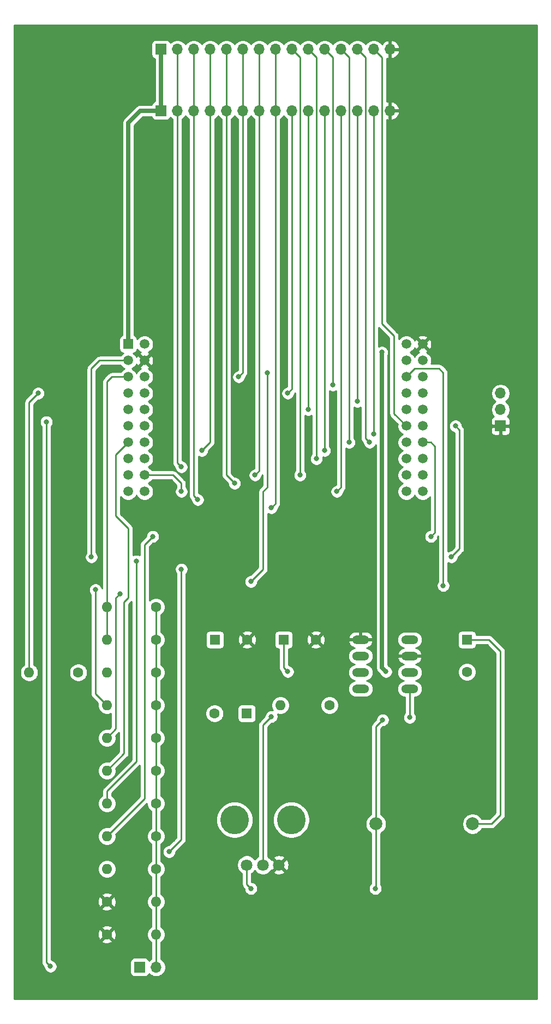
<source format=gtl>
%TF.GenerationSoftware,KiCad,Pcbnew,(5.1.9)-1*%
%TF.CreationDate,2022-04-18T13:04:53-05:00*%
%TF.ProjectId,Main Board,4d61696e-2042-46f6-9172-642e6b696361,rev?*%
%TF.SameCoordinates,Original*%
%TF.FileFunction,Copper,L1,Top*%
%TF.FilePolarity,Positive*%
%FSLAX46Y46*%
G04 Gerber Fmt 4.6, Leading zero omitted, Abs format (unit mm)*
G04 Created by KiCad (PCBNEW (5.1.9)-1) date 2022-04-18 13:04:53*
%MOMM*%
%LPD*%
G01*
G04 APERTURE LIST*
%TA.AperFunction,ComponentPad*%
%ADD10R,1.520000X1.520000*%
%TD*%
%TA.AperFunction,ComponentPad*%
%ADD11C,1.520000*%
%TD*%
%TA.AperFunction,ComponentPad*%
%ADD12C,2.000000*%
%TD*%
%TA.AperFunction,ComponentPad*%
%ADD13O,1.600000X1.600000*%
%TD*%
%TA.AperFunction,ComponentPad*%
%ADD14C,1.600000*%
%TD*%
%TA.AperFunction,ComponentPad*%
%ADD15R,1.700000X1.700000*%
%TD*%
%TA.AperFunction,ComponentPad*%
%ADD16O,1.700000X1.700000*%
%TD*%
%TA.AperFunction,ComponentPad*%
%ADD17R,1.600000X1.600000*%
%TD*%
%TA.AperFunction,ComponentPad*%
%ADD18O,2.641600X1.320800*%
%TD*%
%TA.AperFunction,ComponentPad*%
%ADD19C,1.800000*%
%TD*%
%TA.AperFunction,ComponentPad*%
%ADD20C,4.460000*%
%TD*%
%TA.AperFunction,ViaPad*%
%ADD21C,0.800000*%
%TD*%
%TA.AperFunction,Conductor*%
%ADD22C,0.250000*%
%TD*%
%TA.AperFunction,Conductor*%
%ADD23C,0.635000*%
%TD*%
%TA.AperFunction,Conductor*%
%ADD24C,0.254000*%
%TD*%
%TA.AperFunction,Conductor*%
%ADD25C,0.100000*%
%TD*%
G04 APERTURE END LIST*
D10*
%TO.P,U1,J1_1*%
%TO.N,+3V3*%
X37465000Y-62865000D03*
D11*
%TO.P,U1,J1_2*%
%TO.N,/DAC5*%
X37465000Y-65405000D03*
%TO.P,U1,J1_3*%
%TO.N,/DAC0*%
X37465000Y-67945000D03*
%TO.P,U1,J1_4*%
%TO.N,/DAC1*%
X37465000Y-70485000D03*
%TO.P,U1,J1_5*%
%TO.N,/BL2*%
X37465000Y-73025000D03*
%TO.P,U1,J1_6*%
%TO.N,/BR2*%
X37465000Y-75565000D03*
%TO.P,U1,J1_7*%
%TO.N,/DAC4*%
X37465000Y-78105000D03*
%TO.P,U1,J1_8*%
%TO.N,/MOSI*%
X37465000Y-80645000D03*
%TO.P,U1,J1_9*%
%TO.N,/D_C*%
X37465000Y-83185000D03*
%TO.P,U1,J1_10*%
%TO.N,/RESET*%
X37465000Y-85725000D03*
%TO.P,U1,J2_1*%
%TO.N,GND*%
X83185000Y-62865000D03*
%TO.P,U1,J3_1*%
%TO.N,+5V*%
X40005000Y-62865000D03*
%TO.P,U1,J4_1*%
%TO.N,Net-(U1-PadJ4_1)*%
X80645000Y-62865000D03*
%TO.P,U1,J2_2*%
%TO.N,/DAC2*%
X83185000Y-65405000D03*
%TO.P,U1,J3_2*%
%TO.N,GND*%
X40005000Y-65405000D03*
%TO.P,U1,J4_2*%
%TO.N,Net-(U1-PadJ4_2)*%
X80645000Y-65405000D03*
%TO.P,U1,J2_3*%
%TO.N,/J1_X*%
X83185000Y-67945000D03*
%TO.P,U1,J3_3*%
%TO.N,/CARD_CS*%
X40005000Y-67945000D03*
%TO.P,U1,J4_3*%
%TO.N,/DAC3*%
X80645000Y-67945000D03*
%TO.P,U1,J2_4*%
%TO.N,Net-(U1-PadJ2_4)*%
X83185000Y-70485000D03*
%TO.P,U1,J3_4*%
%TO.N,/A2*%
X40005000Y-70485000D03*
%TO.P,U1,J4_4*%
%TO.N,Net-(J3-Pad3)*%
X80645000Y-70485000D03*
%TO.P,U1,J2_5*%
%TO.N,Net-(U1-PadJ2_5)*%
X83185000Y-73025000D03*
%TO.P,U1,J3_5*%
%TO.N,/B2*%
X40005000Y-73025000D03*
%TO.P,U1,J4_5*%
%TO.N,Net-(J3-Pad2)*%
X80645000Y-73025000D03*
%TO.P,U1,J2_6*%
%TO.N,/DAC7*%
X83185000Y-75565000D03*
%TO.P,U1,J3_6*%
%TO.N,/TEXAS*%
X40005000Y-75565000D03*
%TO.P,U1,J4_6*%
%TO.N,/BR1*%
X80645000Y-75565000D03*
%TO.P,U1,J2_7*%
%TO.N,/DAC6*%
X83185000Y-78105000D03*
%TO.P,U1,J3_7*%
%TO.N,/J1_Y*%
X40005000Y-78105000D03*
%TO.P,U1,J4_7*%
%TO.N,/BL1*%
X80645000Y-78105000D03*
%TO.P,U1,J2_8*%
%TO.N,/MISO*%
X83185000Y-80645000D03*
%TO.P,U1,J3_8*%
%TO.N,/J2_X*%
X40005000Y-80645000D03*
%TO.P,U1,J4_8*%
%TO.N,/B1*%
X80645000Y-80645000D03*
%TO.P,U1,J2_9*%
%TO.N,/TFT_CS*%
X83185000Y-83185000D03*
%TO.P,U1,J3_9*%
%TO.N,/J2_Y*%
X40005000Y-83185000D03*
%TO.P,U1,J4_9*%
%TO.N,/A1*%
X80645000Y-83185000D03*
%TO.P,U1,J2_10*%
%TO.N,/SCK*%
X83185000Y-85725000D03*
%TO.P,U1,J3_10*%
%TO.N,Net-(U1-PadJ3_10)*%
X40005000Y-85725000D03*
%TO.P,U1,J4_10*%
%TO.N,Net-(U1-PadJ4_10)*%
X80645000Y-85725000D03*
%TD*%
D12*
%TO.P,LS1,2*%
%TO.N,Net-(C1-Pad1)*%
X90908000Y-137287000D03*
%TO.P,LS1,1*%
%TO.N,Net-(C1-Pad2)*%
X75908000Y-137287000D03*
%TD*%
D13*
%TO.P,R12,2*%
%TO.N,/DACOUT*%
X41783000Y-154432000D03*
D14*
%TO.P,R12,1*%
%TO.N,GND*%
X34163000Y-154432000D03*
%TD*%
D13*
%TO.P,R11,2*%
%TO.N,/DACOUT*%
X41783000Y-149352000D03*
D14*
%TO.P,R11,1*%
%TO.N,GND*%
X34163000Y-149352000D03*
%TD*%
D13*
%TO.P,R1,2*%
%TO.N,/DAC0*%
X34163000Y-103632000D03*
D14*
%TO.P,R1,1*%
%TO.N,/DACOUT*%
X41783000Y-103632000D03*
%TD*%
D13*
%TO.P,R2,2*%
%TO.N,/DAC1*%
X22098000Y-113792000D03*
D14*
%TO.P,R2,1*%
%TO.N,Net-(R10-Pad2)*%
X29718000Y-113792000D03*
%TD*%
D13*
%TO.P,R3,2*%
%TO.N,/DAC2*%
X34163000Y-118872000D03*
D14*
%TO.P,R3,1*%
%TO.N,/DACOUT*%
X41783000Y-118872000D03*
%TD*%
D13*
%TO.P,R4,2*%
%TO.N,/DAC3*%
X34163000Y-123952000D03*
D14*
%TO.P,R4,1*%
%TO.N,/DACOUT*%
X41783000Y-123952000D03*
%TD*%
D13*
%TO.P,R5,2*%
%TO.N,/DAC4*%
X34163000Y-129032000D03*
D14*
%TO.P,R5,1*%
%TO.N,/DACOUT*%
X41783000Y-129032000D03*
%TD*%
D13*
%TO.P,R6,2*%
%TO.N,/DAC5*%
X34163000Y-134112000D03*
D14*
%TO.P,R6,1*%
%TO.N,/DACOUT*%
X41783000Y-134112000D03*
%TD*%
D13*
%TO.P,R7,2*%
%TO.N,/DAC6*%
X34163000Y-139192000D03*
D14*
%TO.P,R7,1*%
%TO.N,/DACOUT*%
X41783000Y-139192000D03*
%TD*%
D13*
%TO.P,R8,2*%
%TO.N,/DAC7*%
X34163000Y-144272000D03*
D14*
%TO.P,R8,1*%
%TO.N,/DACOUT*%
X41783000Y-144272000D03*
%TD*%
D13*
%TO.P,R9,2*%
%TO.N,/DAC0*%
X34163000Y-108712000D03*
D14*
%TO.P,R9,1*%
%TO.N,/DACOUT*%
X41783000Y-108712000D03*
%TD*%
D13*
%TO.P,R10,2*%
%TO.N,Net-(R10-Pad2)*%
X34163000Y-113792000D03*
D14*
%TO.P,R10,1*%
%TO.N,/DACOUT*%
X41783000Y-113792000D03*
%TD*%
D13*
%TO.P,R23,2*%
%TO.N,Net-(C2-Pad1)*%
X61087000Y-118872000D03*
D14*
%TO.P,R23,1*%
%TO.N,Net-(IC1-Pad4)*%
X68707000Y-118872000D03*
%TD*%
D15*
%TO.P,J4,1*%
%TO.N,/TEXAS*%
X39243000Y-159512000D03*
D16*
%TO.P,J4,2*%
%TO.N,/DACOUT*%
X41783000Y-159512000D03*
%TD*%
D15*
%TO.P,J3,1*%
%TO.N,GND*%
X95250000Y-75565000D03*
D16*
%TO.P,J3,2*%
%TO.N,Net-(J3-Pad2)*%
X95250000Y-73025000D03*
%TO.P,J3,3*%
%TO.N,Net-(J3-Pad3)*%
X95250000Y-70485000D03*
%TD*%
D17*
%TO.P,C1,1*%
%TO.N,Net-(C1-Pad1)*%
X90043000Y-108712000D03*
D14*
%TO.P,C1,2*%
%TO.N,Net-(C1-Pad2)*%
X90043000Y-113712000D03*
%TD*%
%TO.P,C2,2*%
%TO.N,/DACOUT*%
X50880000Y-120142000D03*
D17*
%TO.P,C2,1*%
%TO.N,Net-(C2-Pad1)*%
X55880000Y-120142000D03*
%TD*%
%TO.P,C3,1*%
%TO.N,Net-(C3-Pad1)*%
X61595000Y-108712000D03*
D14*
%TO.P,C3,2*%
%TO.N,GND*%
X66595000Y-108712000D03*
%TD*%
%TO.P,C4,2*%
%TO.N,GND*%
X55927000Y-108712000D03*
D17*
%TO.P,C4,1*%
%TO.N,Net-(C4-Pad1)*%
X50927000Y-108712000D03*
%TD*%
D18*
%TO.P,IC1,1*%
%TO.N,GND*%
X73533000Y-108712000D03*
%TO.P,IC1,2*%
%TO.N,Net-(C4-Pad1)*%
X73533000Y-111252000D03*
%TO.P,IC1,7*%
%TO.N,GND*%
X81153000Y-111252000D03*
%TO.P,IC1,8*%
%TO.N,Net-(C1-Pad1)*%
X81153000Y-108712000D03*
%TO.P,IC1,3*%
%TO.N,Net-(C3-Pad1)*%
X73533000Y-113792000D03*
%TO.P,IC1,4*%
%TO.N,Net-(IC1-Pad4)*%
X73533000Y-116332000D03*
%TO.P,IC1,6*%
%TO.N,+5V*%
X81153000Y-113792000D03*
%TO.P,IC1,5*%
%TO.N,Net-(C1-Pad2)*%
X81153000Y-116332000D03*
%TD*%
D15*
%TO.P,J1,1*%
%TO.N,+3V3*%
X42545000Y-17145000D03*
D16*
%TO.P,J1,2*%
%TO.N,/MISO*%
X45085000Y-17145000D03*
%TO.P,J1,3*%
%TO.N,/SCK*%
X47625000Y-17145000D03*
%TO.P,J1,4*%
%TO.N,/MOSI*%
X50165000Y-17145000D03*
%TO.P,J1,5*%
%TO.N,/TFT_CS*%
X52705000Y-17145000D03*
%TO.P,J1,6*%
%TO.N,/CARD_CS*%
X55245000Y-17145000D03*
%TO.P,J1,7*%
%TO.N,/D_C*%
X57785000Y-17145000D03*
%TO.P,J1,8*%
%TO.N,/RESET*%
X60325000Y-17145000D03*
%TO.P,J1,9*%
%TO.N,/A1*%
X62865000Y-17145000D03*
%TO.P,J1,10*%
%TO.N,/B1*%
X65405000Y-17145000D03*
%TO.P,J1,11*%
%TO.N,/J1_X*%
X67945000Y-17145000D03*
%TO.P,J1,12*%
%TO.N,/J1_Y*%
X70485000Y-17145000D03*
%TO.P,J1,13*%
%TO.N,/BL1*%
X73025000Y-17145000D03*
%TO.P,J1,14*%
%TO.N,/BR1*%
X75565000Y-17145000D03*
%TO.P,J1,15*%
%TO.N,GND*%
X78105000Y-17145000D03*
%TD*%
%TO.P,J2,15*%
%TO.N,GND*%
X78105000Y-26670000D03*
%TO.P,J2,14*%
%TO.N,/BR2*%
X75565000Y-26670000D03*
%TO.P,J2,13*%
%TO.N,/BL2*%
X73025000Y-26670000D03*
%TO.P,J2,12*%
%TO.N,/J2_Y*%
X70485000Y-26670000D03*
%TO.P,J2,11*%
%TO.N,/J2_X*%
X67945000Y-26670000D03*
%TO.P,J2,10*%
%TO.N,/B2*%
X65405000Y-26670000D03*
%TO.P,J2,9*%
%TO.N,/A2*%
X62865000Y-26670000D03*
%TO.P,J2,8*%
%TO.N,/RESET*%
X60325000Y-26670000D03*
%TO.P,J2,7*%
%TO.N,/D_C*%
X57785000Y-26670000D03*
%TO.P,J2,6*%
%TO.N,/CARD_CS*%
X55245000Y-26670000D03*
%TO.P,J2,5*%
%TO.N,/TFT_CS*%
X52705000Y-26670000D03*
%TO.P,J2,4*%
%TO.N,/MOSI*%
X50165000Y-26670000D03*
%TO.P,J2,3*%
%TO.N,/SCK*%
X47625000Y-26670000D03*
%TO.P,J2,2*%
%TO.N,/MISO*%
X45085000Y-26670000D03*
D15*
%TO.P,J2,1*%
%TO.N,+3V3*%
X42545000Y-26670000D03*
%TD*%
D19*
%TO.P,RV1,1*%
%TO.N,Net-(C1-Pad2)*%
X55875000Y-143652000D03*
%TO.P,RV1,2*%
%TO.N,Net-(IC1-Pad4)*%
X58375000Y-143652000D03*
%TO.P,RV1,3*%
%TO.N,GND*%
X60875000Y-143652000D03*
D20*
%TO.P,RV1,4*%
%TO.N,N/C*%
X53975000Y-136652000D03*
%TO.P,RV1,5*%
X62775000Y-136652000D03*
%TD*%
D21*
%TO.N,Net-(C1-Pad2)*%
X56515000Y-147320000D03*
X75819000Y-147320000D03*
X76962000Y-121158000D03*
X81153000Y-120777000D03*
%TO.N,Net-(C3-Pad1)*%
X62230000Y-113665000D03*
%TO.N,Net-(IC1-Pad4)*%
X59690000Y-120650000D03*
%TO.N,+5V*%
X76835000Y-64135000D03*
X77470000Y-113665000D03*
%TO.N,/MISO*%
X45720000Y-81915000D03*
%TO.N,/SCK*%
X48260000Y-86995000D03*
%TO.N,/MOSI*%
X48895000Y-79375000D03*
%TO.N,/TFT_CS*%
X53975000Y-84455000D03*
%TO.N,/CARD_CS*%
X54610000Y-67945000D03*
%TO.N,/D_C*%
X57150000Y-83185000D03*
%TO.N,/RESET*%
X59690000Y-88265000D03*
%TO.N,/A1*%
X64135000Y-83185000D03*
%TO.N,/B1*%
X66675000Y-80645000D03*
%TO.N,/J1_X*%
X69215000Y-69215000D03*
%TO.N,/J1_Y*%
X71755000Y-78105000D03*
%TO.N,/BL1*%
X74930000Y-78105000D03*
%TO.N,/BR2*%
X75565000Y-76835000D03*
%TO.N,/BL2*%
X73025000Y-71755000D03*
%TO.N,/J2_Y*%
X69850000Y-85725000D03*
X45720000Y-85725000D03*
%TO.N,/J2_X*%
X67945000Y-79375000D03*
%TO.N,/B2*%
X65405000Y-73025000D03*
%TO.N,/A2*%
X62230000Y-70485000D03*
%TO.N,/DAC1*%
X23495000Y-70485000D03*
%TO.N,/DAC2*%
X59055000Y-67310000D03*
X56515000Y-99695000D03*
X32385000Y-100965000D03*
%TO.N,/DAC3*%
X86360000Y-100330000D03*
X36195000Y-101600000D03*
%TO.N,/DAC5*%
X38735000Y-96520000D03*
X31750000Y-95885000D03*
%TO.N,/DAC6*%
X41275000Y-92710000D03*
X84455000Y-92710000D03*
%TO.N,/DAC7*%
X43815000Y-141605000D03*
X45720000Y-97790000D03*
X87630000Y-95885000D03*
X88265000Y-75565000D03*
%TO.N,/TEXAS*%
X24765000Y-74930000D03*
X25400000Y-159385000D03*
%TD*%
D22*
%TO.N,Net-(C1-Pad1)*%
X90908000Y-137287000D02*
X93853000Y-137287000D01*
X93853000Y-137287000D02*
X95250000Y-135890000D01*
X95250000Y-135890000D02*
X95250000Y-110490000D01*
X93472000Y-108712000D02*
X90043000Y-108712000D01*
X95250000Y-110490000D02*
X93472000Y-108712000D01*
%TO.N,Net-(C1-Pad2)*%
X55875000Y-143652000D02*
X55875000Y-146680000D01*
X55875000Y-146680000D02*
X56515000Y-147320000D01*
X75908000Y-147231000D02*
X75819000Y-147320000D01*
X75908000Y-137287000D02*
X75908000Y-147231000D01*
X75908000Y-122212000D02*
X76962000Y-121158000D01*
X75908000Y-137287000D02*
X75908000Y-122212000D01*
X81153000Y-120777000D02*
X81153000Y-116332000D01*
%TO.N,Net-(C3-Pad1)*%
X61595000Y-113030000D02*
X62230000Y-113665000D01*
X61595000Y-108712000D02*
X61595000Y-113030000D01*
%TO.N,Net-(IC1-Pad4)*%
X58375000Y-121965000D02*
X59690000Y-120650000D01*
X58375000Y-143652000D02*
X58375000Y-121965000D01*
D23*
%TO.N,+5V*%
X76835000Y-64135000D02*
X76835000Y-109855000D01*
X76835000Y-113030000D02*
X77470000Y-113665000D01*
X76835000Y-109855000D02*
X76835000Y-113030000D01*
%TO.N,+3V3*%
X42545000Y-17145000D02*
X42545000Y-26670000D01*
X42545000Y-26670000D02*
X39370000Y-26670000D01*
X37465000Y-28575000D02*
X37465000Y-62865000D01*
X39370000Y-26670000D02*
X37465000Y-28575000D01*
D22*
%TO.N,/MISO*%
X45085000Y-17145000D02*
X45085000Y-26670000D01*
X45085000Y-81280000D02*
X45720000Y-81915000D01*
X45085000Y-26670000D02*
X45085000Y-81280000D01*
%TO.N,/SCK*%
X47625000Y-17145000D02*
X47625000Y-26670000D01*
X47625000Y-86360000D02*
X48260000Y-86995000D01*
X47625000Y-26670000D02*
X47625000Y-86360000D01*
%TO.N,/MOSI*%
X50165000Y-17145000D02*
X50165000Y-26670000D01*
X50165000Y-78105000D02*
X48895000Y-79375000D01*
X50165000Y-26670000D02*
X50165000Y-78105000D01*
%TO.N,/TFT_CS*%
X52705000Y-17145000D02*
X52705000Y-26670000D01*
X52705000Y-83185000D02*
X53975000Y-84455000D01*
X52705000Y-26670000D02*
X52705000Y-83185000D01*
%TO.N,/CARD_CS*%
X55245000Y-17145000D02*
X55245000Y-26670000D01*
X55245000Y-67310000D02*
X54610000Y-67945000D01*
X55245000Y-26670000D02*
X55245000Y-67310000D01*
%TO.N,/D_C*%
X57785000Y-17145000D02*
X57785000Y-26670000D01*
X57785000Y-82550000D02*
X57150000Y-83185000D01*
X57785000Y-26670000D02*
X57785000Y-82550000D01*
%TO.N,/RESET*%
X60325000Y-17145000D02*
X60325000Y-26670000D01*
X60325000Y-87630000D02*
X59690000Y-88265000D01*
X60325000Y-26670000D02*
X60325000Y-87630000D01*
%TO.N,/A1*%
X62865000Y-17145000D02*
X64135000Y-18415000D01*
X64135000Y-18415000D02*
X64135000Y-83185000D01*
%TO.N,/B1*%
X65405000Y-17145000D02*
X66675000Y-18415000D01*
X66675000Y-18415000D02*
X66675000Y-80010000D01*
X66675000Y-80010000D02*
X66675000Y-80645000D01*
%TO.N,/J1_X*%
X69215000Y-67945000D02*
X69215000Y-69215000D01*
X69215000Y-18415000D02*
X69215000Y-67945000D01*
X67945000Y-17145000D02*
X69215000Y-18415000D01*
%TO.N,/J1_Y*%
X71755000Y-77470000D02*
X71755000Y-78105000D01*
X71755000Y-18415000D02*
X71755000Y-77470000D01*
X70485000Y-17145000D02*
X71755000Y-18415000D01*
%TO.N,/BL1*%
X73025000Y-17145000D02*
X74295000Y-18415000D01*
X74295000Y-77470000D02*
X74930000Y-78105000D01*
X74295000Y-18415000D02*
X74295000Y-77470000D01*
%TO.N,/BR1*%
X78740000Y-73660000D02*
X80645000Y-75565000D01*
X78740000Y-61595000D02*
X78740000Y-73660000D01*
X76835000Y-59690000D02*
X78740000Y-61595000D01*
X76835000Y-18415000D02*
X76835000Y-59690000D01*
X75565000Y-17145000D02*
X76835000Y-18415000D01*
%TO.N,/BR2*%
X75565000Y-26670000D02*
X75565000Y-75565000D01*
X75565000Y-75565000D02*
X75565000Y-76835000D01*
%TO.N,/BL2*%
X73025000Y-26670000D02*
X73025000Y-71755000D01*
%TO.N,/J2_Y*%
X70485000Y-85090000D02*
X69850000Y-85725000D01*
X70485000Y-26670000D02*
X70485000Y-85090000D01*
X45720000Y-85725000D02*
X45720000Y-84455000D01*
X44450000Y-83185000D02*
X40005000Y-83185000D01*
X45720000Y-84455000D02*
X44450000Y-83185000D01*
%TO.N,/J2_X*%
X67945000Y-26670000D02*
X67945000Y-79375000D01*
%TO.N,/B2*%
X65405000Y-26670000D02*
X65405000Y-73025000D01*
%TO.N,/A2*%
X62865000Y-69850000D02*
X62230000Y-70485000D01*
X62865000Y-26670000D02*
X62865000Y-69850000D01*
%TO.N,/DAC0*%
X37465000Y-67945000D02*
X34925000Y-67945000D01*
X34163000Y-68707000D02*
X34163000Y-103632000D01*
X34925000Y-67945000D02*
X34163000Y-68707000D01*
X34163000Y-103632000D02*
X34163000Y-108712000D01*
%TO.N,/DAC1*%
X22098000Y-71882000D02*
X23495000Y-70485000D01*
X22098000Y-113792000D02*
X22098000Y-71882000D01*
%TO.N,/DAC2*%
X58420000Y-97790000D02*
X56515000Y-99695000D01*
X32385000Y-117094000D02*
X34163000Y-118872000D01*
X32385000Y-100965000D02*
X32385000Y-117094000D01*
X59055000Y-67310000D02*
X59055000Y-85090000D01*
X58420000Y-85725000D02*
X58420000Y-97790000D01*
X59055000Y-85090000D02*
X58420000Y-85725000D01*
%TO.N,/DAC3*%
X80645000Y-67945000D02*
X81915000Y-66675000D01*
X81915000Y-66675000D02*
X85090000Y-66675000D01*
X85090000Y-66675000D02*
X85725000Y-66675000D01*
X86360000Y-67310000D02*
X86360000Y-100330000D01*
X85725000Y-66675000D02*
X86360000Y-67310000D01*
X36195000Y-101600000D02*
X35560000Y-102235000D01*
X35560000Y-122555000D02*
X34163000Y-123952000D01*
X35560000Y-102235000D02*
X35560000Y-122555000D01*
%TO.N,/DAC4*%
X37465000Y-78105000D02*
X35560000Y-80010000D01*
X35560000Y-80010000D02*
X35560000Y-89535000D01*
X35560000Y-89535000D02*
X37465000Y-91440000D01*
X37465000Y-91440000D02*
X37465000Y-102235000D01*
X37465000Y-102235000D02*
X36830000Y-102870000D01*
X36830000Y-126365000D02*
X34163000Y-129032000D01*
X36830000Y-102870000D02*
X36830000Y-126365000D01*
%TO.N,/DAC5*%
X34163000Y-134112000D02*
X34163000Y-132207000D01*
X38735000Y-127635000D02*
X38735000Y-96520000D01*
X34163000Y-132207000D02*
X38735000Y-127635000D01*
X31750000Y-95885000D02*
X31750000Y-66675000D01*
X33020000Y-65405000D02*
X37465000Y-65405000D01*
X31750000Y-66675000D02*
X33020000Y-65405000D01*
%TO.N,/DAC6*%
X34163000Y-139192000D02*
X35288001Y-138066999D01*
X35288001Y-138066999D02*
X40005000Y-133350000D01*
X40005000Y-93980000D02*
X41275000Y-92710000D01*
X40005000Y-133350000D02*
X40005000Y-93980000D01*
X84455000Y-78105000D02*
X83185000Y-78105000D01*
X85090000Y-78740000D02*
X84455000Y-78105000D01*
X85090000Y-92075000D02*
X85090000Y-78740000D01*
X84455000Y-92710000D02*
X85090000Y-92075000D01*
%TO.N,/DAC7*%
X43815000Y-141605000D02*
X45085000Y-140335000D01*
X45720000Y-139700000D02*
X45720000Y-97790000D01*
X45085000Y-140335000D02*
X45720000Y-139700000D01*
X87630000Y-95885000D02*
X88900000Y-94615000D01*
X88900000Y-94615000D02*
X88900000Y-77470000D01*
X88900000Y-76200000D02*
X88265000Y-75565000D01*
X88900000Y-77470000D02*
X88900000Y-76200000D01*
%TO.N,/DACOUT*%
X41783000Y-103632000D02*
X41783000Y-108712000D01*
X41783000Y-108712000D02*
X41783000Y-159512000D01*
%TO.N,/TEXAS*%
X24765000Y-74930000D02*
X24765000Y-78105000D01*
X24765000Y-158750000D02*
X25400000Y-159385000D01*
X24765000Y-78105000D02*
X24765000Y-158750000D01*
%TD*%
D24*
%TO.N,GND*%
X100915001Y-164415000D02*
X19735000Y-164415000D01*
X19735000Y-113650665D01*
X20663000Y-113650665D01*
X20663000Y-113933335D01*
X20718147Y-114210574D01*
X20826320Y-114471727D01*
X20983363Y-114706759D01*
X21183241Y-114906637D01*
X21418273Y-115063680D01*
X21679426Y-115171853D01*
X21956665Y-115227000D01*
X22239335Y-115227000D01*
X22516574Y-115171853D01*
X22777727Y-115063680D01*
X23012759Y-114906637D01*
X23212637Y-114706759D01*
X23369680Y-114471727D01*
X23477853Y-114210574D01*
X23533000Y-113933335D01*
X23533000Y-113650665D01*
X23477853Y-113373426D01*
X23369680Y-113112273D01*
X23212637Y-112877241D01*
X23012759Y-112677363D01*
X22858000Y-112573957D01*
X22858000Y-74828061D01*
X23730000Y-74828061D01*
X23730000Y-75031939D01*
X23769774Y-75231898D01*
X23847795Y-75420256D01*
X23961063Y-75589774D01*
X24005000Y-75633711D01*
X24005001Y-78067658D01*
X24005000Y-78067668D01*
X24005001Y-158712667D01*
X24001324Y-158750000D01*
X24015998Y-158898985D01*
X24059454Y-159042246D01*
X24130026Y-159174276D01*
X24180694Y-159236014D01*
X24225000Y-159290001D01*
X24253998Y-159313799D01*
X24365000Y-159424801D01*
X24365000Y-159486939D01*
X24404774Y-159686898D01*
X24482795Y-159875256D01*
X24596063Y-160044774D01*
X24740226Y-160188937D01*
X24909744Y-160302205D01*
X25098102Y-160380226D01*
X25298061Y-160420000D01*
X25501939Y-160420000D01*
X25701898Y-160380226D01*
X25890256Y-160302205D01*
X26059774Y-160188937D01*
X26203937Y-160044774D01*
X26317205Y-159875256D01*
X26395226Y-159686898D01*
X26435000Y-159486939D01*
X26435000Y-159283061D01*
X26395226Y-159083102D01*
X26317205Y-158894744D01*
X26203937Y-158725226D01*
X26059774Y-158581063D01*
X25890256Y-158467795D01*
X25701898Y-158389774D01*
X25525000Y-158354587D01*
X25525000Y-155424702D01*
X33349903Y-155424702D01*
X33421486Y-155668671D01*
X33676996Y-155789571D01*
X33951184Y-155858300D01*
X34233512Y-155872217D01*
X34513130Y-155830787D01*
X34779292Y-155735603D01*
X34904514Y-155668671D01*
X34976097Y-155424702D01*
X34163000Y-154611605D01*
X33349903Y-155424702D01*
X25525000Y-155424702D01*
X25525000Y-154502512D01*
X32722783Y-154502512D01*
X32764213Y-154782130D01*
X32859397Y-155048292D01*
X32926329Y-155173514D01*
X33170298Y-155245097D01*
X33983395Y-154432000D01*
X34342605Y-154432000D01*
X35155702Y-155245097D01*
X35399671Y-155173514D01*
X35520571Y-154918004D01*
X35589300Y-154643816D01*
X35603217Y-154361488D01*
X35561787Y-154081870D01*
X35466603Y-153815708D01*
X35399671Y-153690486D01*
X35155702Y-153618903D01*
X34342605Y-154432000D01*
X33983395Y-154432000D01*
X33170298Y-153618903D01*
X32926329Y-153690486D01*
X32805429Y-153945996D01*
X32736700Y-154220184D01*
X32722783Y-154502512D01*
X25525000Y-154502512D01*
X25525000Y-153439298D01*
X33349903Y-153439298D01*
X34163000Y-154252395D01*
X34976097Y-153439298D01*
X34904514Y-153195329D01*
X34649004Y-153074429D01*
X34374816Y-153005700D01*
X34092488Y-152991783D01*
X33812870Y-153033213D01*
X33546708Y-153128397D01*
X33421486Y-153195329D01*
X33349903Y-153439298D01*
X25525000Y-153439298D01*
X25525000Y-150344702D01*
X33349903Y-150344702D01*
X33421486Y-150588671D01*
X33676996Y-150709571D01*
X33951184Y-150778300D01*
X34233512Y-150792217D01*
X34513130Y-150750787D01*
X34779292Y-150655603D01*
X34904514Y-150588671D01*
X34976097Y-150344702D01*
X34163000Y-149531605D01*
X33349903Y-150344702D01*
X25525000Y-150344702D01*
X25525000Y-149422512D01*
X32722783Y-149422512D01*
X32764213Y-149702130D01*
X32859397Y-149968292D01*
X32926329Y-150093514D01*
X33170298Y-150165097D01*
X33983395Y-149352000D01*
X34342605Y-149352000D01*
X35155702Y-150165097D01*
X35399671Y-150093514D01*
X35520571Y-149838004D01*
X35589300Y-149563816D01*
X35603217Y-149281488D01*
X35561787Y-149001870D01*
X35466603Y-148735708D01*
X35399671Y-148610486D01*
X35155702Y-148538903D01*
X34342605Y-149352000D01*
X33983395Y-149352000D01*
X33170298Y-148538903D01*
X32926329Y-148610486D01*
X32805429Y-148865996D01*
X32736700Y-149140184D01*
X32722783Y-149422512D01*
X25525000Y-149422512D01*
X25525000Y-148359298D01*
X33349903Y-148359298D01*
X34163000Y-149172395D01*
X34976097Y-148359298D01*
X34904514Y-148115329D01*
X34649004Y-147994429D01*
X34374816Y-147925700D01*
X34092488Y-147911783D01*
X33812870Y-147953213D01*
X33546708Y-148048397D01*
X33421486Y-148115329D01*
X33349903Y-148359298D01*
X25525000Y-148359298D01*
X25525000Y-144130665D01*
X32728000Y-144130665D01*
X32728000Y-144413335D01*
X32783147Y-144690574D01*
X32891320Y-144951727D01*
X33048363Y-145186759D01*
X33248241Y-145386637D01*
X33483273Y-145543680D01*
X33744426Y-145651853D01*
X34021665Y-145707000D01*
X34304335Y-145707000D01*
X34581574Y-145651853D01*
X34842727Y-145543680D01*
X35077759Y-145386637D01*
X35277637Y-145186759D01*
X35434680Y-144951727D01*
X35542853Y-144690574D01*
X35598000Y-144413335D01*
X35598000Y-144130665D01*
X35542853Y-143853426D01*
X35434680Y-143592273D01*
X35277637Y-143357241D01*
X35077759Y-143157363D01*
X34842727Y-143000320D01*
X34581574Y-142892147D01*
X34304335Y-142837000D01*
X34021665Y-142837000D01*
X33744426Y-142892147D01*
X33483273Y-143000320D01*
X33248241Y-143157363D01*
X33048363Y-143357241D01*
X32891320Y-143592273D01*
X32783147Y-143853426D01*
X32728000Y-144130665D01*
X25525000Y-144130665D01*
X25525000Y-113650665D01*
X28283000Y-113650665D01*
X28283000Y-113933335D01*
X28338147Y-114210574D01*
X28446320Y-114471727D01*
X28603363Y-114706759D01*
X28803241Y-114906637D01*
X29038273Y-115063680D01*
X29299426Y-115171853D01*
X29576665Y-115227000D01*
X29859335Y-115227000D01*
X30136574Y-115171853D01*
X30397727Y-115063680D01*
X30632759Y-114906637D01*
X30832637Y-114706759D01*
X30989680Y-114471727D01*
X31097853Y-114210574D01*
X31153000Y-113933335D01*
X31153000Y-113650665D01*
X31097853Y-113373426D01*
X30989680Y-113112273D01*
X30832637Y-112877241D01*
X30632759Y-112677363D01*
X30397727Y-112520320D01*
X30136574Y-112412147D01*
X29859335Y-112357000D01*
X29576665Y-112357000D01*
X29299426Y-112412147D01*
X29038273Y-112520320D01*
X28803241Y-112677363D01*
X28603363Y-112877241D01*
X28446320Y-113112273D01*
X28338147Y-113373426D01*
X28283000Y-113650665D01*
X25525000Y-113650665D01*
X25525000Y-95783061D01*
X30715000Y-95783061D01*
X30715000Y-95986939D01*
X30754774Y-96186898D01*
X30832795Y-96375256D01*
X30946063Y-96544774D01*
X31090226Y-96688937D01*
X31259744Y-96802205D01*
X31448102Y-96880226D01*
X31648061Y-96920000D01*
X31851939Y-96920000D01*
X32051898Y-96880226D01*
X32240256Y-96802205D01*
X32409774Y-96688937D01*
X32553937Y-96544774D01*
X32667205Y-96375256D01*
X32745226Y-96186898D01*
X32785000Y-95986939D01*
X32785000Y-95783061D01*
X32745226Y-95583102D01*
X32667205Y-95394744D01*
X32553937Y-95225226D01*
X32510000Y-95181289D01*
X32510000Y-66989801D01*
X33334802Y-66165000D01*
X36295064Y-66165000D01*
X36381433Y-66294261D01*
X36575739Y-66488567D01*
X36804220Y-66641233D01*
X36885740Y-66675000D01*
X36804220Y-66708767D01*
X36575739Y-66861433D01*
X36381433Y-67055739D01*
X36295064Y-67185000D01*
X34962325Y-67185000D01*
X34925000Y-67181324D01*
X34887675Y-67185000D01*
X34887667Y-67185000D01*
X34776014Y-67195997D01*
X34632753Y-67239454D01*
X34500724Y-67310026D01*
X34384999Y-67404999D01*
X34361201Y-67433998D01*
X33652002Y-68143197D01*
X33622999Y-68166999D01*
X33579688Y-68219774D01*
X33528026Y-68282724D01*
X33494739Y-68345000D01*
X33457454Y-68414754D01*
X33413997Y-68558015D01*
X33403000Y-68669668D01*
X33403000Y-68669678D01*
X33399324Y-68707000D01*
X33403000Y-68744322D01*
X33403001Y-100777600D01*
X33380226Y-100663102D01*
X33302205Y-100474744D01*
X33188937Y-100305226D01*
X33044774Y-100161063D01*
X32875256Y-100047795D01*
X32686898Y-99969774D01*
X32486939Y-99930000D01*
X32283061Y-99930000D01*
X32083102Y-99969774D01*
X31894744Y-100047795D01*
X31725226Y-100161063D01*
X31581063Y-100305226D01*
X31467795Y-100474744D01*
X31389774Y-100663102D01*
X31350000Y-100863061D01*
X31350000Y-101066939D01*
X31389774Y-101266898D01*
X31467795Y-101455256D01*
X31581063Y-101624774D01*
X31625000Y-101668711D01*
X31625001Y-117056667D01*
X31621324Y-117094000D01*
X31635998Y-117242985D01*
X31679454Y-117386246D01*
X31750026Y-117518276D01*
X31817359Y-117600320D01*
X31845000Y-117634001D01*
X31873998Y-117657799D01*
X32764312Y-118548114D01*
X32728000Y-118730665D01*
X32728000Y-119013335D01*
X32783147Y-119290574D01*
X32891320Y-119551727D01*
X33048363Y-119786759D01*
X33248241Y-119986637D01*
X33483273Y-120143680D01*
X33744426Y-120251853D01*
X34021665Y-120307000D01*
X34304335Y-120307000D01*
X34581574Y-120251853D01*
X34800001Y-120161378D01*
X34800001Y-122240197D01*
X34486886Y-122553312D01*
X34304335Y-122517000D01*
X34021665Y-122517000D01*
X33744426Y-122572147D01*
X33483273Y-122680320D01*
X33248241Y-122837363D01*
X33048363Y-123037241D01*
X32891320Y-123272273D01*
X32783147Y-123533426D01*
X32728000Y-123810665D01*
X32728000Y-124093335D01*
X32783147Y-124370574D01*
X32891320Y-124631727D01*
X33048363Y-124866759D01*
X33248241Y-125066637D01*
X33483273Y-125223680D01*
X33744426Y-125331853D01*
X34021665Y-125387000D01*
X34304335Y-125387000D01*
X34581574Y-125331853D01*
X34842727Y-125223680D01*
X35077759Y-125066637D01*
X35277637Y-124866759D01*
X35434680Y-124631727D01*
X35542853Y-124370574D01*
X35598000Y-124093335D01*
X35598000Y-123810665D01*
X35561688Y-123628114D01*
X36070001Y-123119801D01*
X36070001Y-126050197D01*
X34486886Y-127633312D01*
X34304335Y-127597000D01*
X34021665Y-127597000D01*
X33744426Y-127652147D01*
X33483273Y-127760320D01*
X33248241Y-127917363D01*
X33048363Y-128117241D01*
X32891320Y-128352273D01*
X32783147Y-128613426D01*
X32728000Y-128890665D01*
X32728000Y-129173335D01*
X32783147Y-129450574D01*
X32891320Y-129711727D01*
X33048363Y-129946759D01*
X33248241Y-130146637D01*
X33483273Y-130303680D01*
X33744426Y-130411853D01*
X34021665Y-130467000D01*
X34304335Y-130467000D01*
X34581574Y-130411853D01*
X34842727Y-130303680D01*
X35077759Y-130146637D01*
X35277637Y-129946759D01*
X35434680Y-129711727D01*
X35542853Y-129450574D01*
X35598000Y-129173335D01*
X35598000Y-128890665D01*
X35561688Y-128708114D01*
X37341003Y-126928799D01*
X37370001Y-126905001D01*
X37464974Y-126789276D01*
X37535546Y-126657247D01*
X37579003Y-126513986D01*
X37590000Y-126402333D01*
X37593677Y-126365000D01*
X37590000Y-126327667D01*
X37590000Y-103184801D01*
X37975001Y-102799801D01*
X37975000Y-127320197D01*
X33651998Y-131643201D01*
X33623000Y-131666999D01*
X33599202Y-131695997D01*
X33599201Y-131695998D01*
X33528026Y-131782724D01*
X33457454Y-131914754D01*
X33413998Y-132058015D01*
X33399324Y-132207000D01*
X33403001Y-132244332D01*
X33403001Y-132893956D01*
X33248241Y-132997363D01*
X33048363Y-133197241D01*
X32891320Y-133432273D01*
X32783147Y-133693426D01*
X32728000Y-133970665D01*
X32728000Y-134253335D01*
X32783147Y-134530574D01*
X32891320Y-134791727D01*
X33048363Y-135026759D01*
X33248241Y-135226637D01*
X33483273Y-135383680D01*
X33744426Y-135491853D01*
X34021665Y-135547000D01*
X34304335Y-135547000D01*
X34581574Y-135491853D01*
X34842727Y-135383680D01*
X35077759Y-135226637D01*
X35277637Y-135026759D01*
X35434680Y-134791727D01*
X35542853Y-134530574D01*
X35598000Y-134253335D01*
X35598000Y-133970665D01*
X35542853Y-133693426D01*
X35434680Y-133432273D01*
X35277637Y-133197241D01*
X35077759Y-132997363D01*
X34923000Y-132893957D01*
X34923000Y-132521801D01*
X39245000Y-128199803D01*
X39245000Y-133035198D01*
X34777004Y-137503195D01*
X34776998Y-137503200D01*
X34486886Y-137793312D01*
X34304335Y-137757000D01*
X34021665Y-137757000D01*
X33744426Y-137812147D01*
X33483273Y-137920320D01*
X33248241Y-138077363D01*
X33048363Y-138277241D01*
X32891320Y-138512273D01*
X32783147Y-138773426D01*
X32728000Y-139050665D01*
X32728000Y-139333335D01*
X32783147Y-139610574D01*
X32891320Y-139871727D01*
X33048363Y-140106759D01*
X33248241Y-140306637D01*
X33483273Y-140463680D01*
X33744426Y-140571853D01*
X34021665Y-140627000D01*
X34304335Y-140627000D01*
X34581574Y-140571853D01*
X34842727Y-140463680D01*
X35077759Y-140306637D01*
X35277637Y-140106759D01*
X35434680Y-139871727D01*
X35542853Y-139610574D01*
X35598000Y-139333335D01*
X35598000Y-139050665D01*
X35561688Y-138868114D01*
X35851800Y-138578002D01*
X35851805Y-138577996D01*
X40348000Y-134081802D01*
X40348000Y-134253335D01*
X40403147Y-134530574D01*
X40511320Y-134791727D01*
X40668363Y-135026759D01*
X40868241Y-135226637D01*
X41023001Y-135330044D01*
X41023001Y-137973956D01*
X40868241Y-138077363D01*
X40668363Y-138277241D01*
X40511320Y-138512273D01*
X40403147Y-138773426D01*
X40348000Y-139050665D01*
X40348000Y-139333335D01*
X40403147Y-139610574D01*
X40511320Y-139871727D01*
X40668363Y-140106759D01*
X40868241Y-140306637D01*
X41023001Y-140410044D01*
X41023001Y-143053956D01*
X40868241Y-143157363D01*
X40668363Y-143357241D01*
X40511320Y-143592273D01*
X40403147Y-143853426D01*
X40348000Y-144130665D01*
X40348000Y-144413335D01*
X40403147Y-144690574D01*
X40511320Y-144951727D01*
X40668363Y-145186759D01*
X40868241Y-145386637D01*
X41023001Y-145490044D01*
X41023001Y-148133956D01*
X40868241Y-148237363D01*
X40668363Y-148437241D01*
X40511320Y-148672273D01*
X40403147Y-148933426D01*
X40348000Y-149210665D01*
X40348000Y-149493335D01*
X40403147Y-149770574D01*
X40511320Y-150031727D01*
X40668363Y-150266759D01*
X40868241Y-150466637D01*
X41023001Y-150570044D01*
X41023001Y-153213956D01*
X40868241Y-153317363D01*
X40668363Y-153517241D01*
X40511320Y-153752273D01*
X40403147Y-154013426D01*
X40348000Y-154290665D01*
X40348000Y-154573335D01*
X40403147Y-154850574D01*
X40511320Y-155111727D01*
X40668363Y-155346759D01*
X40868241Y-155546637D01*
X41023001Y-155650044D01*
X41023001Y-158233821D01*
X40836368Y-158358525D01*
X40704513Y-158490380D01*
X40682502Y-158417820D01*
X40623537Y-158307506D01*
X40544185Y-158210815D01*
X40447494Y-158131463D01*
X40337180Y-158072498D01*
X40217482Y-158036188D01*
X40093000Y-158023928D01*
X38393000Y-158023928D01*
X38268518Y-158036188D01*
X38148820Y-158072498D01*
X38038506Y-158131463D01*
X37941815Y-158210815D01*
X37862463Y-158307506D01*
X37803498Y-158417820D01*
X37767188Y-158537518D01*
X37754928Y-158662000D01*
X37754928Y-160362000D01*
X37767188Y-160486482D01*
X37803498Y-160606180D01*
X37862463Y-160716494D01*
X37941815Y-160813185D01*
X38038506Y-160892537D01*
X38148820Y-160951502D01*
X38268518Y-160987812D01*
X38393000Y-161000072D01*
X40093000Y-161000072D01*
X40217482Y-160987812D01*
X40337180Y-160951502D01*
X40447494Y-160892537D01*
X40544185Y-160813185D01*
X40623537Y-160716494D01*
X40682502Y-160606180D01*
X40704513Y-160533620D01*
X40836368Y-160665475D01*
X41079589Y-160827990D01*
X41349842Y-160939932D01*
X41636740Y-160997000D01*
X41929260Y-160997000D01*
X42216158Y-160939932D01*
X42486411Y-160827990D01*
X42729632Y-160665475D01*
X42936475Y-160458632D01*
X43098990Y-160215411D01*
X43210932Y-159945158D01*
X43268000Y-159658260D01*
X43268000Y-159365740D01*
X43210932Y-159078842D01*
X43098990Y-158808589D01*
X42936475Y-158565368D01*
X42729632Y-158358525D01*
X42543000Y-158233822D01*
X42543000Y-155650043D01*
X42697759Y-155546637D01*
X42897637Y-155346759D01*
X43054680Y-155111727D01*
X43162853Y-154850574D01*
X43218000Y-154573335D01*
X43218000Y-154290665D01*
X43162853Y-154013426D01*
X43054680Y-153752273D01*
X42897637Y-153517241D01*
X42697759Y-153317363D01*
X42543000Y-153213957D01*
X42543000Y-150570043D01*
X42697759Y-150466637D01*
X42897637Y-150266759D01*
X43054680Y-150031727D01*
X43162853Y-149770574D01*
X43218000Y-149493335D01*
X43218000Y-149210665D01*
X43162853Y-148933426D01*
X43054680Y-148672273D01*
X42897637Y-148437241D01*
X42697759Y-148237363D01*
X42543000Y-148133957D01*
X42543000Y-145490043D01*
X42697759Y-145386637D01*
X42897637Y-145186759D01*
X43054680Y-144951727D01*
X43162853Y-144690574D01*
X43218000Y-144413335D01*
X43218000Y-144130665D01*
X43162853Y-143853426D01*
X43054680Y-143592273D01*
X42993571Y-143500816D01*
X54340000Y-143500816D01*
X54340000Y-143803184D01*
X54398989Y-144099743D01*
X54514701Y-144379095D01*
X54682688Y-144630505D01*
X54896495Y-144844312D01*
X55115000Y-144990313D01*
X55115001Y-146642668D01*
X55111324Y-146680000D01*
X55125998Y-146828985D01*
X55169454Y-146972246D01*
X55240026Y-147104276D01*
X55294797Y-147171014D01*
X55335000Y-147220001D01*
X55363998Y-147243799D01*
X55480000Y-147359801D01*
X55480000Y-147421939D01*
X55519774Y-147621898D01*
X55597795Y-147810256D01*
X55711063Y-147979774D01*
X55855226Y-148123937D01*
X56024744Y-148237205D01*
X56213102Y-148315226D01*
X56413061Y-148355000D01*
X56616939Y-148355000D01*
X56816898Y-148315226D01*
X57005256Y-148237205D01*
X57174774Y-148123937D01*
X57318937Y-147979774D01*
X57432205Y-147810256D01*
X57510226Y-147621898D01*
X57550000Y-147421939D01*
X57550000Y-147218061D01*
X57510226Y-147018102D01*
X57432205Y-146829744D01*
X57318937Y-146660226D01*
X57174774Y-146516063D01*
X57005256Y-146402795D01*
X56816898Y-146324774D01*
X56635000Y-146288593D01*
X56635000Y-144990313D01*
X56853505Y-144844312D01*
X57067312Y-144630505D01*
X57125000Y-144544169D01*
X57182688Y-144630505D01*
X57396495Y-144844312D01*
X57647905Y-145012299D01*
X57927257Y-145128011D01*
X58223816Y-145187000D01*
X58526184Y-145187000D01*
X58822743Y-145128011D01*
X59102095Y-145012299D01*
X59353505Y-144844312D01*
X59481737Y-144716080D01*
X59990525Y-144716080D01*
X60074208Y-144970261D01*
X60346775Y-145101158D01*
X60639642Y-145176365D01*
X60941553Y-145192991D01*
X61240907Y-145150397D01*
X61526199Y-145050222D01*
X61675792Y-144970261D01*
X61759475Y-144716080D01*
X60875000Y-143831605D01*
X59990525Y-144716080D01*
X59481737Y-144716080D01*
X59567312Y-144630505D01*
X59662738Y-144487690D01*
X59810920Y-144536475D01*
X60695395Y-143652000D01*
X61054605Y-143652000D01*
X61939080Y-144536475D01*
X62193261Y-144452792D01*
X62324158Y-144180225D01*
X62399365Y-143887358D01*
X62415991Y-143585447D01*
X62373397Y-143286093D01*
X62273222Y-143000801D01*
X62193261Y-142851208D01*
X61939080Y-142767525D01*
X61054605Y-143652000D01*
X60695395Y-143652000D01*
X59810920Y-142767525D01*
X59662738Y-142816310D01*
X59567312Y-142673495D01*
X59481737Y-142587920D01*
X59990525Y-142587920D01*
X60875000Y-143472395D01*
X61759475Y-142587920D01*
X61675792Y-142333739D01*
X61403225Y-142202842D01*
X61110358Y-142127635D01*
X60808447Y-142111009D01*
X60509093Y-142153603D01*
X60223801Y-142253778D01*
X60074208Y-142333739D01*
X59990525Y-142587920D01*
X59481737Y-142587920D01*
X59353505Y-142459688D01*
X59135000Y-142313687D01*
X59135000Y-136369822D01*
X59910000Y-136369822D01*
X59910000Y-136934178D01*
X60020100Y-137487690D01*
X60236070Y-138009087D01*
X60549609Y-138478331D01*
X60948669Y-138877391D01*
X61417913Y-139190930D01*
X61939310Y-139406900D01*
X62492822Y-139517000D01*
X63057178Y-139517000D01*
X63610690Y-139406900D01*
X64132087Y-139190930D01*
X64601331Y-138877391D01*
X65000391Y-138478331D01*
X65313930Y-138009087D01*
X65529900Y-137487690D01*
X65601850Y-137125967D01*
X74273000Y-137125967D01*
X74273000Y-137448033D01*
X74335832Y-137763912D01*
X74459082Y-138061463D01*
X74638013Y-138329252D01*
X74865748Y-138556987D01*
X75133537Y-138735918D01*
X75148000Y-138741909D01*
X75148001Y-146527288D01*
X75015063Y-146660226D01*
X74901795Y-146829744D01*
X74823774Y-147018102D01*
X74784000Y-147218061D01*
X74784000Y-147421939D01*
X74823774Y-147621898D01*
X74901795Y-147810256D01*
X75015063Y-147979774D01*
X75159226Y-148123937D01*
X75328744Y-148237205D01*
X75517102Y-148315226D01*
X75717061Y-148355000D01*
X75920939Y-148355000D01*
X76120898Y-148315226D01*
X76309256Y-148237205D01*
X76478774Y-148123937D01*
X76622937Y-147979774D01*
X76736205Y-147810256D01*
X76814226Y-147621898D01*
X76854000Y-147421939D01*
X76854000Y-147218061D01*
X76814226Y-147018102D01*
X76736205Y-146829744D01*
X76668000Y-146727668D01*
X76668000Y-138741909D01*
X76682463Y-138735918D01*
X76950252Y-138556987D01*
X77177987Y-138329252D01*
X77356918Y-138061463D01*
X77480168Y-137763912D01*
X77543000Y-137448033D01*
X77543000Y-137125967D01*
X77480168Y-136810088D01*
X77356918Y-136512537D01*
X77177987Y-136244748D01*
X76950252Y-136017013D01*
X76682463Y-135838082D01*
X76668000Y-135832091D01*
X76668000Y-122526801D01*
X77001802Y-122193000D01*
X77063939Y-122193000D01*
X77263898Y-122153226D01*
X77452256Y-122075205D01*
X77621774Y-121961937D01*
X77765937Y-121817774D01*
X77879205Y-121648256D01*
X77957226Y-121459898D01*
X77997000Y-121259939D01*
X77997000Y-121056061D01*
X77957226Y-120856102D01*
X77879205Y-120667744D01*
X77765937Y-120498226D01*
X77621774Y-120354063D01*
X77452256Y-120240795D01*
X77263898Y-120162774D01*
X77063939Y-120123000D01*
X76860061Y-120123000D01*
X76660102Y-120162774D01*
X76471744Y-120240795D01*
X76302226Y-120354063D01*
X76158063Y-120498226D01*
X76044795Y-120667744D01*
X75966774Y-120856102D01*
X75927000Y-121056061D01*
X75927000Y-121118198D01*
X75396998Y-121648201D01*
X75368000Y-121671999D01*
X75344202Y-121700997D01*
X75344201Y-121700998D01*
X75273026Y-121787724D01*
X75202454Y-121919754D01*
X75158998Y-122063015D01*
X75144324Y-122212000D01*
X75148001Y-122249333D01*
X75148000Y-135832091D01*
X75133537Y-135838082D01*
X74865748Y-136017013D01*
X74638013Y-136244748D01*
X74459082Y-136512537D01*
X74335832Y-136810088D01*
X74273000Y-137125967D01*
X65601850Y-137125967D01*
X65640000Y-136934178D01*
X65640000Y-136369822D01*
X65529900Y-135816310D01*
X65313930Y-135294913D01*
X65000391Y-134825669D01*
X64601331Y-134426609D01*
X64132087Y-134113070D01*
X63610690Y-133897100D01*
X63057178Y-133787000D01*
X62492822Y-133787000D01*
X61939310Y-133897100D01*
X61417913Y-134113070D01*
X60948669Y-134426609D01*
X60549609Y-134825669D01*
X60236070Y-135294913D01*
X60020100Y-135816310D01*
X59910000Y-136369822D01*
X59135000Y-136369822D01*
X59135000Y-122279801D01*
X59729802Y-121685000D01*
X59791939Y-121685000D01*
X59991898Y-121645226D01*
X60180256Y-121567205D01*
X60349774Y-121453937D01*
X60493937Y-121309774D01*
X60607205Y-121140256D01*
X60685226Y-120951898D01*
X60725000Y-120751939D01*
X60725000Y-120548061D01*
X60685226Y-120348102D01*
X60640581Y-120240319D01*
X60668426Y-120251853D01*
X60945665Y-120307000D01*
X61228335Y-120307000D01*
X61505574Y-120251853D01*
X61766727Y-120143680D01*
X62001759Y-119986637D01*
X62201637Y-119786759D01*
X62358680Y-119551727D01*
X62466853Y-119290574D01*
X62522000Y-119013335D01*
X62522000Y-118730665D01*
X67272000Y-118730665D01*
X67272000Y-119013335D01*
X67327147Y-119290574D01*
X67435320Y-119551727D01*
X67592363Y-119786759D01*
X67792241Y-119986637D01*
X68027273Y-120143680D01*
X68288426Y-120251853D01*
X68565665Y-120307000D01*
X68848335Y-120307000D01*
X69125574Y-120251853D01*
X69386727Y-120143680D01*
X69621759Y-119986637D01*
X69821637Y-119786759D01*
X69978680Y-119551727D01*
X70086853Y-119290574D01*
X70142000Y-119013335D01*
X70142000Y-118730665D01*
X70086853Y-118453426D01*
X69978680Y-118192273D01*
X69821637Y-117957241D01*
X69621759Y-117757363D01*
X69386727Y-117600320D01*
X69125574Y-117492147D01*
X68848335Y-117437000D01*
X68565665Y-117437000D01*
X68288426Y-117492147D01*
X68027273Y-117600320D01*
X67792241Y-117757363D01*
X67592363Y-117957241D01*
X67435320Y-118192273D01*
X67327147Y-118453426D01*
X67272000Y-118730665D01*
X62522000Y-118730665D01*
X62466853Y-118453426D01*
X62358680Y-118192273D01*
X62201637Y-117957241D01*
X62001759Y-117757363D01*
X61766727Y-117600320D01*
X61505574Y-117492147D01*
X61228335Y-117437000D01*
X60945665Y-117437000D01*
X60668426Y-117492147D01*
X60407273Y-117600320D01*
X60172241Y-117757363D01*
X59972363Y-117957241D01*
X59815320Y-118192273D01*
X59707147Y-118453426D01*
X59652000Y-118730665D01*
X59652000Y-119013335D01*
X59707147Y-119290574D01*
X59815320Y-119551727D01*
X59867662Y-119630062D01*
X59791939Y-119615000D01*
X59588061Y-119615000D01*
X59388102Y-119654774D01*
X59199744Y-119732795D01*
X59030226Y-119846063D01*
X58886063Y-119990226D01*
X58772795Y-120159744D01*
X58694774Y-120348102D01*
X58655000Y-120548061D01*
X58655000Y-120610198D01*
X57863998Y-121401201D01*
X57835000Y-121424999D01*
X57811202Y-121453997D01*
X57811201Y-121453998D01*
X57740026Y-121540724D01*
X57669454Y-121672754D01*
X57660887Y-121700998D01*
X57625998Y-121816014D01*
X57615001Y-121927667D01*
X57611324Y-121965000D01*
X57615001Y-122002333D01*
X57615000Y-142313687D01*
X57396495Y-142459688D01*
X57182688Y-142673495D01*
X57125000Y-142759831D01*
X57067312Y-142673495D01*
X56853505Y-142459688D01*
X56602095Y-142291701D01*
X56322743Y-142175989D01*
X56026184Y-142117000D01*
X55723816Y-142117000D01*
X55427257Y-142175989D01*
X55147905Y-142291701D01*
X54896495Y-142459688D01*
X54682688Y-142673495D01*
X54514701Y-142924905D01*
X54398989Y-143204257D01*
X54340000Y-143500816D01*
X42993571Y-143500816D01*
X42897637Y-143357241D01*
X42697759Y-143157363D01*
X42543000Y-143053957D01*
X42543000Y-141503061D01*
X42780000Y-141503061D01*
X42780000Y-141706939D01*
X42819774Y-141906898D01*
X42897795Y-142095256D01*
X43011063Y-142264774D01*
X43155226Y-142408937D01*
X43324744Y-142522205D01*
X43513102Y-142600226D01*
X43713061Y-142640000D01*
X43916939Y-142640000D01*
X44116898Y-142600226D01*
X44305256Y-142522205D01*
X44474774Y-142408937D01*
X44618937Y-142264774D01*
X44732205Y-142095256D01*
X44810226Y-141906898D01*
X44850000Y-141706939D01*
X44850000Y-141644801D01*
X45648799Y-140846003D01*
X45648803Y-140845998D01*
X46231004Y-140263798D01*
X46260001Y-140240001D01*
X46354974Y-140124276D01*
X46425546Y-139992247D01*
X46469003Y-139848986D01*
X46480000Y-139737333D01*
X46480000Y-139737332D01*
X46483677Y-139700000D01*
X46480000Y-139662667D01*
X46480000Y-136369822D01*
X51110000Y-136369822D01*
X51110000Y-136934178D01*
X51220100Y-137487690D01*
X51436070Y-138009087D01*
X51749609Y-138478331D01*
X52148669Y-138877391D01*
X52617913Y-139190930D01*
X53139310Y-139406900D01*
X53692822Y-139517000D01*
X54257178Y-139517000D01*
X54810690Y-139406900D01*
X55332087Y-139190930D01*
X55801331Y-138877391D01*
X56200391Y-138478331D01*
X56513930Y-138009087D01*
X56729900Y-137487690D01*
X56840000Y-136934178D01*
X56840000Y-136369822D01*
X56729900Y-135816310D01*
X56513930Y-135294913D01*
X56200391Y-134825669D01*
X55801331Y-134426609D01*
X55332087Y-134113070D01*
X54810690Y-133897100D01*
X54257178Y-133787000D01*
X53692822Y-133787000D01*
X53139310Y-133897100D01*
X52617913Y-134113070D01*
X52148669Y-134426609D01*
X51749609Y-134825669D01*
X51436070Y-135294913D01*
X51220100Y-135816310D01*
X51110000Y-136369822D01*
X46480000Y-136369822D01*
X46480000Y-120000665D01*
X49445000Y-120000665D01*
X49445000Y-120283335D01*
X49500147Y-120560574D01*
X49608320Y-120821727D01*
X49765363Y-121056759D01*
X49965241Y-121256637D01*
X50200273Y-121413680D01*
X50461426Y-121521853D01*
X50738665Y-121577000D01*
X51021335Y-121577000D01*
X51298574Y-121521853D01*
X51559727Y-121413680D01*
X51794759Y-121256637D01*
X51994637Y-121056759D01*
X52151680Y-120821727D01*
X52259853Y-120560574D01*
X52315000Y-120283335D01*
X52315000Y-120000665D01*
X52259853Y-119723426D01*
X52151680Y-119462273D01*
X52071317Y-119342000D01*
X54441928Y-119342000D01*
X54441928Y-120942000D01*
X54454188Y-121066482D01*
X54490498Y-121186180D01*
X54549463Y-121296494D01*
X54628815Y-121393185D01*
X54725506Y-121472537D01*
X54835820Y-121531502D01*
X54955518Y-121567812D01*
X55080000Y-121580072D01*
X56680000Y-121580072D01*
X56804482Y-121567812D01*
X56924180Y-121531502D01*
X57034494Y-121472537D01*
X57131185Y-121393185D01*
X57210537Y-121296494D01*
X57269502Y-121186180D01*
X57305812Y-121066482D01*
X57318072Y-120942000D01*
X57318072Y-119342000D01*
X57305812Y-119217518D01*
X57269502Y-119097820D01*
X57210537Y-118987506D01*
X57131185Y-118890815D01*
X57034494Y-118811463D01*
X56924180Y-118752498D01*
X56804482Y-118716188D01*
X56680000Y-118703928D01*
X55080000Y-118703928D01*
X54955518Y-118716188D01*
X54835820Y-118752498D01*
X54725506Y-118811463D01*
X54628815Y-118890815D01*
X54549463Y-118987506D01*
X54490498Y-119097820D01*
X54454188Y-119217518D01*
X54441928Y-119342000D01*
X52071317Y-119342000D01*
X51994637Y-119227241D01*
X51794759Y-119027363D01*
X51559727Y-118870320D01*
X51298574Y-118762147D01*
X51021335Y-118707000D01*
X50738665Y-118707000D01*
X50461426Y-118762147D01*
X50200273Y-118870320D01*
X49965241Y-119027363D01*
X49765363Y-119227241D01*
X49608320Y-119462273D01*
X49500147Y-119723426D01*
X49445000Y-120000665D01*
X46480000Y-120000665D01*
X46480000Y-107912000D01*
X49488928Y-107912000D01*
X49488928Y-109512000D01*
X49501188Y-109636482D01*
X49537498Y-109756180D01*
X49596463Y-109866494D01*
X49675815Y-109963185D01*
X49772506Y-110042537D01*
X49882820Y-110101502D01*
X50002518Y-110137812D01*
X50127000Y-110150072D01*
X51727000Y-110150072D01*
X51851482Y-110137812D01*
X51971180Y-110101502D01*
X52081494Y-110042537D01*
X52178185Y-109963185D01*
X52257537Y-109866494D01*
X52316502Y-109756180D01*
X52332117Y-109704702D01*
X55113903Y-109704702D01*
X55185486Y-109948671D01*
X55440996Y-110069571D01*
X55715184Y-110138300D01*
X55997512Y-110152217D01*
X56277130Y-110110787D01*
X56543292Y-110015603D01*
X56668514Y-109948671D01*
X56740097Y-109704702D01*
X55927000Y-108891605D01*
X55113903Y-109704702D01*
X52332117Y-109704702D01*
X52352812Y-109636482D01*
X52365072Y-109512000D01*
X52365072Y-108782512D01*
X54486783Y-108782512D01*
X54528213Y-109062130D01*
X54623397Y-109328292D01*
X54690329Y-109453514D01*
X54934298Y-109525097D01*
X55747395Y-108712000D01*
X56106605Y-108712000D01*
X56919702Y-109525097D01*
X57163671Y-109453514D01*
X57284571Y-109198004D01*
X57353300Y-108923816D01*
X57367217Y-108641488D01*
X57325787Y-108361870D01*
X57230603Y-108095708D01*
X57163671Y-107970486D01*
X56964340Y-107912000D01*
X60156928Y-107912000D01*
X60156928Y-109512000D01*
X60169188Y-109636482D01*
X60205498Y-109756180D01*
X60264463Y-109866494D01*
X60343815Y-109963185D01*
X60440506Y-110042537D01*
X60550820Y-110101502D01*
X60670518Y-110137812D01*
X60795000Y-110150072D01*
X60835000Y-110150072D01*
X60835001Y-112992668D01*
X60831324Y-113030000D01*
X60845998Y-113178985D01*
X60889454Y-113322246D01*
X60960026Y-113454276D01*
X61010694Y-113516014D01*
X61055000Y-113570001D01*
X61083998Y-113593799D01*
X61195000Y-113704801D01*
X61195000Y-113766939D01*
X61234774Y-113966898D01*
X61312795Y-114155256D01*
X61426063Y-114324774D01*
X61570226Y-114468937D01*
X61739744Y-114582205D01*
X61928102Y-114660226D01*
X62128061Y-114700000D01*
X62331939Y-114700000D01*
X62531898Y-114660226D01*
X62720256Y-114582205D01*
X62889774Y-114468937D01*
X63033937Y-114324774D01*
X63147205Y-114155256D01*
X63225226Y-113966898D01*
X63265000Y-113766939D01*
X63265000Y-113563061D01*
X63225226Y-113363102D01*
X63147205Y-113174744D01*
X63033937Y-113005226D01*
X62889774Y-112861063D01*
X62720256Y-112747795D01*
X62531898Y-112669774D01*
X62355000Y-112634587D01*
X62355000Y-111252000D01*
X71570933Y-111252000D01*
X71595944Y-111505943D01*
X71670017Y-111750126D01*
X71790303Y-111975167D01*
X71952182Y-112172418D01*
X72149433Y-112334297D01*
X72374474Y-112454583D01*
X72596715Y-112522000D01*
X72374474Y-112589417D01*
X72149433Y-112709703D01*
X71952182Y-112871582D01*
X71790303Y-113068833D01*
X71670017Y-113293874D01*
X71595944Y-113538057D01*
X71570933Y-113792000D01*
X71595944Y-114045943D01*
X71670017Y-114290126D01*
X71790303Y-114515167D01*
X71952182Y-114712418D01*
X72149433Y-114874297D01*
X72374474Y-114994583D01*
X72596715Y-115062000D01*
X72374474Y-115129417D01*
X72149433Y-115249703D01*
X71952182Y-115411582D01*
X71790303Y-115608833D01*
X71670017Y-115833874D01*
X71595944Y-116078057D01*
X71570933Y-116332000D01*
X71595944Y-116585943D01*
X71670017Y-116830126D01*
X71790303Y-117055167D01*
X71952182Y-117252418D01*
X72149433Y-117414297D01*
X72374474Y-117534583D01*
X72618657Y-117608656D01*
X72808970Y-117627400D01*
X74257030Y-117627400D01*
X74447343Y-117608656D01*
X74691526Y-117534583D01*
X74916567Y-117414297D01*
X75113818Y-117252418D01*
X75275697Y-117055167D01*
X75395983Y-116830126D01*
X75470056Y-116585943D01*
X75495067Y-116332000D01*
X75470056Y-116078057D01*
X75395983Y-115833874D01*
X75275697Y-115608833D01*
X75113818Y-115411582D01*
X74916567Y-115249703D01*
X74691526Y-115129417D01*
X74469285Y-115062000D01*
X74691526Y-114994583D01*
X74916567Y-114874297D01*
X75113818Y-114712418D01*
X75275697Y-114515167D01*
X75395983Y-114290126D01*
X75470056Y-114045943D01*
X75495067Y-113792000D01*
X75470056Y-113538057D01*
X75395983Y-113293874D01*
X75275697Y-113068833D01*
X75113818Y-112871582D01*
X74916567Y-112709703D01*
X74691526Y-112589417D01*
X74469285Y-112522000D01*
X74691526Y-112454583D01*
X74916567Y-112334297D01*
X75113818Y-112172418D01*
X75275697Y-111975167D01*
X75395983Y-111750126D01*
X75470056Y-111505943D01*
X75495067Y-111252000D01*
X75470056Y-110998057D01*
X75395983Y-110753874D01*
X75275697Y-110528833D01*
X75113818Y-110331582D01*
X74916567Y-110169703D01*
X74691526Y-110049417D01*
X74461023Y-109979494D01*
X74570680Y-109957733D01*
X74806461Y-109860193D01*
X75018683Y-109718529D01*
X75199189Y-109538184D01*
X75341044Y-109326089D01*
X75438795Y-109090395D01*
X75446820Y-109039105D01*
X75322933Y-108839000D01*
X73660000Y-108839000D01*
X73660000Y-108859000D01*
X73406000Y-108859000D01*
X73406000Y-108839000D01*
X71743067Y-108839000D01*
X71619180Y-109039105D01*
X71627205Y-109090395D01*
X71724956Y-109326089D01*
X71866811Y-109538184D01*
X72047317Y-109718529D01*
X72259539Y-109860193D01*
X72495320Y-109957733D01*
X72604977Y-109979494D01*
X72374474Y-110049417D01*
X72149433Y-110169703D01*
X71952182Y-110331582D01*
X71790303Y-110528833D01*
X71670017Y-110753874D01*
X71595944Y-110998057D01*
X71570933Y-111252000D01*
X62355000Y-111252000D01*
X62355000Y-110150072D01*
X62395000Y-110150072D01*
X62519482Y-110137812D01*
X62639180Y-110101502D01*
X62749494Y-110042537D01*
X62846185Y-109963185D01*
X62925537Y-109866494D01*
X62984502Y-109756180D01*
X63000117Y-109704702D01*
X65781903Y-109704702D01*
X65853486Y-109948671D01*
X66108996Y-110069571D01*
X66383184Y-110138300D01*
X66665512Y-110152217D01*
X66945130Y-110110787D01*
X67211292Y-110015603D01*
X67336514Y-109948671D01*
X67408097Y-109704702D01*
X66595000Y-108891605D01*
X65781903Y-109704702D01*
X63000117Y-109704702D01*
X63020812Y-109636482D01*
X63033072Y-109512000D01*
X63033072Y-108782512D01*
X65154783Y-108782512D01*
X65196213Y-109062130D01*
X65291397Y-109328292D01*
X65358329Y-109453514D01*
X65602298Y-109525097D01*
X66415395Y-108712000D01*
X66774605Y-108712000D01*
X67587702Y-109525097D01*
X67831671Y-109453514D01*
X67952571Y-109198004D01*
X68021300Y-108923816D01*
X68035217Y-108641488D01*
X67997199Y-108384895D01*
X71619180Y-108384895D01*
X71743067Y-108585000D01*
X73406000Y-108585000D01*
X73406000Y-107416600D01*
X73660000Y-107416600D01*
X73660000Y-108585000D01*
X75322933Y-108585000D01*
X75446820Y-108384895D01*
X75438795Y-108333605D01*
X75341044Y-108097911D01*
X75199189Y-107885816D01*
X75018683Y-107705471D01*
X74806461Y-107563807D01*
X74570680Y-107466267D01*
X74320400Y-107416600D01*
X73660000Y-107416600D01*
X73406000Y-107416600D01*
X72745600Y-107416600D01*
X72495320Y-107466267D01*
X72259539Y-107563807D01*
X72047317Y-107705471D01*
X71866811Y-107885816D01*
X71724956Y-108097911D01*
X71627205Y-108333605D01*
X71619180Y-108384895D01*
X67997199Y-108384895D01*
X67993787Y-108361870D01*
X67898603Y-108095708D01*
X67831671Y-107970486D01*
X67587702Y-107898903D01*
X66774605Y-108712000D01*
X66415395Y-108712000D01*
X65602298Y-107898903D01*
X65358329Y-107970486D01*
X65237429Y-108225996D01*
X65168700Y-108500184D01*
X65154783Y-108782512D01*
X63033072Y-108782512D01*
X63033072Y-107912000D01*
X63020812Y-107787518D01*
X63000118Y-107719298D01*
X65781903Y-107719298D01*
X66595000Y-108532395D01*
X67408097Y-107719298D01*
X67336514Y-107475329D01*
X67081004Y-107354429D01*
X66806816Y-107285700D01*
X66524488Y-107271783D01*
X66244870Y-107313213D01*
X65978708Y-107408397D01*
X65853486Y-107475329D01*
X65781903Y-107719298D01*
X63000118Y-107719298D01*
X62984502Y-107667820D01*
X62925537Y-107557506D01*
X62846185Y-107460815D01*
X62749494Y-107381463D01*
X62639180Y-107322498D01*
X62519482Y-107286188D01*
X62395000Y-107273928D01*
X60795000Y-107273928D01*
X60670518Y-107286188D01*
X60550820Y-107322498D01*
X60440506Y-107381463D01*
X60343815Y-107460815D01*
X60264463Y-107557506D01*
X60205498Y-107667820D01*
X60169188Y-107787518D01*
X60156928Y-107912000D01*
X56964340Y-107912000D01*
X56919702Y-107898903D01*
X56106605Y-108712000D01*
X55747395Y-108712000D01*
X54934298Y-107898903D01*
X54690329Y-107970486D01*
X54569429Y-108225996D01*
X54500700Y-108500184D01*
X54486783Y-108782512D01*
X52365072Y-108782512D01*
X52365072Y-107912000D01*
X52352812Y-107787518D01*
X52332118Y-107719298D01*
X55113903Y-107719298D01*
X55927000Y-108532395D01*
X56740097Y-107719298D01*
X56668514Y-107475329D01*
X56413004Y-107354429D01*
X56138816Y-107285700D01*
X55856488Y-107271783D01*
X55576870Y-107313213D01*
X55310708Y-107408397D01*
X55185486Y-107475329D01*
X55113903Y-107719298D01*
X52332118Y-107719298D01*
X52316502Y-107667820D01*
X52257537Y-107557506D01*
X52178185Y-107460815D01*
X52081494Y-107381463D01*
X51971180Y-107322498D01*
X51851482Y-107286188D01*
X51727000Y-107273928D01*
X50127000Y-107273928D01*
X50002518Y-107286188D01*
X49882820Y-107322498D01*
X49772506Y-107381463D01*
X49675815Y-107460815D01*
X49596463Y-107557506D01*
X49537498Y-107667820D01*
X49501188Y-107787518D01*
X49488928Y-107912000D01*
X46480000Y-107912000D01*
X46480000Y-98493711D01*
X46523937Y-98449774D01*
X46637205Y-98280256D01*
X46715226Y-98091898D01*
X46755000Y-97891939D01*
X46755000Y-97688061D01*
X46715226Y-97488102D01*
X46637205Y-97299744D01*
X46523937Y-97130226D01*
X46379774Y-96986063D01*
X46210256Y-96872795D01*
X46021898Y-96794774D01*
X45821939Y-96755000D01*
X45618061Y-96755000D01*
X45418102Y-96794774D01*
X45229744Y-96872795D01*
X45060226Y-96986063D01*
X44916063Y-97130226D01*
X44802795Y-97299744D01*
X44724774Y-97488102D01*
X44685000Y-97688061D01*
X44685000Y-97891939D01*
X44724774Y-98091898D01*
X44802795Y-98280256D01*
X44916063Y-98449774D01*
X44960001Y-98493712D01*
X44960000Y-139385198D01*
X44574002Y-139771197D01*
X44573997Y-139771201D01*
X43775199Y-140570000D01*
X43713061Y-140570000D01*
X43513102Y-140609774D01*
X43324744Y-140687795D01*
X43155226Y-140801063D01*
X43011063Y-140945226D01*
X42897795Y-141114744D01*
X42819774Y-141303102D01*
X42780000Y-141503061D01*
X42543000Y-141503061D01*
X42543000Y-140410043D01*
X42697759Y-140306637D01*
X42897637Y-140106759D01*
X43054680Y-139871727D01*
X43162853Y-139610574D01*
X43218000Y-139333335D01*
X43218000Y-139050665D01*
X43162853Y-138773426D01*
X43054680Y-138512273D01*
X42897637Y-138277241D01*
X42697759Y-138077363D01*
X42543000Y-137973957D01*
X42543000Y-135330043D01*
X42697759Y-135226637D01*
X42897637Y-135026759D01*
X43054680Y-134791727D01*
X43162853Y-134530574D01*
X43218000Y-134253335D01*
X43218000Y-133970665D01*
X43162853Y-133693426D01*
X43054680Y-133432273D01*
X42897637Y-133197241D01*
X42697759Y-132997363D01*
X42543000Y-132893957D01*
X42543000Y-130250043D01*
X42697759Y-130146637D01*
X42897637Y-129946759D01*
X43054680Y-129711727D01*
X43162853Y-129450574D01*
X43218000Y-129173335D01*
X43218000Y-128890665D01*
X43162853Y-128613426D01*
X43054680Y-128352273D01*
X42897637Y-128117241D01*
X42697759Y-127917363D01*
X42543000Y-127813957D01*
X42543000Y-125170043D01*
X42697759Y-125066637D01*
X42897637Y-124866759D01*
X43054680Y-124631727D01*
X43162853Y-124370574D01*
X43218000Y-124093335D01*
X43218000Y-123810665D01*
X43162853Y-123533426D01*
X43054680Y-123272273D01*
X42897637Y-123037241D01*
X42697759Y-122837363D01*
X42543000Y-122733957D01*
X42543000Y-120090043D01*
X42697759Y-119986637D01*
X42897637Y-119786759D01*
X43054680Y-119551727D01*
X43162853Y-119290574D01*
X43218000Y-119013335D01*
X43218000Y-118730665D01*
X43162853Y-118453426D01*
X43054680Y-118192273D01*
X42897637Y-117957241D01*
X42697759Y-117757363D01*
X42543000Y-117653957D01*
X42543000Y-115010043D01*
X42697759Y-114906637D01*
X42897637Y-114706759D01*
X43054680Y-114471727D01*
X43162853Y-114210574D01*
X43218000Y-113933335D01*
X43218000Y-113650665D01*
X43162853Y-113373426D01*
X43054680Y-113112273D01*
X42897637Y-112877241D01*
X42697759Y-112677363D01*
X42543000Y-112573957D01*
X42543000Y-109930043D01*
X42697759Y-109826637D01*
X42897637Y-109626759D01*
X43054680Y-109391727D01*
X43162853Y-109130574D01*
X43218000Y-108853335D01*
X43218000Y-108570665D01*
X43162853Y-108293426D01*
X43054680Y-108032273D01*
X42897637Y-107797241D01*
X42697759Y-107597363D01*
X42543000Y-107493957D01*
X42543000Y-104850043D01*
X42697759Y-104746637D01*
X42897637Y-104546759D01*
X43054680Y-104311727D01*
X43162853Y-104050574D01*
X43218000Y-103773335D01*
X43218000Y-103490665D01*
X43162853Y-103213426D01*
X43054680Y-102952273D01*
X42897637Y-102717241D01*
X42697759Y-102517363D01*
X42462727Y-102360320D01*
X42201574Y-102252147D01*
X41924335Y-102197000D01*
X41641665Y-102197000D01*
X41364426Y-102252147D01*
X41103273Y-102360320D01*
X40868241Y-102517363D01*
X40765000Y-102620604D01*
X40765000Y-94294801D01*
X41314802Y-93745000D01*
X41376939Y-93745000D01*
X41576898Y-93705226D01*
X41765256Y-93627205D01*
X41934774Y-93513937D01*
X42078937Y-93369774D01*
X42192205Y-93200256D01*
X42270226Y-93011898D01*
X42310000Y-92811939D01*
X42310000Y-92608061D01*
X42270226Y-92408102D01*
X42192205Y-92219744D01*
X42078937Y-92050226D01*
X41934774Y-91906063D01*
X41765256Y-91792795D01*
X41576898Y-91714774D01*
X41376939Y-91675000D01*
X41173061Y-91675000D01*
X40973102Y-91714774D01*
X40784744Y-91792795D01*
X40615226Y-91906063D01*
X40471063Y-92050226D01*
X40357795Y-92219744D01*
X40279774Y-92408102D01*
X40240000Y-92608061D01*
X40240000Y-92670198D01*
X39493998Y-93416201D01*
X39465000Y-93439999D01*
X39441202Y-93468997D01*
X39441201Y-93468998D01*
X39370026Y-93555724D01*
X39299454Y-93687754D01*
X39255998Y-93831015D01*
X39241324Y-93980000D01*
X39245001Y-94017333D01*
X39245001Y-95615988D01*
X39225256Y-95602795D01*
X39036898Y-95524774D01*
X38836939Y-95485000D01*
X38633061Y-95485000D01*
X38433102Y-95524774D01*
X38244744Y-95602795D01*
X38225000Y-95615987D01*
X38225000Y-91477323D01*
X38228676Y-91440000D01*
X38225000Y-91402677D01*
X38225000Y-91402667D01*
X38214003Y-91291014D01*
X38170546Y-91147753D01*
X38099974Y-91015724D01*
X38005001Y-90899999D01*
X37976004Y-90876202D01*
X36320000Y-89220199D01*
X36320000Y-86522320D01*
X36381433Y-86614261D01*
X36575739Y-86808567D01*
X36804220Y-86961233D01*
X37058093Y-87066391D01*
X37327604Y-87120000D01*
X37602396Y-87120000D01*
X37871907Y-87066391D01*
X38125780Y-86961233D01*
X38354261Y-86808567D01*
X38548567Y-86614261D01*
X38701233Y-86385780D01*
X38735000Y-86304260D01*
X38768767Y-86385780D01*
X38921433Y-86614261D01*
X39115739Y-86808567D01*
X39344220Y-86961233D01*
X39598093Y-87066391D01*
X39867604Y-87120000D01*
X40142396Y-87120000D01*
X40411907Y-87066391D01*
X40665780Y-86961233D01*
X40894261Y-86808567D01*
X41088567Y-86614261D01*
X41241233Y-86385780D01*
X41346391Y-86131907D01*
X41400000Y-85862396D01*
X41400000Y-85587604D01*
X41346391Y-85318093D01*
X41241233Y-85064220D01*
X41088567Y-84835739D01*
X40894261Y-84641433D01*
X40665780Y-84488767D01*
X40584260Y-84455000D01*
X40665780Y-84421233D01*
X40894261Y-84268567D01*
X41088567Y-84074261D01*
X41174936Y-83945000D01*
X44135199Y-83945000D01*
X44960001Y-84769803D01*
X44960001Y-85021288D01*
X44916063Y-85065226D01*
X44802795Y-85234744D01*
X44724774Y-85423102D01*
X44685000Y-85623061D01*
X44685000Y-85826939D01*
X44724774Y-86026898D01*
X44802795Y-86215256D01*
X44916063Y-86384774D01*
X45060226Y-86528937D01*
X45229744Y-86642205D01*
X45418102Y-86720226D01*
X45618061Y-86760000D01*
X45821939Y-86760000D01*
X46021898Y-86720226D01*
X46210256Y-86642205D01*
X46379774Y-86528937D01*
X46523937Y-86384774D01*
X46637205Y-86215256D01*
X46715226Y-86026898D01*
X46755000Y-85826939D01*
X46755000Y-85623061D01*
X46715226Y-85423102D01*
X46637205Y-85234744D01*
X46523937Y-85065226D01*
X46480000Y-85021289D01*
X46480000Y-84492322D01*
X46483676Y-84454999D01*
X46480000Y-84417676D01*
X46480000Y-84417667D01*
X46469003Y-84306014D01*
X46425546Y-84162753D01*
X46354974Y-84030724D01*
X46260001Y-83914999D01*
X46231003Y-83891201D01*
X45013804Y-82674003D01*
X45006994Y-82665705D01*
X45060226Y-82718937D01*
X45229744Y-82832205D01*
X45418102Y-82910226D01*
X45618061Y-82950000D01*
X45821939Y-82950000D01*
X46021898Y-82910226D01*
X46210256Y-82832205D01*
X46379774Y-82718937D01*
X46523937Y-82574774D01*
X46637205Y-82405256D01*
X46715226Y-82216898D01*
X46755000Y-82016939D01*
X46755000Y-81813061D01*
X46715226Y-81613102D01*
X46637205Y-81424744D01*
X46523937Y-81255226D01*
X46379774Y-81111063D01*
X46210256Y-80997795D01*
X46021898Y-80919774D01*
X45845000Y-80884587D01*
X45845000Y-27948178D01*
X46031632Y-27823475D01*
X46238475Y-27616632D01*
X46355000Y-27442240D01*
X46471525Y-27616632D01*
X46678368Y-27823475D01*
X46865000Y-27948178D01*
X46865001Y-86322667D01*
X46861324Y-86360000D01*
X46865001Y-86397333D01*
X46872553Y-86474003D01*
X46875998Y-86508985D01*
X46919454Y-86652246D01*
X46990026Y-86784276D01*
X47040694Y-86846014D01*
X47085000Y-86900001D01*
X47113998Y-86923799D01*
X47225000Y-87034801D01*
X47225000Y-87096939D01*
X47264774Y-87296898D01*
X47342795Y-87485256D01*
X47456063Y-87654774D01*
X47600226Y-87798937D01*
X47769744Y-87912205D01*
X47958102Y-87990226D01*
X48158061Y-88030000D01*
X48361939Y-88030000D01*
X48561898Y-87990226D01*
X48750256Y-87912205D01*
X48919774Y-87798937D01*
X49063937Y-87654774D01*
X49177205Y-87485256D01*
X49255226Y-87296898D01*
X49295000Y-87096939D01*
X49295000Y-86893061D01*
X49255226Y-86693102D01*
X49177205Y-86504744D01*
X49063937Y-86335226D01*
X48919774Y-86191063D01*
X48750256Y-86077795D01*
X48561898Y-85999774D01*
X48385000Y-85964587D01*
X48385000Y-80279013D01*
X48404744Y-80292205D01*
X48593102Y-80370226D01*
X48793061Y-80410000D01*
X48996939Y-80410000D01*
X49196898Y-80370226D01*
X49385256Y-80292205D01*
X49554774Y-80178937D01*
X49698937Y-80034774D01*
X49812205Y-79865256D01*
X49890226Y-79676898D01*
X49930000Y-79476939D01*
X49930000Y-79414801D01*
X50676003Y-78668799D01*
X50705001Y-78645001D01*
X50799974Y-78529276D01*
X50870546Y-78397247D01*
X50914003Y-78253986D01*
X50925000Y-78142333D01*
X50925000Y-78142324D01*
X50928676Y-78105001D01*
X50925000Y-78067678D01*
X50925000Y-27948178D01*
X51111632Y-27823475D01*
X51318475Y-27616632D01*
X51435000Y-27442240D01*
X51551525Y-27616632D01*
X51758368Y-27823475D01*
X51945000Y-27948178D01*
X51945001Y-83147667D01*
X51941324Y-83185000D01*
X51945001Y-83222333D01*
X51954857Y-83322396D01*
X51955998Y-83333985D01*
X51999454Y-83477246D01*
X52070026Y-83609276D01*
X52124175Y-83675256D01*
X52165000Y-83725001D01*
X52193998Y-83748799D01*
X52940000Y-84494802D01*
X52940000Y-84556939D01*
X52979774Y-84756898D01*
X53057795Y-84945256D01*
X53171063Y-85114774D01*
X53315226Y-85258937D01*
X53484744Y-85372205D01*
X53673102Y-85450226D01*
X53873061Y-85490000D01*
X54076939Y-85490000D01*
X54276898Y-85450226D01*
X54465256Y-85372205D01*
X54634774Y-85258937D01*
X54778937Y-85114774D01*
X54892205Y-84945256D01*
X54970226Y-84756898D01*
X55010000Y-84556939D01*
X55010000Y-84353061D01*
X54970226Y-84153102D01*
X54892205Y-83964744D01*
X54778937Y-83795226D01*
X54634774Y-83651063D01*
X54465256Y-83537795D01*
X54276898Y-83459774D01*
X54076939Y-83420000D01*
X54014802Y-83420000D01*
X53465000Y-82870199D01*
X53465000Y-27948178D01*
X53651632Y-27823475D01*
X53858475Y-27616632D01*
X53975000Y-27442240D01*
X54091525Y-27616632D01*
X54298368Y-27823475D01*
X54485000Y-27948178D01*
X54485001Y-66914587D01*
X54308102Y-66949774D01*
X54119744Y-67027795D01*
X53950226Y-67141063D01*
X53806063Y-67285226D01*
X53692795Y-67454744D01*
X53614774Y-67643102D01*
X53575000Y-67843061D01*
X53575000Y-68046939D01*
X53614774Y-68246898D01*
X53692795Y-68435256D01*
X53806063Y-68604774D01*
X53950226Y-68748937D01*
X54119744Y-68862205D01*
X54308102Y-68940226D01*
X54508061Y-68980000D01*
X54711939Y-68980000D01*
X54911898Y-68940226D01*
X55100256Y-68862205D01*
X55269774Y-68748937D01*
X55413937Y-68604774D01*
X55527205Y-68435256D01*
X55605226Y-68246898D01*
X55645000Y-68046939D01*
X55645000Y-67984802D01*
X55756003Y-67873799D01*
X55785001Y-67850001D01*
X55879974Y-67734276D01*
X55950546Y-67602247D01*
X55994003Y-67458986D01*
X56005000Y-67347333D01*
X56008677Y-67310000D01*
X56005000Y-67272667D01*
X56005000Y-27948178D01*
X56191632Y-27823475D01*
X56398475Y-27616632D01*
X56515000Y-27442240D01*
X56631525Y-27616632D01*
X56838368Y-27823475D01*
X57025000Y-27948178D01*
X57025001Y-82154587D01*
X56848102Y-82189774D01*
X56659744Y-82267795D01*
X56490226Y-82381063D01*
X56346063Y-82525226D01*
X56232795Y-82694744D01*
X56154774Y-82883102D01*
X56115000Y-83083061D01*
X56115000Y-83286939D01*
X56154774Y-83486898D01*
X56232795Y-83675256D01*
X56346063Y-83844774D01*
X56490226Y-83988937D01*
X56659744Y-84102205D01*
X56848102Y-84180226D01*
X57048061Y-84220000D01*
X57251939Y-84220000D01*
X57451898Y-84180226D01*
X57640256Y-84102205D01*
X57809774Y-83988937D01*
X57953937Y-83844774D01*
X58067205Y-83675256D01*
X58145226Y-83486898D01*
X58185000Y-83286939D01*
X58185000Y-83224802D01*
X58295001Y-83114801D01*
X58295001Y-84775197D01*
X57909002Y-85161197D01*
X57879999Y-85184999D01*
X57824871Y-85252174D01*
X57785026Y-85300724D01*
X57741451Y-85382247D01*
X57714454Y-85432754D01*
X57670997Y-85576015D01*
X57660000Y-85687668D01*
X57660000Y-85687678D01*
X57656324Y-85725000D01*
X57660000Y-85762322D01*
X57660001Y-97475197D01*
X56475199Y-98660000D01*
X56413061Y-98660000D01*
X56213102Y-98699774D01*
X56024744Y-98777795D01*
X55855226Y-98891063D01*
X55711063Y-99035226D01*
X55597795Y-99204744D01*
X55519774Y-99393102D01*
X55480000Y-99593061D01*
X55480000Y-99796939D01*
X55519774Y-99996898D01*
X55597795Y-100185256D01*
X55711063Y-100354774D01*
X55855226Y-100498937D01*
X56024744Y-100612205D01*
X56213102Y-100690226D01*
X56413061Y-100730000D01*
X56616939Y-100730000D01*
X56816898Y-100690226D01*
X57005256Y-100612205D01*
X57174774Y-100498937D01*
X57318937Y-100354774D01*
X57432205Y-100185256D01*
X57510226Y-99996898D01*
X57550000Y-99796939D01*
X57550000Y-99734801D01*
X58931003Y-98353799D01*
X58960001Y-98330001D01*
X59054974Y-98214276D01*
X59125546Y-98082247D01*
X59169003Y-97938986D01*
X59180000Y-97827333D01*
X59180000Y-97827323D01*
X59183676Y-97790000D01*
X59180000Y-97752677D01*
X59180000Y-89169013D01*
X59199744Y-89182205D01*
X59388102Y-89260226D01*
X59588061Y-89300000D01*
X59791939Y-89300000D01*
X59991898Y-89260226D01*
X60180256Y-89182205D01*
X60349774Y-89068937D01*
X60493937Y-88924774D01*
X60607205Y-88755256D01*
X60685226Y-88566898D01*
X60725000Y-88366939D01*
X60725000Y-88304802D01*
X60836002Y-88193800D01*
X60865001Y-88170001D01*
X60959974Y-88054276D01*
X61030546Y-87922247D01*
X61074003Y-87778986D01*
X61085000Y-87667333D01*
X61088677Y-87630000D01*
X61085000Y-87592667D01*
X61085000Y-27948178D01*
X61271632Y-27823475D01*
X61478475Y-27616632D01*
X61595000Y-27442240D01*
X61711525Y-27616632D01*
X61918368Y-27823475D01*
X62105000Y-27948178D01*
X62105001Y-69454587D01*
X61928102Y-69489774D01*
X61739744Y-69567795D01*
X61570226Y-69681063D01*
X61426063Y-69825226D01*
X61312795Y-69994744D01*
X61234774Y-70183102D01*
X61195000Y-70383061D01*
X61195000Y-70586939D01*
X61234774Y-70786898D01*
X61312795Y-70975256D01*
X61426063Y-71144774D01*
X61570226Y-71288937D01*
X61739744Y-71402205D01*
X61928102Y-71480226D01*
X62128061Y-71520000D01*
X62331939Y-71520000D01*
X62531898Y-71480226D01*
X62720256Y-71402205D01*
X62889774Y-71288937D01*
X63033937Y-71144774D01*
X63147205Y-70975256D01*
X63225226Y-70786898D01*
X63265000Y-70586939D01*
X63265000Y-70524802D01*
X63375001Y-70414801D01*
X63375001Y-82481288D01*
X63331063Y-82525226D01*
X63217795Y-82694744D01*
X63139774Y-82883102D01*
X63100000Y-83083061D01*
X63100000Y-83286939D01*
X63139774Y-83486898D01*
X63217795Y-83675256D01*
X63331063Y-83844774D01*
X63475226Y-83988937D01*
X63644744Y-84102205D01*
X63833102Y-84180226D01*
X64033061Y-84220000D01*
X64236939Y-84220000D01*
X64436898Y-84180226D01*
X64625256Y-84102205D01*
X64794774Y-83988937D01*
X64938937Y-83844774D01*
X65052205Y-83675256D01*
X65130226Y-83486898D01*
X65170000Y-83286939D01*
X65170000Y-83083061D01*
X65130226Y-82883102D01*
X65052205Y-82694744D01*
X64938937Y-82525226D01*
X64895000Y-82481289D01*
X64895000Y-73929013D01*
X64914744Y-73942205D01*
X65103102Y-74020226D01*
X65303061Y-74060000D01*
X65506939Y-74060000D01*
X65706898Y-74020226D01*
X65895256Y-73942205D01*
X65915001Y-73929012D01*
X65915001Y-79941288D01*
X65871063Y-79985226D01*
X65757795Y-80154744D01*
X65679774Y-80343102D01*
X65640000Y-80543061D01*
X65640000Y-80746939D01*
X65679774Y-80946898D01*
X65757795Y-81135256D01*
X65871063Y-81304774D01*
X66015226Y-81448937D01*
X66184744Y-81562205D01*
X66373102Y-81640226D01*
X66573061Y-81680000D01*
X66776939Y-81680000D01*
X66976898Y-81640226D01*
X67165256Y-81562205D01*
X67334774Y-81448937D01*
X67478937Y-81304774D01*
X67592205Y-81135256D01*
X67670226Y-80946898D01*
X67710000Y-80746939D01*
X67710000Y-80543061D01*
X67676961Y-80376961D01*
X67843061Y-80410000D01*
X68046939Y-80410000D01*
X68246898Y-80370226D01*
X68435256Y-80292205D01*
X68604774Y-80178937D01*
X68748937Y-80034774D01*
X68862205Y-79865256D01*
X68940226Y-79676898D01*
X68980000Y-79476939D01*
X68980000Y-79273061D01*
X68940226Y-79073102D01*
X68862205Y-78884744D01*
X68748937Y-78715226D01*
X68705000Y-78671289D01*
X68705000Y-70119013D01*
X68724744Y-70132205D01*
X68913102Y-70210226D01*
X69113061Y-70250000D01*
X69316939Y-70250000D01*
X69516898Y-70210226D01*
X69705256Y-70132205D01*
X69725001Y-70119012D01*
X69725001Y-84694587D01*
X69548102Y-84729774D01*
X69359744Y-84807795D01*
X69190226Y-84921063D01*
X69046063Y-85065226D01*
X68932795Y-85234744D01*
X68854774Y-85423102D01*
X68815000Y-85623061D01*
X68815000Y-85826939D01*
X68854774Y-86026898D01*
X68932795Y-86215256D01*
X69046063Y-86384774D01*
X69190226Y-86528937D01*
X69359744Y-86642205D01*
X69548102Y-86720226D01*
X69748061Y-86760000D01*
X69951939Y-86760000D01*
X70151898Y-86720226D01*
X70340256Y-86642205D01*
X70509774Y-86528937D01*
X70653937Y-86384774D01*
X70767205Y-86215256D01*
X70845226Y-86026898D01*
X70885000Y-85826939D01*
X70885000Y-85764802D01*
X70996002Y-85653800D01*
X71025001Y-85630001D01*
X71119974Y-85514276D01*
X71190546Y-85382247D01*
X71234003Y-85238986D01*
X71245000Y-85127333D01*
X71248677Y-85090000D01*
X71245000Y-85052667D01*
X71245000Y-79009013D01*
X71264744Y-79022205D01*
X71453102Y-79100226D01*
X71653061Y-79140000D01*
X71856939Y-79140000D01*
X72056898Y-79100226D01*
X72245256Y-79022205D01*
X72414774Y-78908937D01*
X72558937Y-78764774D01*
X72672205Y-78595256D01*
X72750226Y-78406898D01*
X72790000Y-78206939D01*
X72790000Y-78003061D01*
X72750226Y-77803102D01*
X72672205Y-77614744D01*
X72558937Y-77445226D01*
X72515000Y-77401289D01*
X72515000Y-72659013D01*
X72534744Y-72672205D01*
X72723102Y-72750226D01*
X72923061Y-72790000D01*
X73126939Y-72790000D01*
X73326898Y-72750226D01*
X73515256Y-72672205D01*
X73535001Y-72659012D01*
X73535001Y-77432667D01*
X73531324Y-77470000D01*
X73535001Y-77507332D01*
X73535001Y-77507333D01*
X73542553Y-77584003D01*
X73545998Y-77618985D01*
X73589454Y-77762246D01*
X73660026Y-77894276D01*
X73727361Y-77976323D01*
X73755000Y-78010001D01*
X73783998Y-78033799D01*
X73895000Y-78144801D01*
X73895000Y-78206939D01*
X73934774Y-78406898D01*
X74012795Y-78595256D01*
X74126063Y-78764774D01*
X74270226Y-78908937D01*
X74439744Y-79022205D01*
X74628102Y-79100226D01*
X74828061Y-79140000D01*
X75031939Y-79140000D01*
X75231898Y-79100226D01*
X75420256Y-79022205D01*
X75589774Y-78908937D01*
X75733937Y-78764774D01*
X75847205Y-78595256D01*
X75882500Y-78510046D01*
X75882501Y-109808206D01*
X75882500Y-109808216D01*
X75882501Y-112983206D01*
X75877892Y-113030000D01*
X75896283Y-113216722D01*
X75950749Y-113396269D01*
X76028110Y-113541002D01*
X76039195Y-113561741D01*
X76158223Y-113706778D01*
X76194565Y-113736603D01*
X76510069Y-114052106D01*
X76552795Y-114155256D01*
X76666063Y-114324774D01*
X76810226Y-114468937D01*
X76979744Y-114582205D01*
X77168102Y-114660226D01*
X77368061Y-114700000D01*
X77571939Y-114700000D01*
X77771898Y-114660226D01*
X77960256Y-114582205D01*
X78129774Y-114468937D01*
X78273937Y-114324774D01*
X78387205Y-114155256D01*
X78465226Y-113966898D01*
X78500015Y-113792000D01*
X79190933Y-113792000D01*
X79215944Y-114045943D01*
X79290017Y-114290126D01*
X79410303Y-114515167D01*
X79572182Y-114712418D01*
X79769433Y-114874297D01*
X79994474Y-114994583D01*
X80216715Y-115062000D01*
X79994474Y-115129417D01*
X79769433Y-115249703D01*
X79572182Y-115411582D01*
X79410303Y-115608833D01*
X79290017Y-115833874D01*
X79215944Y-116078057D01*
X79190933Y-116332000D01*
X79215944Y-116585943D01*
X79290017Y-116830126D01*
X79410303Y-117055167D01*
X79572182Y-117252418D01*
X79769433Y-117414297D01*
X79994474Y-117534583D01*
X80238657Y-117608656D01*
X80393001Y-117623857D01*
X80393000Y-120073289D01*
X80349063Y-120117226D01*
X80235795Y-120286744D01*
X80157774Y-120475102D01*
X80118000Y-120675061D01*
X80118000Y-120878939D01*
X80157774Y-121078898D01*
X80235795Y-121267256D01*
X80349063Y-121436774D01*
X80493226Y-121580937D01*
X80662744Y-121694205D01*
X80851102Y-121772226D01*
X81051061Y-121812000D01*
X81254939Y-121812000D01*
X81454898Y-121772226D01*
X81643256Y-121694205D01*
X81812774Y-121580937D01*
X81956937Y-121436774D01*
X82070205Y-121267256D01*
X82148226Y-121078898D01*
X82188000Y-120878939D01*
X82188000Y-120675061D01*
X82148226Y-120475102D01*
X82070205Y-120286744D01*
X81956937Y-120117226D01*
X81913000Y-120073289D01*
X81913000Y-117623857D01*
X82067343Y-117608656D01*
X82311526Y-117534583D01*
X82536567Y-117414297D01*
X82733818Y-117252418D01*
X82895697Y-117055167D01*
X83015983Y-116830126D01*
X83090056Y-116585943D01*
X83115067Y-116332000D01*
X83090056Y-116078057D01*
X83015983Y-115833874D01*
X82895697Y-115608833D01*
X82733818Y-115411582D01*
X82536567Y-115249703D01*
X82311526Y-115129417D01*
X82089285Y-115062000D01*
X82311526Y-114994583D01*
X82536567Y-114874297D01*
X82733818Y-114712418D01*
X82895697Y-114515167D01*
X83015983Y-114290126D01*
X83090056Y-114045943D01*
X83115067Y-113792000D01*
X83093268Y-113570665D01*
X88608000Y-113570665D01*
X88608000Y-113853335D01*
X88663147Y-114130574D01*
X88771320Y-114391727D01*
X88928363Y-114626759D01*
X89128241Y-114826637D01*
X89363273Y-114983680D01*
X89624426Y-115091853D01*
X89901665Y-115147000D01*
X90184335Y-115147000D01*
X90461574Y-115091853D01*
X90722727Y-114983680D01*
X90957759Y-114826637D01*
X91157637Y-114626759D01*
X91314680Y-114391727D01*
X91422853Y-114130574D01*
X91478000Y-113853335D01*
X91478000Y-113570665D01*
X91422853Y-113293426D01*
X91314680Y-113032273D01*
X91157637Y-112797241D01*
X90957759Y-112597363D01*
X90722727Y-112440320D01*
X90461574Y-112332147D01*
X90184335Y-112277000D01*
X89901665Y-112277000D01*
X89624426Y-112332147D01*
X89363273Y-112440320D01*
X89128241Y-112597363D01*
X88928363Y-112797241D01*
X88771320Y-113032273D01*
X88663147Y-113293426D01*
X88608000Y-113570665D01*
X83093268Y-113570665D01*
X83090056Y-113538057D01*
X83015983Y-113293874D01*
X82895697Y-113068833D01*
X82733818Y-112871582D01*
X82536567Y-112709703D01*
X82311526Y-112589417D01*
X82081023Y-112519494D01*
X82190680Y-112497733D01*
X82426461Y-112400193D01*
X82638683Y-112258529D01*
X82819189Y-112078184D01*
X82961044Y-111866089D01*
X83058795Y-111630395D01*
X83066820Y-111579105D01*
X82942933Y-111379000D01*
X81280000Y-111379000D01*
X81280000Y-111399000D01*
X81026000Y-111399000D01*
X81026000Y-111379000D01*
X79363067Y-111379000D01*
X79239180Y-111579105D01*
X79247205Y-111630395D01*
X79344956Y-111866089D01*
X79486811Y-112078184D01*
X79667317Y-112258529D01*
X79879539Y-112400193D01*
X80115320Y-112497733D01*
X80224977Y-112519494D01*
X79994474Y-112589417D01*
X79769433Y-112709703D01*
X79572182Y-112871582D01*
X79410303Y-113068833D01*
X79290017Y-113293874D01*
X79215944Y-113538057D01*
X79190933Y-113792000D01*
X78500015Y-113792000D01*
X78505000Y-113766939D01*
X78505000Y-113563061D01*
X78465226Y-113363102D01*
X78387205Y-113174744D01*
X78273937Y-113005226D01*
X78129774Y-112861063D01*
X77960256Y-112747795D01*
X77857106Y-112705069D01*
X77787500Y-112635462D01*
X77787500Y-108712000D01*
X79190933Y-108712000D01*
X79215944Y-108965943D01*
X79290017Y-109210126D01*
X79410303Y-109435167D01*
X79572182Y-109632418D01*
X79769433Y-109794297D01*
X79994474Y-109914583D01*
X80224977Y-109984506D01*
X80115320Y-110006267D01*
X79879539Y-110103807D01*
X79667317Y-110245471D01*
X79486811Y-110425816D01*
X79344956Y-110637911D01*
X79247205Y-110873605D01*
X79239180Y-110924895D01*
X79363067Y-111125000D01*
X81026000Y-111125000D01*
X81026000Y-111105000D01*
X81280000Y-111105000D01*
X81280000Y-111125000D01*
X82942933Y-111125000D01*
X83066820Y-110924895D01*
X83058795Y-110873605D01*
X82961044Y-110637911D01*
X82819189Y-110425816D01*
X82638683Y-110245471D01*
X82426461Y-110103807D01*
X82190680Y-110006267D01*
X82081023Y-109984506D01*
X82311526Y-109914583D01*
X82536567Y-109794297D01*
X82733818Y-109632418D01*
X82895697Y-109435167D01*
X83015983Y-109210126D01*
X83090056Y-108965943D01*
X83115067Y-108712000D01*
X83090056Y-108458057D01*
X83015983Y-108213874D01*
X82895697Y-107988833D01*
X82832643Y-107912000D01*
X88604928Y-107912000D01*
X88604928Y-109512000D01*
X88617188Y-109636482D01*
X88653498Y-109756180D01*
X88712463Y-109866494D01*
X88791815Y-109963185D01*
X88888506Y-110042537D01*
X88998820Y-110101502D01*
X89118518Y-110137812D01*
X89243000Y-110150072D01*
X90843000Y-110150072D01*
X90967482Y-110137812D01*
X91087180Y-110101502D01*
X91197494Y-110042537D01*
X91294185Y-109963185D01*
X91373537Y-109866494D01*
X91432502Y-109756180D01*
X91468812Y-109636482D01*
X91481072Y-109512000D01*
X91481072Y-109472000D01*
X93157199Y-109472000D01*
X94490001Y-110804803D01*
X94490000Y-135575198D01*
X93538199Y-136527000D01*
X92362909Y-136527000D01*
X92356918Y-136512537D01*
X92177987Y-136244748D01*
X91950252Y-136017013D01*
X91682463Y-135838082D01*
X91384912Y-135714832D01*
X91069033Y-135652000D01*
X90746967Y-135652000D01*
X90431088Y-135714832D01*
X90133537Y-135838082D01*
X89865748Y-136017013D01*
X89638013Y-136244748D01*
X89459082Y-136512537D01*
X89335832Y-136810088D01*
X89273000Y-137125967D01*
X89273000Y-137448033D01*
X89335832Y-137763912D01*
X89459082Y-138061463D01*
X89638013Y-138329252D01*
X89865748Y-138556987D01*
X90133537Y-138735918D01*
X90431088Y-138859168D01*
X90746967Y-138922000D01*
X91069033Y-138922000D01*
X91384912Y-138859168D01*
X91682463Y-138735918D01*
X91950252Y-138556987D01*
X92177987Y-138329252D01*
X92356918Y-138061463D01*
X92362909Y-138047000D01*
X93815678Y-138047000D01*
X93853000Y-138050676D01*
X93890322Y-138047000D01*
X93890333Y-138047000D01*
X94001986Y-138036003D01*
X94145247Y-137992546D01*
X94277276Y-137921974D01*
X94393001Y-137827001D01*
X94416804Y-137797997D01*
X95761004Y-136453798D01*
X95790001Y-136430001D01*
X95884974Y-136314276D01*
X95955546Y-136182247D01*
X95999003Y-136038986D01*
X96010000Y-135927333D01*
X96010000Y-135927324D01*
X96013676Y-135890001D01*
X96010000Y-135852678D01*
X96010000Y-110527325D01*
X96013676Y-110490000D01*
X96010000Y-110452675D01*
X96010000Y-110452667D01*
X95999003Y-110341014D01*
X95955546Y-110197753D01*
X95884974Y-110065724D01*
X95790001Y-109949999D01*
X95761003Y-109926201D01*
X94035804Y-108201003D01*
X94012001Y-108171999D01*
X93896276Y-108077026D01*
X93764247Y-108006454D01*
X93620986Y-107962997D01*
X93509333Y-107952000D01*
X93509322Y-107952000D01*
X93472000Y-107948324D01*
X93434678Y-107952000D01*
X91481072Y-107952000D01*
X91481072Y-107912000D01*
X91468812Y-107787518D01*
X91432502Y-107667820D01*
X91373537Y-107557506D01*
X91294185Y-107460815D01*
X91197494Y-107381463D01*
X91087180Y-107322498D01*
X90967482Y-107286188D01*
X90843000Y-107273928D01*
X89243000Y-107273928D01*
X89118518Y-107286188D01*
X88998820Y-107322498D01*
X88888506Y-107381463D01*
X88791815Y-107460815D01*
X88712463Y-107557506D01*
X88653498Y-107667820D01*
X88617188Y-107787518D01*
X88604928Y-107912000D01*
X82832643Y-107912000D01*
X82733818Y-107791582D01*
X82536567Y-107629703D01*
X82311526Y-107509417D01*
X82067343Y-107435344D01*
X81877030Y-107416600D01*
X80428970Y-107416600D01*
X80238657Y-107435344D01*
X79994474Y-107509417D01*
X79769433Y-107629703D01*
X79572182Y-107791582D01*
X79410303Y-107988833D01*
X79290017Y-108213874D01*
X79215944Y-108458057D01*
X79190933Y-108712000D01*
X77787500Y-108712000D01*
X77787500Y-64540047D01*
X77830226Y-64436898D01*
X77870000Y-64236939D01*
X77870000Y-64033061D01*
X77830226Y-63833102D01*
X77752205Y-63644744D01*
X77638937Y-63475226D01*
X77494774Y-63331063D01*
X77325256Y-63217795D01*
X77136898Y-63139774D01*
X76936939Y-63100000D01*
X76733061Y-63100000D01*
X76533102Y-63139774D01*
X76344744Y-63217795D01*
X76325000Y-63230987D01*
X76325000Y-60254801D01*
X77980000Y-61909802D01*
X77980001Y-73622668D01*
X77976324Y-73660000D01*
X77980001Y-73697333D01*
X77987553Y-73774003D01*
X77990998Y-73808985D01*
X78034454Y-73952246D01*
X78105026Y-74084276D01*
X78172361Y-74166323D01*
X78200000Y-74200001D01*
X78228998Y-74223799D01*
X79280329Y-75275130D01*
X79250000Y-75427604D01*
X79250000Y-75702396D01*
X79303609Y-75971907D01*
X79408767Y-76225780D01*
X79561433Y-76454261D01*
X79755739Y-76648567D01*
X79984220Y-76801233D01*
X80065740Y-76835000D01*
X79984220Y-76868767D01*
X79755739Y-77021433D01*
X79561433Y-77215739D01*
X79408767Y-77444220D01*
X79303609Y-77698093D01*
X79250000Y-77967604D01*
X79250000Y-78242396D01*
X79303609Y-78511907D01*
X79408767Y-78765780D01*
X79561433Y-78994261D01*
X79755739Y-79188567D01*
X79984220Y-79341233D01*
X80065740Y-79375000D01*
X79984220Y-79408767D01*
X79755739Y-79561433D01*
X79561433Y-79755739D01*
X79408767Y-79984220D01*
X79303609Y-80238093D01*
X79250000Y-80507604D01*
X79250000Y-80782396D01*
X79303609Y-81051907D01*
X79408767Y-81305780D01*
X79561433Y-81534261D01*
X79755739Y-81728567D01*
X79984220Y-81881233D01*
X80065740Y-81915000D01*
X79984220Y-81948767D01*
X79755739Y-82101433D01*
X79561433Y-82295739D01*
X79408767Y-82524220D01*
X79303609Y-82778093D01*
X79250000Y-83047604D01*
X79250000Y-83322396D01*
X79303609Y-83591907D01*
X79408767Y-83845780D01*
X79561433Y-84074261D01*
X79755739Y-84268567D01*
X79984220Y-84421233D01*
X80065740Y-84455000D01*
X79984220Y-84488767D01*
X79755739Y-84641433D01*
X79561433Y-84835739D01*
X79408767Y-85064220D01*
X79303609Y-85318093D01*
X79250000Y-85587604D01*
X79250000Y-85862396D01*
X79303609Y-86131907D01*
X79408767Y-86385780D01*
X79561433Y-86614261D01*
X79755739Y-86808567D01*
X79984220Y-86961233D01*
X80238093Y-87066391D01*
X80507604Y-87120000D01*
X80782396Y-87120000D01*
X81051907Y-87066391D01*
X81305780Y-86961233D01*
X81534261Y-86808567D01*
X81728567Y-86614261D01*
X81881233Y-86385780D01*
X81915000Y-86304260D01*
X81948767Y-86385780D01*
X82101433Y-86614261D01*
X82295739Y-86808567D01*
X82524220Y-86961233D01*
X82778093Y-87066391D01*
X83047604Y-87120000D01*
X83322396Y-87120000D01*
X83591907Y-87066391D01*
X83845780Y-86961233D01*
X84074261Y-86808567D01*
X84268567Y-86614261D01*
X84330000Y-86522319D01*
X84330000Y-91679587D01*
X84153102Y-91714774D01*
X83964744Y-91792795D01*
X83795226Y-91906063D01*
X83651063Y-92050226D01*
X83537795Y-92219744D01*
X83459774Y-92408102D01*
X83420000Y-92608061D01*
X83420000Y-92811939D01*
X83459774Y-93011898D01*
X83537795Y-93200256D01*
X83651063Y-93369774D01*
X83795226Y-93513937D01*
X83964744Y-93627205D01*
X84153102Y-93705226D01*
X84353061Y-93745000D01*
X84556939Y-93745000D01*
X84756898Y-93705226D01*
X84945256Y-93627205D01*
X85114774Y-93513937D01*
X85258937Y-93369774D01*
X85372205Y-93200256D01*
X85450226Y-93011898D01*
X85490000Y-92811939D01*
X85490000Y-92749802D01*
X85600001Y-92639801D01*
X85600001Y-99626288D01*
X85556063Y-99670226D01*
X85442795Y-99839744D01*
X85364774Y-100028102D01*
X85325000Y-100228061D01*
X85325000Y-100431939D01*
X85364774Y-100631898D01*
X85442795Y-100820256D01*
X85556063Y-100989774D01*
X85700226Y-101133937D01*
X85869744Y-101247205D01*
X86058102Y-101325226D01*
X86258061Y-101365000D01*
X86461939Y-101365000D01*
X86661898Y-101325226D01*
X86850256Y-101247205D01*
X87019774Y-101133937D01*
X87163937Y-100989774D01*
X87277205Y-100820256D01*
X87355226Y-100631898D01*
X87395000Y-100431939D01*
X87395000Y-100228061D01*
X87355226Y-100028102D01*
X87277205Y-99839744D01*
X87163937Y-99670226D01*
X87120000Y-99626289D01*
X87120000Y-96789013D01*
X87139744Y-96802205D01*
X87328102Y-96880226D01*
X87528061Y-96920000D01*
X87731939Y-96920000D01*
X87931898Y-96880226D01*
X88120256Y-96802205D01*
X88289774Y-96688937D01*
X88433937Y-96544774D01*
X88547205Y-96375256D01*
X88625226Y-96186898D01*
X88665000Y-95986939D01*
X88665000Y-95924801D01*
X89411004Y-95178798D01*
X89440001Y-95155001D01*
X89534974Y-95039276D01*
X89605546Y-94907247D01*
X89649003Y-94763986D01*
X89660000Y-94652333D01*
X89660000Y-94652324D01*
X89663676Y-94615001D01*
X89660000Y-94577678D01*
X89660000Y-76415000D01*
X93761928Y-76415000D01*
X93774188Y-76539482D01*
X93810498Y-76659180D01*
X93869463Y-76769494D01*
X93948815Y-76866185D01*
X94045506Y-76945537D01*
X94155820Y-77004502D01*
X94275518Y-77040812D01*
X94400000Y-77053072D01*
X94964250Y-77050000D01*
X95123000Y-76891250D01*
X95123000Y-75692000D01*
X95377000Y-75692000D01*
X95377000Y-76891250D01*
X95535750Y-77050000D01*
X96100000Y-77053072D01*
X96224482Y-77040812D01*
X96344180Y-77004502D01*
X96454494Y-76945537D01*
X96551185Y-76866185D01*
X96630537Y-76769494D01*
X96689502Y-76659180D01*
X96725812Y-76539482D01*
X96738072Y-76415000D01*
X96735000Y-75850750D01*
X96576250Y-75692000D01*
X95377000Y-75692000D01*
X95123000Y-75692000D01*
X93923750Y-75692000D01*
X93765000Y-75850750D01*
X93761928Y-76415000D01*
X89660000Y-76415000D01*
X89660000Y-76237333D01*
X89663677Y-76200000D01*
X89649003Y-76051014D01*
X89605546Y-75907753D01*
X89534974Y-75775724D01*
X89474795Y-75702396D01*
X89440001Y-75659999D01*
X89411002Y-75636200D01*
X89300000Y-75525198D01*
X89300000Y-75463061D01*
X89260226Y-75263102D01*
X89182205Y-75074744D01*
X89068937Y-74905226D01*
X88924774Y-74761063D01*
X88855836Y-74715000D01*
X93761928Y-74715000D01*
X93765000Y-75279250D01*
X93923750Y-75438000D01*
X95123000Y-75438000D01*
X95123000Y-75418000D01*
X95377000Y-75418000D01*
X95377000Y-75438000D01*
X96576250Y-75438000D01*
X96735000Y-75279250D01*
X96738072Y-74715000D01*
X96725812Y-74590518D01*
X96689502Y-74470820D01*
X96630537Y-74360506D01*
X96551185Y-74263815D01*
X96454494Y-74184463D01*
X96344180Y-74125498D01*
X96271620Y-74103487D01*
X96403475Y-73971632D01*
X96565990Y-73728411D01*
X96677932Y-73458158D01*
X96735000Y-73171260D01*
X96735000Y-72878740D01*
X96677932Y-72591842D01*
X96565990Y-72321589D01*
X96403475Y-72078368D01*
X96196632Y-71871525D01*
X96022240Y-71755000D01*
X96196632Y-71638475D01*
X96403475Y-71431632D01*
X96565990Y-71188411D01*
X96677932Y-70918158D01*
X96735000Y-70631260D01*
X96735000Y-70338740D01*
X96677932Y-70051842D01*
X96565990Y-69781589D01*
X96403475Y-69538368D01*
X96196632Y-69331525D01*
X95953411Y-69169010D01*
X95683158Y-69057068D01*
X95396260Y-69000000D01*
X95103740Y-69000000D01*
X94816842Y-69057068D01*
X94546589Y-69169010D01*
X94303368Y-69331525D01*
X94096525Y-69538368D01*
X93934010Y-69781589D01*
X93822068Y-70051842D01*
X93765000Y-70338740D01*
X93765000Y-70631260D01*
X93822068Y-70918158D01*
X93934010Y-71188411D01*
X94096525Y-71431632D01*
X94303368Y-71638475D01*
X94477760Y-71755000D01*
X94303368Y-71871525D01*
X94096525Y-72078368D01*
X93934010Y-72321589D01*
X93822068Y-72591842D01*
X93765000Y-72878740D01*
X93765000Y-73171260D01*
X93822068Y-73458158D01*
X93934010Y-73728411D01*
X94096525Y-73971632D01*
X94228380Y-74103487D01*
X94155820Y-74125498D01*
X94045506Y-74184463D01*
X93948815Y-74263815D01*
X93869463Y-74360506D01*
X93810498Y-74470820D01*
X93774188Y-74590518D01*
X93761928Y-74715000D01*
X88855836Y-74715000D01*
X88755256Y-74647795D01*
X88566898Y-74569774D01*
X88366939Y-74530000D01*
X88163061Y-74530000D01*
X87963102Y-74569774D01*
X87774744Y-74647795D01*
X87605226Y-74761063D01*
X87461063Y-74905226D01*
X87347795Y-75074744D01*
X87269774Y-75263102D01*
X87230000Y-75463061D01*
X87230000Y-75666939D01*
X87269774Y-75866898D01*
X87347795Y-76055256D01*
X87461063Y-76224774D01*
X87605226Y-76368937D01*
X87774744Y-76482205D01*
X87963102Y-76560226D01*
X88140001Y-76595413D01*
X88140000Y-77507332D01*
X88140001Y-77507342D01*
X88140000Y-94300198D01*
X87590199Y-94850000D01*
X87528061Y-94850000D01*
X87328102Y-94889774D01*
X87139744Y-94967795D01*
X87120000Y-94980987D01*
X87120000Y-67347333D01*
X87123677Y-67310000D01*
X87109003Y-67161014D01*
X87065546Y-67017753D01*
X86994974Y-66885724D01*
X86923799Y-66798997D01*
X86900001Y-66769999D01*
X86871003Y-66746201D01*
X86288803Y-66164002D01*
X86265001Y-66134999D01*
X86149276Y-66040026D01*
X86017247Y-65969454D01*
X85873986Y-65925997D01*
X85762333Y-65915000D01*
X85762322Y-65915000D01*
X85725000Y-65911324D01*
X85687678Y-65915000D01*
X84483688Y-65915000D01*
X84526391Y-65811907D01*
X84580000Y-65542396D01*
X84580000Y-65267604D01*
X84526391Y-64998093D01*
X84421233Y-64744220D01*
X84268567Y-64515739D01*
X84074261Y-64321433D01*
X83845780Y-64168767D01*
X83769499Y-64137170D01*
X83787326Y-64130744D01*
X83902794Y-64069025D01*
X83969531Y-63829137D01*
X83185000Y-63044605D01*
X82400469Y-63829137D01*
X82467206Y-64069025D01*
X82606707Y-64134600D01*
X82524220Y-64168767D01*
X82295739Y-64321433D01*
X82101433Y-64515739D01*
X81948767Y-64744220D01*
X81915000Y-64825740D01*
X81881233Y-64744220D01*
X81728567Y-64515739D01*
X81534261Y-64321433D01*
X81305780Y-64168767D01*
X81224260Y-64135000D01*
X81305780Y-64101233D01*
X81534261Y-63948567D01*
X81728567Y-63754261D01*
X81881233Y-63525780D01*
X81912830Y-63449499D01*
X81919256Y-63467326D01*
X81980975Y-63582794D01*
X82220863Y-63649531D01*
X83005395Y-62865000D01*
X83364605Y-62865000D01*
X84149137Y-63649531D01*
X84389025Y-63582794D01*
X84505924Y-63334108D01*
X84572061Y-63067394D01*
X84584895Y-62792903D01*
X84543931Y-62521183D01*
X84450744Y-62262674D01*
X84389025Y-62147206D01*
X84149137Y-62080469D01*
X83364605Y-62865000D01*
X83005395Y-62865000D01*
X82220863Y-62080469D01*
X81980975Y-62147206D01*
X81915400Y-62286707D01*
X81881233Y-62204220D01*
X81728567Y-61975739D01*
X81653691Y-61900863D01*
X82400469Y-61900863D01*
X83185000Y-62685395D01*
X83969531Y-61900863D01*
X83902794Y-61660975D01*
X83654108Y-61544076D01*
X83387394Y-61477939D01*
X83112903Y-61465105D01*
X82841183Y-61506069D01*
X82582674Y-61599256D01*
X82467206Y-61660975D01*
X82400469Y-61900863D01*
X81653691Y-61900863D01*
X81534261Y-61781433D01*
X81305780Y-61628767D01*
X81051907Y-61523609D01*
X80782396Y-61470000D01*
X80507604Y-61470000D01*
X80238093Y-61523609D01*
X79984220Y-61628767D01*
X79755739Y-61781433D01*
X79561433Y-61975739D01*
X79500000Y-62067680D01*
X79500000Y-61632323D01*
X79503676Y-61595000D01*
X79500000Y-61557677D01*
X79500000Y-61557667D01*
X79489003Y-61446014D01*
X79445546Y-61302753D01*
X79374974Y-61170724D01*
X79280001Y-61054999D01*
X79251004Y-61031202D01*
X77595000Y-59375199D01*
X77595000Y-28064014D01*
X77600901Y-28066825D01*
X77748110Y-28111476D01*
X77978000Y-27990155D01*
X77978000Y-26797000D01*
X78232000Y-26797000D01*
X78232000Y-27990155D01*
X78461890Y-28111476D01*
X78609099Y-28066825D01*
X78871920Y-27941641D01*
X79105269Y-27767588D01*
X79300178Y-27551355D01*
X79449157Y-27301252D01*
X79546481Y-27026891D01*
X79425814Y-26797000D01*
X78232000Y-26797000D01*
X77978000Y-26797000D01*
X77958000Y-26797000D01*
X77958000Y-26543000D01*
X77978000Y-26543000D01*
X77978000Y-25349845D01*
X78232000Y-25349845D01*
X78232000Y-26543000D01*
X79425814Y-26543000D01*
X79546481Y-26313109D01*
X79449157Y-26038748D01*
X79300178Y-25788645D01*
X79105269Y-25572412D01*
X78871920Y-25398359D01*
X78609099Y-25273175D01*
X78461890Y-25228524D01*
X78232000Y-25349845D01*
X77978000Y-25349845D01*
X77748110Y-25228524D01*
X77600901Y-25273175D01*
X77595000Y-25275986D01*
X77595000Y-18539014D01*
X77600901Y-18541825D01*
X77748110Y-18586476D01*
X77978000Y-18465155D01*
X77978000Y-17272000D01*
X78232000Y-17272000D01*
X78232000Y-18465155D01*
X78461890Y-18586476D01*
X78609099Y-18541825D01*
X78871920Y-18416641D01*
X79105269Y-18242588D01*
X79300178Y-18026355D01*
X79449157Y-17776252D01*
X79546481Y-17501891D01*
X79425814Y-17272000D01*
X78232000Y-17272000D01*
X77978000Y-17272000D01*
X77958000Y-17272000D01*
X77958000Y-17018000D01*
X77978000Y-17018000D01*
X77978000Y-15824845D01*
X78232000Y-15824845D01*
X78232000Y-17018000D01*
X79425814Y-17018000D01*
X79546481Y-16788109D01*
X79449157Y-16513748D01*
X79300178Y-16263645D01*
X79105269Y-16047412D01*
X78871920Y-15873359D01*
X78609099Y-15748175D01*
X78461890Y-15703524D01*
X78232000Y-15824845D01*
X77978000Y-15824845D01*
X77748110Y-15703524D01*
X77600901Y-15748175D01*
X77338080Y-15873359D01*
X77104731Y-16047412D01*
X76909822Y-16263645D01*
X76840195Y-16380534D01*
X76718475Y-16198368D01*
X76511632Y-15991525D01*
X76268411Y-15829010D01*
X75998158Y-15717068D01*
X75711260Y-15660000D01*
X75418740Y-15660000D01*
X75131842Y-15717068D01*
X74861589Y-15829010D01*
X74618368Y-15991525D01*
X74411525Y-16198368D01*
X74295000Y-16372760D01*
X74178475Y-16198368D01*
X73971632Y-15991525D01*
X73728411Y-15829010D01*
X73458158Y-15717068D01*
X73171260Y-15660000D01*
X72878740Y-15660000D01*
X72591842Y-15717068D01*
X72321589Y-15829010D01*
X72078368Y-15991525D01*
X71871525Y-16198368D01*
X71755000Y-16372760D01*
X71638475Y-16198368D01*
X71431632Y-15991525D01*
X71188411Y-15829010D01*
X70918158Y-15717068D01*
X70631260Y-15660000D01*
X70338740Y-15660000D01*
X70051842Y-15717068D01*
X69781589Y-15829010D01*
X69538368Y-15991525D01*
X69331525Y-16198368D01*
X69215000Y-16372760D01*
X69098475Y-16198368D01*
X68891632Y-15991525D01*
X68648411Y-15829010D01*
X68378158Y-15717068D01*
X68091260Y-15660000D01*
X67798740Y-15660000D01*
X67511842Y-15717068D01*
X67241589Y-15829010D01*
X66998368Y-15991525D01*
X66791525Y-16198368D01*
X66675000Y-16372760D01*
X66558475Y-16198368D01*
X66351632Y-15991525D01*
X66108411Y-15829010D01*
X65838158Y-15717068D01*
X65551260Y-15660000D01*
X65258740Y-15660000D01*
X64971842Y-15717068D01*
X64701589Y-15829010D01*
X64458368Y-15991525D01*
X64251525Y-16198368D01*
X64135000Y-16372760D01*
X64018475Y-16198368D01*
X63811632Y-15991525D01*
X63568411Y-15829010D01*
X63298158Y-15717068D01*
X63011260Y-15660000D01*
X62718740Y-15660000D01*
X62431842Y-15717068D01*
X62161589Y-15829010D01*
X61918368Y-15991525D01*
X61711525Y-16198368D01*
X61595000Y-16372760D01*
X61478475Y-16198368D01*
X61271632Y-15991525D01*
X61028411Y-15829010D01*
X60758158Y-15717068D01*
X60471260Y-15660000D01*
X60178740Y-15660000D01*
X59891842Y-15717068D01*
X59621589Y-15829010D01*
X59378368Y-15991525D01*
X59171525Y-16198368D01*
X59055000Y-16372760D01*
X58938475Y-16198368D01*
X58731632Y-15991525D01*
X58488411Y-15829010D01*
X58218158Y-15717068D01*
X57931260Y-15660000D01*
X57638740Y-15660000D01*
X57351842Y-15717068D01*
X57081589Y-15829010D01*
X56838368Y-15991525D01*
X56631525Y-16198368D01*
X56515000Y-16372760D01*
X56398475Y-16198368D01*
X56191632Y-15991525D01*
X55948411Y-15829010D01*
X55678158Y-15717068D01*
X55391260Y-15660000D01*
X55098740Y-15660000D01*
X54811842Y-15717068D01*
X54541589Y-15829010D01*
X54298368Y-15991525D01*
X54091525Y-16198368D01*
X53975000Y-16372760D01*
X53858475Y-16198368D01*
X53651632Y-15991525D01*
X53408411Y-15829010D01*
X53138158Y-15717068D01*
X52851260Y-15660000D01*
X52558740Y-15660000D01*
X52271842Y-15717068D01*
X52001589Y-15829010D01*
X51758368Y-15991525D01*
X51551525Y-16198368D01*
X51435000Y-16372760D01*
X51318475Y-16198368D01*
X51111632Y-15991525D01*
X50868411Y-15829010D01*
X50598158Y-15717068D01*
X50311260Y-15660000D01*
X50018740Y-15660000D01*
X49731842Y-15717068D01*
X49461589Y-15829010D01*
X49218368Y-15991525D01*
X49011525Y-16198368D01*
X48895000Y-16372760D01*
X48778475Y-16198368D01*
X48571632Y-15991525D01*
X48328411Y-15829010D01*
X48058158Y-15717068D01*
X47771260Y-15660000D01*
X47478740Y-15660000D01*
X47191842Y-15717068D01*
X46921589Y-15829010D01*
X46678368Y-15991525D01*
X46471525Y-16198368D01*
X46355000Y-16372760D01*
X46238475Y-16198368D01*
X46031632Y-15991525D01*
X45788411Y-15829010D01*
X45518158Y-15717068D01*
X45231260Y-15660000D01*
X44938740Y-15660000D01*
X44651842Y-15717068D01*
X44381589Y-15829010D01*
X44138368Y-15991525D01*
X44006513Y-16123380D01*
X43984502Y-16050820D01*
X43925537Y-15940506D01*
X43846185Y-15843815D01*
X43749494Y-15764463D01*
X43639180Y-15705498D01*
X43519482Y-15669188D01*
X43395000Y-15656928D01*
X41695000Y-15656928D01*
X41570518Y-15669188D01*
X41450820Y-15705498D01*
X41340506Y-15764463D01*
X41243815Y-15843815D01*
X41164463Y-15940506D01*
X41105498Y-16050820D01*
X41069188Y-16170518D01*
X41056928Y-16295000D01*
X41056928Y-17995000D01*
X41069188Y-18119482D01*
X41105498Y-18239180D01*
X41164463Y-18349494D01*
X41243815Y-18446185D01*
X41340506Y-18525537D01*
X41450820Y-18584502D01*
X41570518Y-18620812D01*
X41592500Y-18622977D01*
X41592501Y-25192023D01*
X41570518Y-25194188D01*
X41450820Y-25230498D01*
X41340506Y-25289463D01*
X41243815Y-25368815D01*
X41164463Y-25465506D01*
X41105498Y-25575820D01*
X41069188Y-25695518D01*
X41067023Y-25717500D01*
X39416785Y-25717500D01*
X39370000Y-25712892D01*
X39323215Y-25717500D01*
X39183277Y-25731283D01*
X39003731Y-25785748D01*
X38838259Y-25874194D01*
X38693222Y-25993222D01*
X38663397Y-26029564D01*
X36824569Y-27868393D01*
X36788222Y-27898222D01*
X36669194Y-28043259D01*
X36580748Y-28208732D01*
X36526283Y-28388277D01*
X36526283Y-28388278D01*
X36507892Y-28575000D01*
X36512500Y-28621785D01*
X36512501Y-61499821D01*
X36460820Y-61515498D01*
X36350506Y-61574463D01*
X36253815Y-61653815D01*
X36174463Y-61750506D01*
X36115498Y-61860820D01*
X36079188Y-61980518D01*
X36066928Y-62105000D01*
X36066928Y-63625000D01*
X36079188Y-63749482D01*
X36115498Y-63869180D01*
X36174463Y-63979494D01*
X36253815Y-64076185D01*
X36350506Y-64155537D01*
X36460820Y-64214502D01*
X36580518Y-64250812D01*
X36668467Y-64259474D01*
X36575739Y-64321433D01*
X36381433Y-64515739D01*
X36295064Y-64645000D01*
X33057322Y-64645000D01*
X33019999Y-64641324D01*
X32982676Y-64645000D01*
X32982667Y-64645000D01*
X32871014Y-64655997D01*
X32727753Y-64699454D01*
X32595724Y-64770026D01*
X32479999Y-64864999D01*
X32456201Y-64893997D01*
X31238998Y-66111201D01*
X31210000Y-66134999D01*
X31186202Y-66163997D01*
X31186201Y-66163998D01*
X31115026Y-66250724D01*
X31044454Y-66382754D01*
X31014180Y-66482558D01*
X31000998Y-66526014D01*
X30993272Y-66604454D01*
X30986324Y-66675000D01*
X30990001Y-66712333D01*
X30990000Y-95181289D01*
X30946063Y-95225226D01*
X30832795Y-95394744D01*
X30754774Y-95583102D01*
X30715000Y-95783061D01*
X25525000Y-95783061D01*
X25525000Y-75633711D01*
X25568937Y-75589774D01*
X25682205Y-75420256D01*
X25760226Y-75231898D01*
X25800000Y-75031939D01*
X25800000Y-74828061D01*
X25760226Y-74628102D01*
X25682205Y-74439744D01*
X25568937Y-74270226D01*
X25424774Y-74126063D01*
X25255256Y-74012795D01*
X25066898Y-73934774D01*
X24866939Y-73895000D01*
X24663061Y-73895000D01*
X24463102Y-73934774D01*
X24274744Y-74012795D01*
X24105226Y-74126063D01*
X23961063Y-74270226D01*
X23847795Y-74439744D01*
X23769774Y-74628102D01*
X23730000Y-74828061D01*
X22858000Y-74828061D01*
X22858000Y-72196801D01*
X23534802Y-71520000D01*
X23596939Y-71520000D01*
X23796898Y-71480226D01*
X23985256Y-71402205D01*
X24154774Y-71288937D01*
X24298937Y-71144774D01*
X24412205Y-70975256D01*
X24490226Y-70786898D01*
X24530000Y-70586939D01*
X24530000Y-70383061D01*
X24490226Y-70183102D01*
X24412205Y-69994744D01*
X24298937Y-69825226D01*
X24154774Y-69681063D01*
X23985256Y-69567795D01*
X23796898Y-69489774D01*
X23596939Y-69450000D01*
X23393061Y-69450000D01*
X23193102Y-69489774D01*
X23004744Y-69567795D01*
X22835226Y-69681063D01*
X22691063Y-69825226D01*
X22577795Y-69994744D01*
X22499774Y-70183102D01*
X22460000Y-70383061D01*
X22460000Y-70445198D01*
X21586998Y-71318201D01*
X21558000Y-71341999D01*
X21534202Y-71370997D01*
X21534201Y-71370998D01*
X21463026Y-71457724D01*
X21392454Y-71589754D01*
X21373251Y-71653061D01*
X21356280Y-71709010D01*
X21348998Y-71733015D01*
X21334324Y-71882000D01*
X21338001Y-71919333D01*
X21338000Y-112573957D01*
X21183241Y-112677363D01*
X20983363Y-112877241D01*
X20826320Y-113112273D01*
X20718147Y-113373426D01*
X20663000Y-113650665D01*
X19735000Y-113650665D01*
X19735000Y-13385000D01*
X100915000Y-13385000D01*
X100915001Y-164415000D01*
%TA.AperFunction,Conductor*%
D25*
G36*
X100915001Y-164415000D02*
G01*
X19735000Y-164415000D01*
X19735000Y-113650665D01*
X20663000Y-113650665D01*
X20663000Y-113933335D01*
X20718147Y-114210574D01*
X20826320Y-114471727D01*
X20983363Y-114706759D01*
X21183241Y-114906637D01*
X21418273Y-115063680D01*
X21679426Y-115171853D01*
X21956665Y-115227000D01*
X22239335Y-115227000D01*
X22516574Y-115171853D01*
X22777727Y-115063680D01*
X23012759Y-114906637D01*
X23212637Y-114706759D01*
X23369680Y-114471727D01*
X23477853Y-114210574D01*
X23533000Y-113933335D01*
X23533000Y-113650665D01*
X23477853Y-113373426D01*
X23369680Y-113112273D01*
X23212637Y-112877241D01*
X23012759Y-112677363D01*
X22858000Y-112573957D01*
X22858000Y-74828061D01*
X23730000Y-74828061D01*
X23730000Y-75031939D01*
X23769774Y-75231898D01*
X23847795Y-75420256D01*
X23961063Y-75589774D01*
X24005000Y-75633711D01*
X24005001Y-78067658D01*
X24005000Y-78067668D01*
X24005001Y-158712667D01*
X24001324Y-158750000D01*
X24015998Y-158898985D01*
X24059454Y-159042246D01*
X24130026Y-159174276D01*
X24180694Y-159236014D01*
X24225000Y-159290001D01*
X24253998Y-159313799D01*
X24365000Y-159424801D01*
X24365000Y-159486939D01*
X24404774Y-159686898D01*
X24482795Y-159875256D01*
X24596063Y-160044774D01*
X24740226Y-160188937D01*
X24909744Y-160302205D01*
X25098102Y-160380226D01*
X25298061Y-160420000D01*
X25501939Y-160420000D01*
X25701898Y-160380226D01*
X25890256Y-160302205D01*
X26059774Y-160188937D01*
X26203937Y-160044774D01*
X26317205Y-159875256D01*
X26395226Y-159686898D01*
X26435000Y-159486939D01*
X26435000Y-159283061D01*
X26395226Y-159083102D01*
X26317205Y-158894744D01*
X26203937Y-158725226D01*
X26059774Y-158581063D01*
X25890256Y-158467795D01*
X25701898Y-158389774D01*
X25525000Y-158354587D01*
X25525000Y-155424702D01*
X33349903Y-155424702D01*
X33421486Y-155668671D01*
X33676996Y-155789571D01*
X33951184Y-155858300D01*
X34233512Y-155872217D01*
X34513130Y-155830787D01*
X34779292Y-155735603D01*
X34904514Y-155668671D01*
X34976097Y-155424702D01*
X34163000Y-154611605D01*
X33349903Y-155424702D01*
X25525000Y-155424702D01*
X25525000Y-154502512D01*
X32722783Y-154502512D01*
X32764213Y-154782130D01*
X32859397Y-155048292D01*
X32926329Y-155173514D01*
X33170298Y-155245097D01*
X33983395Y-154432000D01*
X34342605Y-154432000D01*
X35155702Y-155245097D01*
X35399671Y-155173514D01*
X35520571Y-154918004D01*
X35589300Y-154643816D01*
X35603217Y-154361488D01*
X35561787Y-154081870D01*
X35466603Y-153815708D01*
X35399671Y-153690486D01*
X35155702Y-153618903D01*
X34342605Y-154432000D01*
X33983395Y-154432000D01*
X33170298Y-153618903D01*
X32926329Y-153690486D01*
X32805429Y-153945996D01*
X32736700Y-154220184D01*
X32722783Y-154502512D01*
X25525000Y-154502512D01*
X25525000Y-153439298D01*
X33349903Y-153439298D01*
X34163000Y-154252395D01*
X34976097Y-153439298D01*
X34904514Y-153195329D01*
X34649004Y-153074429D01*
X34374816Y-153005700D01*
X34092488Y-152991783D01*
X33812870Y-153033213D01*
X33546708Y-153128397D01*
X33421486Y-153195329D01*
X33349903Y-153439298D01*
X25525000Y-153439298D01*
X25525000Y-150344702D01*
X33349903Y-150344702D01*
X33421486Y-150588671D01*
X33676996Y-150709571D01*
X33951184Y-150778300D01*
X34233512Y-150792217D01*
X34513130Y-150750787D01*
X34779292Y-150655603D01*
X34904514Y-150588671D01*
X34976097Y-150344702D01*
X34163000Y-149531605D01*
X33349903Y-150344702D01*
X25525000Y-150344702D01*
X25525000Y-149422512D01*
X32722783Y-149422512D01*
X32764213Y-149702130D01*
X32859397Y-149968292D01*
X32926329Y-150093514D01*
X33170298Y-150165097D01*
X33983395Y-149352000D01*
X34342605Y-149352000D01*
X35155702Y-150165097D01*
X35399671Y-150093514D01*
X35520571Y-149838004D01*
X35589300Y-149563816D01*
X35603217Y-149281488D01*
X35561787Y-149001870D01*
X35466603Y-148735708D01*
X35399671Y-148610486D01*
X35155702Y-148538903D01*
X34342605Y-149352000D01*
X33983395Y-149352000D01*
X33170298Y-148538903D01*
X32926329Y-148610486D01*
X32805429Y-148865996D01*
X32736700Y-149140184D01*
X32722783Y-149422512D01*
X25525000Y-149422512D01*
X25525000Y-148359298D01*
X33349903Y-148359298D01*
X34163000Y-149172395D01*
X34976097Y-148359298D01*
X34904514Y-148115329D01*
X34649004Y-147994429D01*
X34374816Y-147925700D01*
X34092488Y-147911783D01*
X33812870Y-147953213D01*
X33546708Y-148048397D01*
X33421486Y-148115329D01*
X33349903Y-148359298D01*
X25525000Y-148359298D01*
X25525000Y-144130665D01*
X32728000Y-144130665D01*
X32728000Y-144413335D01*
X32783147Y-144690574D01*
X32891320Y-144951727D01*
X33048363Y-145186759D01*
X33248241Y-145386637D01*
X33483273Y-145543680D01*
X33744426Y-145651853D01*
X34021665Y-145707000D01*
X34304335Y-145707000D01*
X34581574Y-145651853D01*
X34842727Y-145543680D01*
X35077759Y-145386637D01*
X35277637Y-145186759D01*
X35434680Y-144951727D01*
X35542853Y-144690574D01*
X35598000Y-144413335D01*
X35598000Y-144130665D01*
X35542853Y-143853426D01*
X35434680Y-143592273D01*
X35277637Y-143357241D01*
X35077759Y-143157363D01*
X34842727Y-143000320D01*
X34581574Y-142892147D01*
X34304335Y-142837000D01*
X34021665Y-142837000D01*
X33744426Y-142892147D01*
X33483273Y-143000320D01*
X33248241Y-143157363D01*
X33048363Y-143357241D01*
X32891320Y-143592273D01*
X32783147Y-143853426D01*
X32728000Y-144130665D01*
X25525000Y-144130665D01*
X25525000Y-113650665D01*
X28283000Y-113650665D01*
X28283000Y-113933335D01*
X28338147Y-114210574D01*
X28446320Y-114471727D01*
X28603363Y-114706759D01*
X28803241Y-114906637D01*
X29038273Y-115063680D01*
X29299426Y-115171853D01*
X29576665Y-115227000D01*
X29859335Y-115227000D01*
X30136574Y-115171853D01*
X30397727Y-115063680D01*
X30632759Y-114906637D01*
X30832637Y-114706759D01*
X30989680Y-114471727D01*
X31097853Y-114210574D01*
X31153000Y-113933335D01*
X31153000Y-113650665D01*
X31097853Y-113373426D01*
X30989680Y-113112273D01*
X30832637Y-112877241D01*
X30632759Y-112677363D01*
X30397727Y-112520320D01*
X30136574Y-112412147D01*
X29859335Y-112357000D01*
X29576665Y-112357000D01*
X29299426Y-112412147D01*
X29038273Y-112520320D01*
X28803241Y-112677363D01*
X28603363Y-112877241D01*
X28446320Y-113112273D01*
X28338147Y-113373426D01*
X28283000Y-113650665D01*
X25525000Y-113650665D01*
X25525000Y-95783061D01*
X30715000Y-95783061D01*
X30715000Y-95986939D01*
X30754774Y-96186898D01*
X30832795Y-96375256D01*
X30946063Y-96544774D01*
X31090226Y-96688937D01*
X31259744Y-96802205D01*
X31448102Y-96880226D01*
X31648061Y-96920000D01*
X31851939Y-96920000D01*
X32051898Y-96880226D01*
X32240256Y-96802205D01*
X32409774Y-96688937D01*
X32553937Y-96544774D01*
X32667205Y-96375256D01*
X32745226Y-96186898D01*
X32785000Y-95986939D01*
X32785000Y-95783061D01*
X32745226Y-95583102D01*
X32667205Y-95394744D01*
X32553937Y-95225226D01*
X32510000Y-95181289D01*
X32510000Y-66989801D01*
X33334802Y-66165000D01*
X36295064Y-66165000D01*
X36381433Y-66294261D01*
X36575739Y-66488567D01*
X36804220Y-66641233D01*
X36885740Y-66675000D01*
X36804220Y-66708767D01*
X36575739Y-66861433D01*
X36381433Y-67055739D01*
X36295064Y-67185000D01*
X34962325Y-67185000D01*
X34925000Y-67181324D01*
X34887675Y-67185000D01*
X34887667Y-67185000D01*
X34776014Y-67195997D01*
X34632753Y-67239454D01*
X34500724Y-67310026D01*
X34384999Y-67404999D01*
X34361201Y-67433998D01*
X33652002Y-68143197D01*
X33622999Y-68166999D01*
X33579688Y-68219774D01*
X33528026Y-68282724D01*
X33494739Y-68345000D01*
X33457454Y-68414754D01*
X33413997Y-68558015D01*
X33403000Y-68669668D01*
X33403000Y-68669678D01*
X33399324Y-68707000D01*
X33403000Y-68744322D01*
X33403001Y-100777600D01*
X33380226Y-100663102D01*
X33302205Y-100474744D01*
X33188937Y-100305226D01*
X33044774Y-100161063D01*
X32875256Y-100047795D01*
X32686898Y-99969774D01*
X32486939Y-99930000D01*
X32283061Y-99930000D01*
X32083102Y-99969774D01*
X31894744Y-100047795D01*
X31725226Y-100161063D01*
X31581063Y-100305226D01*
X31467795Y-100474744D01*
X31389774Y-100663102D01*
X31350000Y-100863061D01*
X31350000Y-101066939D01*
X31389774Y-101266898D01*
X31467795Y-101455256D01*
X31581063Y-101624774D01*
X31625000Y-101668711D01*
X31625001Y-117056667D01*
X31621324Y-117094000D01*
X31635998Y-117242985D01*
X31679454Y-117386246D01*
X31750026Y-117518276D01*
X31817359Y-117600320D01*
X31845000Y-117634001D01*
X31873998Y-117657799D01*
X32764312Y-118548114D01*
X32728000Y-118730665D01*
X32728000Y-119013335D01*
X32783147Y-119290574D01*
X32891320Y-119551727D01*
X33048363Y-119786759D01*
X33248241Y-119986637D01*
X33483273Y-120143680D01*
X33744426Y-120251853D01*
X34021665Y-120307000D01*
X34304335Y-120307000D01*
X34581574Y-120251853D01*
X34800001Y-120161378D01*
X34800001Y-122240197D01*
X34486886Y-122553312D01*
X34304335Y-122517000D01*
X34021665Y-122517000D01*
X33744426Y-122572147D01*
X33483273Y-122680320D01*
X33248241Y-122837363D01*
X33048363Y-123037241D01*
X32891320Y-123272273D01*
X32783147Y-123533426D01*
X32728000Y-123810665D01*
X32728000Y-124093335D01*
X32783147Y-124370574D01*
X32891320Y-124631727D01*
X33048363Y-124866759D01*
X33248241Y-125066637D01*
X33483273Y-125223680D01*
X33744426Y-125331853D01*
X34021665Y-125387000D01*
X34304335Y-125387000D01*
X34581574Y-125331853D01*
X34842727Y-125223680D01*
X35077759Y-125066637D01*
X35277637Y-124866759D01*
X35434680Y-124631727D01*
X35542853Y-124370574D01*
X35598000Y-124093335D01*
X35598000Y-123810665D01*
X35561688Y-123628114D01*
X36070001Y-123119801D01*
X36070001Y-126050197D01*
X34486886Y-127633312D01*
X34304335Y-127597000D01*
X34021665Y-127597000D01*
X33744426Y-127652147D01*
X33483273Y-127760320D01*
X33248241Y-127917363D01*
X33048363Y-128117241D01*
X32891320Y-128352273D01*
X32783147Y-128613426D01*
X32728000Y-128890665D01*
X32728000Y-129173335D01*
X32783147Y-129450574D01*
X32891320Y-129711727D01*
X33048363Y-129946759D01*
X33248241Y-130146637D01*
X33483273Y-130303680D01*
X33744426Y-130411853D01*
X34021665Y-130467000D01*
X34304335Y-130467000D01*
X34581574Y-130411853D01*
X34842727Y-130303680D01*
X35077759Y-130146637D01*
X35277637Y-129946759D01*
X35434680Y-129711727D01*
X35542853Y-129450574D01*
X35598000Y-129173335D01*
X35598000Y-128890665D01*
X35561688Y-128708114D01*
X37341003Y-126928799D01*
X37370001Y-126905001D01*
X37464974Y-126789276D01*
X37535546Y-126657247D01*
X37579003Y-126513986D01*
X37590000Y-126402333D01*
X37593677Y-126365000D01*
X37590000Y-126327667D01*
X37590000Y-103184801D01*
X37975001Y-102799801D01*
X37975000Y-127320197D01*
X33651998Y-131643201D01*
X33623000Y-131666999D01*
X33599202Y-131695997D01*
X33599201Y-131695998D01*
X33528026Y-131782724D01*
X33457454Y-131914754D01*
X33413998Y-132058015D01*
X33399324Y-132207000D01*
X33403001Y-132244332D01*
X33403001Y-132893956D01*
X33248241Y-132997363D01*
X33048363Y-133197241D01*
X32891320Y-133432273D01*
X32783147Y-133693426D01*
X32728000Y-133970665D01*
X32728000Y-134253335D01*
X32783147Y-134530574D01*
X32891320Y-134791727D01*
X33048363Y-135026759D01*
X33248241Y-135226637D01*
X33483273Y-135383680D01*
X33744426Y-135491853D01*
X34021665Y-135547000D01*
X34304335Y-135547000D01*
X34581574Y-135491853D01*
X34842727Y-135383680D01*
X35077759Y-135226637D01*
X35277637Y-135026759D01*
X35434680Y-134791727D01*
X35542853Y-134530574D01*
X35598000Y-134253335D01*
X35598000Y-133970665D01*
X35542853Y-133693426D01*
X35434680Y-133432273D01*
X35277637Y-133197241D01*
X35077759Y-132997363D01*
X34923000Y-132893957D01*
X34923000Y-132521801D01*
X39245000Y-128199803D01*
X39245000Y-133035198D01*
X34777004Y-137503195D01*
X34776998Y-137503200D01*
X34486886Y-137793312D01*
X34304335Y-137757000D01*
X34021665Y-137757000D01*
X33744426Y-137812147D01*
X33483273Y-137920320D01*
X33248241Y-138077363D01*
X33048363Y-138277241D01*
X32891320Y-138512273D01*
X32783147Y-138773426D01*
X32728000Y-139050665D01*
X32728000Y-139333335D01*
X32783147Y-139610574D01*
X32891320Y-139871727D01*
X33048363Y-140106759D01*
X33248241Y-140306637D01*
X33483273Y-140463680D01*
X33744426Y-140571853D01*
X34021665Y-140627000D01*
X34304335Y-140627000D01*
X34581574Y-140571853D01*
X34842727Y-140463680D01*
X35077759Y-140306637D01*
X35277637Y-140106759D01*
X35434680Y-139871727D01*
X35542853Y-139610574D01*
X35598000Y-139333335D01*
X35598000Y-139050665D01*
X35561688Y-138868114D01*
X35851800Y-138578002D01*
X35851805Y-138577996D01*
X40348000Y-134081802D01*
X40348000Y-134253335D01*
X40403147Y-134530574D01*
X40511320Y-134791727D01*
X40668363Y-135026759D01*
X40868241Y-135226637D01*
X41023001Y-135330044D01*
X41023001Y-137973956D01*
X40868241Y-138077363D01*
X40668363Y-138277241D01*
X40511320Y-138512273D01*
X40403147Y-138773426D01*
X40348000Y-139050665D01*
X40348000Y-139333335D01*
X40403147Y-139610574D01*
X40511320Y-139871727D01*
X40668363Y-140106759D01*
X40868241Y-140306637D01*
X41023001Y-140410044D01*
X41023001Y-143053956D01*
X40868241Y-143157363D01*
X40668363Y-143357241D01*
X40511320Y-143592273D01*
X40403147Y-143853426D01*
X40348000Y-144130665D01*
X40348000Y-144413335D01*
X40403147Y-144690574D01*
X40511320Y-144951727D01*
X40668363Y-145186759D01*
X40868241Y-145386637D01*
X41023001Y-145490044D01*
X41023001Y-148133956D01*
X40868241Y-148237363D01*
X40668363Y-148437241D01*
X40511320Y-148672273D01*
X40403147Y-148933426D01*
X40348000Y-149210665D01*
X40348000Y-149493335D01*
X40403147Y-149770574D01*
X40511320Y-150031727D01*
X40668363Y-150266759D01*
X40868241Y-150466637D01*
X41023001Y-150570044D01*
X41023001Y-153213956D01*
X40868241Y-153317363D01*
X40668363Y-153517241D01*
X40511320Y-153752273D01*
X40403147Y-154013426D01*
X40348000Y-154290665D01*
X40348000Y-154573335D01*
X40403147Y-154850574D01*
X40511320Y-155111727D01*
X40668363Y-155346759D01*
X40868241Y-155546637D01*
X41023001Y-155650044D01*
X41023001Y-158233821D01*
X40836368Y-158358525D01*
X40704513Y-158490380D01*
X40682502Y-158417820D01*
X40623537Y-158307506D01*
X40544185Y-158210815D01*
X40447494Y-158131463D01*
X40337180Y-158072498D01*
X40217482Y-158036188D01*
X40093000Y-158023928D01*
X38393000Y-158023928D01*
X38268518Y-158036188D01*
X38148820Y-158072498D01*
X38038506Y-158131463D01*
X37941815Y-158210815D01*
X37862463Y-158307506D01*
X37803498Y-158417820D01*
X37767188Y-158537518D01*
X37754928Y-158662000D01*
X37754928Y-160362000D01*
X37767188Y-160486482D01*
X37803498Y-160606180D01*
X37862463Y-160716494D01*
X37941815Y-160813185D01*
X38038506Y-160892537D01*
X38148820Y-160951502D01*
X38268518Y-160987812D01*
X38393000Y-161000072D01*
X40093000Y-161000072D01*
X40217482Y-160987812D01*
X40337180Y-160951502D01*
X40447494Y-160892537D01*
X40544185Y-160813185D01*
X40623537Y-160716494D01*
X40682502Y-160606180D01*
X40704513Y-160533620D01*
X40836368Y-160665475D01*
X41079589Y-160827990D01*
X41349842Y-160939932D01*
X41636740Y-160997000D01*
X41929260Y-160997000D01*
X42216158Y-160939932D01*
X42486411Y-160827990D01*
X42729632Y-160665475D01*
X42936475Y-160458632D01*
X43098990Y-160215411D01*
X43210932Y-159945158D01*
X43268000Y-159658260D01*
X43268000Y-159365740D01*
X43210932Y-159078842D01*
X43098990Y-158808589D01*
X42936475Y-158565368D01*
X42729632Y-158358525D01*
X42543000Y-158233822D01*
X42543000Y-155650043D01*
X42697759Y-155546637D01*
X42897637Y-155346759D01*
X43054680Y-155111727D01*
X43162853Y-154850574D01*
X43218000Y-154573335D01*
X43218000Y-154290665D01*
X43162853Y-154013426D01*
X43054680Y-153752273D01*
X42897637Y-153517241D01*
X42697759Y-153317363D01*
X42543000Y-153213957D01*
X42543000Y-150570043D01*
X42697759Y-150466637D01*
X42897637Y-150266759D01*
X43054680Y-150031727D01*
X43162853Y-149770574D01*
X43218000Y-149493335D01*
X43218000Y-149210665D01*
X43162853Y-148933426D01*
X43054680Y-148672273D01*
X42897637Y-148437241D01*
X42697759Y-148237363D01*
X42543000Y-148133957D01*
X42543000Y-145490043D01*
X42697759Y-145386637D01*
X42897637Y-145186759D01*
X43054680Y-144951727D01*
X43162853Y-144690574D01*
X43218000Y-144413335D01*
X43218000Y-144130665D01*
X43162853Y-143853426D01*
X43054680Y-143592273D01*
X42993571Y-143500816D01*
X54340000Y-143500816D01*
X54340000Y-143803184D01*
X54398989Y-144099743D01*
X54514701Y-144379095D01*
X54682688Y-144630505D01*
X54896495Y-144844312D01*
X55115000Y-144990313D01*
X55115001Y-146642668D01*
X55111324Y-146680000D01*
X55125998Y-146828985D01*
X55169454Y-146972246D01*
X55240026Y-147104276D01*
X55294797Y-147171014D01*
X55335000Y-147220001D01*
X55363998Y-147243799D01*
X55480000Y-147359801D01*
X55480000Y-147421939D01*
X55519774Y-147621898D01*
X55597795Y-147810256D01*
X55711063Y-147979774D01*
X55855226Y-148123937D01*
X56024744Y-148237205D01*
X56213102Y-148315226D01*
X56413061Y-148355000D01*
X56616939Y-148355000D01*
X56816898Y-148315226D01*
X57005256Y-148237205D01*
X57174774Y-148123937D01*
X57318937Y-147979774D01*
X57432205Y-147810256D01*
X57510226Y-147621898D01*
X57550000Y-147421939D01*
X57550000Y-147218061D01*
X57510226Y-147018102D01*
X57432205Y-146829744D01*
X57318937Y-146660226D01*
X57174774Y-146516063D01*
X57005256Y-146402795D01*
X56816898Y-146324774D01*
X56635000Y-146288593D01*
X56635000Y-144990313D01*
X56853505Y-144844312D01*
X57067312Y-144630505D01*
X57125000Y-144544169D01*
X57182688Y-144630505D01*
X57396495Y-144844312D01*
X57647905Y-145012299D01*
X57927257Y-145128011D01*
X58223816Y-145187000D01*
X58526184Y-145187000D01*
X58822743Y-145128011D01*
X59102095Y-145012299D01*
X59353505Y-144844312D01*
X59481737Y-144716080D01*
X59990525Y-144716080D01*
X60074208Y-144970261D01*
X60346775Y-145101158D01*
X60639642Y-145176365D01*
X60941553Y-145192991D01*
X61240907Y-145150397D01*
X61526199Y-145050222D01*
X61675792Y-144970261D01*
X61759475Y-144716080D01*
X60875000Y-143831605D01*
X59990525Y-144716080D01*
X59481737Y-144716080D01*
X59567312Y-144630505D01*
X59662738Y-144487690D01*
X59810920Y-144536475D01*
X60695395Y-143652000D01*
X61054605Y-143652000D01*
X61939080Y-144536475D01*
X62193261Y-144452792D01*
X62324158Y-144180225D01*
X62399365Y-143887358D01*
X62415991Y-143585447D01*
X62373397Y-143286093D01*
X62273222Y-143000801D01*
X62193261Y-142851208D01*
X61939080Y-142767525D01*
X61054605Y-143652000D01*
X60695395Y-143652000D01*
X59810920Y-142767525D01*
X59662738Y-142816310D01*
X59567312Y-142673495D01*
X59481737Y-142587920D01*
X59990525Y-142587920D01*
X60875000Y-143472395D01*
X61759475Y-142587920D01*
X61675792Y-142333739D01*
X61403225Y-142202842D01*
X61110358Y-142127635D01*
X60808447Y-142111009D01*
X60509093Y-142153603D01*
X60223801Y-142253778D01*
X60074208Y-142333739D01*
X59990525Y-142587920D01*
X59481737Y-142587920D01*
X59353505Y-142459688D01*
X59135000Y-142313687D01*
X59135000Y-136369822D01*
X59910000Y-136369822D01*
X59910000Y-136934178D01*
X60020100Y-137487690D01*
X60236070Y-138009087D01*
X60549609Y-138478331D01*
X60948669Y-138877391D01*
X61417913Y-139190930D01*
X61939310Y-139406900D01*
X62492822Y-139517000D01*
X63057178Y-139517000D01*
X63610690Y-139406900D01*
X64132087Y-139190930D01*
X64601331Y-138877391D01*
X65000391Y-138478331D01*
X65313930Y-138009087D01*
X65529900Y-137487690D01*
X65601850Y-137125967D01*
X74273000Y-137125967D01*
X74273000Y-137448033D01*
X74335832Y-137763912D01*
X74459082Y-138061463D01*
X74638013Y-138329252D01*
X74865748Y-138556987D01*
X75133537Y-138735918D01*
X75148000Y-138741909D01*
X75148001Y-146527288D01*
X75015063Y-146660226D01*
X74901795Y-146829744D01*
X74823774Y-147018102D01*
X74784000Y-147218061D01*
X74784000Y-147421939D01*
X74823774Y-147621898D01*
X74901795Y-147810256D01*
X75015063Y-147979774D01*
X75159226Y-148123937D01*
X75328744Y-148237205D01*
X75517102Y-148315226D01*
X75717061Y-148355000D01*
X75920939Y-148355000D01*
X76120898Y-148315226D01*
X76309256Y-148237205D01*
X76478774Y-148123937D01*
X76622937Y-147979774D01*
X76736205Y-147810256D01*
X76814226Y-147621898D01*
X76854000Y-147421939D01*
X76854000Y-147218061D01*
X76814226Y-147018102D01*
X76736205Y-146829744D01*
X76668000Y-146727668D01*
X76668000Y-138741909D01*
X76682463Y-138735918D01*
X76950252Y-138556987D01*
X77177987Y-138329252D01*
X77356918Y-138061463D01*
X77480168Y-137763912D01*
X77543000Y-137448033D01*
X77543000Y-137125967D01*
X77480168Y-136810088D01*
X77356918Y-136512537D01*
X77177987Y-136244748D01*
X76950252Y-136017013D01*
X76682463Y-135838082D01*
X76668000Y-135832091D01*
X76668000Y-122526801D01*
X77001802Y-122193000D01*
X77063939Y-122193000D01*
X77263898Y-122153226D01*
X77452256Y-122075205D01*
X77621774Y-121961937D01*
X77765937Y-121817774D01*
X77879205Y-121648256D01*
X77957226Y-121459898D01*
X77997000Y-121259939D01*
X77997000Y-121056061D01*
X77957226Y-120856102D01*
X77879205Y-120667744D01*
X77765937Y-120498226D01*
X77621774Y-120354063D01*
X77452256Y-120240795D01*
X77263898Y-120162774D01*
X77063939Y-120123000D01*
X76860061Y-120123000D01*
X76660102Y-120162774D01*
X76471744Y-120240795D01*
X76302226Y-120354063D01*
X76158063Y-120498226D01*
X76044795Y-120667744D01*
X75966774Y-120856102D01*
X75927000Y-121056061D01*
X75927000Y-121118198D01*
X75396998Y-121648201D01*
X75368000Y-121671999D01*
X75344202Y-121700997D01*
X75344201Y-121700998D01*
X75273026Y-121787724D01*
X75202454Y-121919754D01*
X75158998Y-122063015D01*
X75144324Y-122212000D01*
X75148001Y-122249333D01*
X75148000Y-135832091D01*
X75133537Y-135838082D01*
X74865748Y-136017013D01*
X74638013Y-136244748D01*
X74459082Y-136512537D01*
X74335832Y-136810088D01*
X74273000Y-137125967D01*
X65601850Y-137125967D01*
X65640000Y-136934178D01*
X65640000Y-136369822D01*
X65529900Y-135816310D01*
X65313930Y-135294913D01*
X65000391Y-134825669D01*
X64601331Y-134426609D01*
X64132087Y-134113070D01*
X63610690Y-133897100D01*
X63057178Y-133787000D01*
X62492822Y-133787000D01*
X61939310Y-133897100D01*
X61417913Y-134113070D01*
X60948669Y-134426609D01*
X60549609Y-134825669D01*
X60236070Y-135294913D01*
X60020100Y-135816310D01*
X59910000Y-136369822D01*
X59135000Y-136369822D01*
X59135000Y-122279801D01*
X59729802Y-121685000D01*
X59791939Y-121685000D01*
X59991898Y-121645226D01*
X60180256Y-121567205D01*
X60349774Y-121453937D01*
X60493937Y-121309774D01*
X60607205Y-121140256D01*
X60685226Y-120951898D01*
X60725000Y-120751939D01*
X60725000Y-120548061D01*
X60685226Y-120348102D01*
X60640581Y-120240319D01*
X60668426Y-120251853D01*
X60945665Y-120307000D01*
X61228335Y-120307000D01*
X61505574Y-120251853D01*
X61766727Y-120143680D01*
X62001759Y-119986637D01*
X62201637Y-119786759D01*
X62358680Y-119551727D01*
X62466853Y-119290574D01*
X62522000Y-119013335D01*
X62522000Y-118730665D01*
X67272000Y-118730665D01*
X67272000Y-119013335D01*
X67327147Y-119290574D01*
X67435320Y-119551727D01*
X67592363Y-119786759D01*
X67792241Y-119986637D01*
X68027273Y-120143680D01*
X68288426Y-120251853D01*
X68565665Y-120307000D01*
X68848335Y-120307000D01*
X69125574Y-120251853D01*
X69386727Y-120143680D01*
X69621759Y-119986637D01*
X69821637Y-119786759D01*
X69978680Y-119551727D01*
X70086853Y-119290574D01*
X70142000Y-119013335D01*
X70142000Y-118730665D01*
X70086853Y-118453426D01*
X69978680Y-118192273D01*
X69821637Y-117957241D01*
X69621759Y-117757363D01*
X69386727Y-117600320D01*
X69125574Y-117492147D01*
X68848335Y-117437000D01*
X68565665Y-117437000D01*
X68288426Y-117492147D01*
X68027273Y-117600320D01*
X67792241Y-117757363D01*
X67592363Y-117957241D01*
X67435320Y-118192273D01*
X67327147Y-118453426D01*
X67272000Y-118730665D01*
X62522000Y-118730665D01*
X62466853Y-118453426D01*
X62358680Y-118192273D01*
X62201637Y-117957241D01*
X62001759Y-117757363D01*
X61766727Y-117600320D01*
X61505574Y-117492147D01*
X61228335Y-117437000D01*
X60945665Y-117437000D01*
X60668426Y-117492147D01*
X60407273Y-117600320D01*
X60172241Y-117757363D01*
X59972363Y-117957241D01*
X59815320Y-118192273D01*
X59707147Y-118453426D01*
X59652000Y-118730665D01*
X59652000Y-119013335D01*
X59707147Y-119290574D01*
X59815320Y-119551727D01*
X59867662Y-119630062D01*
X59791939Y-119615000D01*
X59588061Y-119615000D01*
X59388102Y-119654774D01*
X59199744Y-119732795D01*
X59030226Y-119846063D01*
X58886063Y-119990226D01*
X58772795Y-120159744D01*
X58694774Y-120348102D01*
X58655000Y-120548061D01*
X58655000Y-120610198D01*
X57863998Y-121401201D01*
X57835000Y-121424999D01*
X57811202Y-121453997D01*
X57811201Y-121453998D01*
X57740026Y-121540724D01*
X57669454Y-121672754D01*
X57660887Y-121700998D01*
X57625998Y-121816014D01*
X57615001Y-121927667D01*
X57611324Y-121965000D01*
X57615001Y-122002333D01*
X57615000Y-142313687D01*
X57396495Y-142459688D01*
X57182688Y-142673495D01*
X57125000Y-142759831D01*
X57067312Y-142673495D01*
X56853505Y-142459688D01*
X56602095Y-142291701D01*
X56322743Y-142175989D01*
X56026184Y-142117000D01*
X55723816Y-142117000D01*
X55427257Y-142175989D01*
X55147905Y-142291701D01*
X54896495Y-142459688D01*
X54682688Y-142673495D01*
X54514701Y-142924905D01*
X54398989Y-143204257D01*
X54340000Y-143500816D01*
X42993571Y-143500816D01*
X42897637Y-143357241D01*
X42697759Y-143157363D01*
X42543000Y-143053957D01*
X42543000Y-141503061D01*
X42780000Y-141503061D01*
X42780000Y-141706939D01*
X42819774Y-141906898D01*
X42897795Y-142095256D01*
X43011063Y-142264774D01*
X43155226Y-142408937D01*
X43324744Y-142522205D01*
X43513102Y-142600226D01*
X43713061Y-142640000D01*
X43916939Y-142640000D01*
X44116898Y-142600226D01*
X44305256Y-142522205D01*
X44474774Y-142408937D01*
X44618937Y-142264774D01*
X44732205Y-142095256D01*
X44810226Y-141906898D01*
X44850000Y-141706939D01*
X44850000Y-141644801D01*
X45648799Y-140846003D01*
X45648803Y-140845998D01*
X46231004Y-140263798D01*
X46260001Y-140240001D01*
X46354974Y-140124276D01*
X46425546Y-139992247D01*
X46469003Y-139848986D01*
X46480000Y-139737333D01*
X46480000Y-139737332D01*
X46483677Y-139700000D01*
X46480000Y-139662667D01*
X46480000Y-136369822D01*
X51110000Y-136369822D01*
X51110000Y-136934178D01*
X51220100Y-137487690D01*
X51436070Y-138009087D01*
X51749609Y-138478331D01*
X52148669Y-138877391D01*
X52617913Y-139190930D01*
X53139310Y-139406900D01*
X53692822Y-139517000D01*
X54257178Y-139517000D01*
X54810690Y-139406900D01*
X55332087Y-139190930D01*
X55801331Y-138877391D01*
X56200391Y-138478331D01*
X56513930Y-138009087D01*
X56729900Y-137487690D01*
X56840000Y-136934178D01*
X56840000Y-136369822D01*
X56729900Y-135816310D01*
X56513930Y-135294913D01*
X56200391Y-134825669D01*
X55801331Y-134426609D01*
X55332087Y-134113070D01*
X54810690Y-133897100D01*
X54257178Y-133787000D01*
X53692822Y-133787000D01*
X53139310Y-133897100D01*
X52617913Y-134113070D01*
X52148669Y-134426609D01*
X51749609Y-134825669D01*
X51436070Y-135294913D01*
X51220100Y-135816310D01*
X51110000Y-136369822D01*
X46480000Y-136369822D01*
X46480000Y-120000665D01*
X49445000Y-120000665D01*
X49445000Y-120283335D01*
X49500147Y-120560574D01*
X49608320Y-120821727D01*
X49765363Y-121056759D01*
X49965241Y-121256637D01*
X50200273Y-121413680D01*
X50461426Y-121521853D01*
X50738665Y-121577000D01*
X51021335Y-121577000D01*
X51298574Y-121521853D01*
X51559727Y-121413680D01*
X51794759Y-121256637D01*
X51994637Y-121056759D01*
X52151680Y-120821727D01*
X52259853Y-120560574D01*
X52315000Y-120283335D01*
X52315000Y-120000665D01*
X52259853Y-119723426D01*
X52151680Y-119462273D01*
X52071317Y-119342000D01*
X54441928Y-119342000D01*
X54441928Y-120942000D01*
X54454188Y-121066482D01*
X54490498Y-121186180D01*
X54549463Y-121296494D01*
X54628815Y-121393185D01*
X54725506Y-121472537D01*
X54835820Y-121531502D01*
X54955518Y-121567812D01*
X55080000Y-121580072D01*
X56680000Y-121580072D01*
X56804482Y-121567812D01*
X56924180Y-121531502D01*
X57034494Y-121472537D01*
X57131185Y-121393185D01*
X57210537Y-121296494D01*
X57269502Y-121186180D01*
X57305812Y-121066482D01*
X57318072Y-120942000D01*
X57318072Y-119342000D01*
X57305812Y-119217518D01*
X57269502Y-119097820D01*
X57210537Y-118987506D01*
X57131185Y-118890815D01*
X57034494Y-118811463D01*
X56924180Y-118752498D01*
X56804482Y-118716188D01*
X56680000Y-118703928D01*
X55080000Y-118703928D01*
X54955518Y-118716188D01*
X54835820Y-118752498D01*
X54725506Y-118811463D01*
X54628815Y-118890815D01*
X54549463Y-118987506D01*
X54490498Y-119097820D01*
X54454188Y-119217518D01*
X54441928Y-119342000D01*
X52071317Y-119342000D01*
X51994637Y-119227241D01*
X51794759Y-119027363D01*
X51559727Y-118870320D01*
X51298574Y-118762147D01*
X51021335Y-118707000D01*
X50738665Y-118707000D01*
X50461426Y-118762147D01*
X50200273Y-118870320D01*
X49965241Y-119027363D01*
X49765363Y-119227241D01*
X49608320Y-119462273D01*
X49500147Y-119723426D01*
X49445000Y-120000665D01*
X46480000Y-120000665D01*
X46480000Y-107912000D01*
X49488928Y-107912000D01*
X49488928Y-109512000D01*
X49501188Y-109636482D01*
X49537498Y-109756180D01*
X49596463Y-109866494D01*
X49675815Y-109963185D01*
X49772506Y-110042537D01*
X49882820Y-110101502D01*
X50002518Y-110137812D01*
X50127000Y-110150072D01*
X51727000Y-110150072D01*
X51851482Y-110137812D01*
X51971180Y-110101502D01*
X52081494Y-110042537D01*
X52178185Y-109963185D01*
X52257537Y-109866494D01*
X52316502Y-109756180D01*
X52332117Y-109704702D01*
X55113903Y-109704702D01*
X55185486Y-109948671D01*
X55440996Y-110069571D01*
X55715184Y-110138300D01*
X55997512Y-110152217D01*
X56277130Y-110110787D01*
X56543292Y-110015603D01*
X56668514Y-109948671D01*
X56740097Y-109704702D01*
X55927000Y-108891605D01*
X55113903Y-109704702D01*
X52332117Y-109704702D01*
X52352812Y-109636482D01*
X52365072Y-109512000D01*
X52365072Y-108782512D01*
X54486783Y-108782512D01*
X54528213Y-109062130D01*
X54623397Y-109328292D01*
X54690329Y-109453514D01*
X54934298Y-109525097D01*
X55747395Y-108712000D01*
X56106605Y-108712000D01*
X56919702Y-109525097D01*
X57163671Y-109453514D01*
X57284571Y-109198004D01*
X57353300Y-108923816D01*
X57367217Y-108641488D01*
X57325787Y-108361870D01*
X57230603Y-108095708D01*
X57163671Y-107970486D01*
X56964340Y-107912000D01*
X60156928Y-107912000D01*
X60156928Y-109512000D01*
X60169188Y-109636482D01*
X60205498Y-109756180D01*
X60264463Y-109866494D01*
X60343815Y-109963185D01*
X60440506Y-110042537D01*
X60550820Y-110101502D01*
X60670518Y-110137812D01*
X60795000Y-110150072D01*
X60835000Y-110150072D01*
X60835001Y-112992668D01*
X60831324Y-113030000D01*
X60845998Y-113178985D01*
X60889454Y-113322246D01*
X60960026Y-113454276D01*
X61010694Y-113516014D01*
X61055000Y-113570001D01*
X61083998Y-113593799D01*
X61195000Y-113704801D01*
X61195000Y-113766939D01*
X61234774Y-113966898D01*
X61312795Y-114155256D01*
X61426063Y-114324774D01*
X61570226Y-114468937D01*
X61739744Y-114582205D01*
X61928102Y-114660226D01*
X62128061Y-114700000D01*
X62331939Y-114700000D01*
X62531898Y-114660226D01*
X62720256Y-114582205D01*
X62889774Y-114468937D01*
X63033937Y-114324774D01*
X63147205Y-114155256D01*
X63225226Y-113966898D01*
X63265000Y-113766939D01*
X63265000Y-113563061D01*
X63225226Y-113363102D01*
X63147205Y-113174744D01*
X63033937Y-113005226D01*
X62889774Y-112861063D01*
X62720256Y-112747795D01*
X62531898Y-112669774D01*
X62355000Y-112634587D01*
X62355000Y-111252000D01*
X71570933Y-111252000D01*
X71595944Y-111505943D01*
X71670017Y-111750126D01*
X71790303Y-111975167D01*
X71952182Y-112172418D01*
X72149433Y-112334297D01*
X72374474Y-112454583D01*
X72596715Y-112522000D01*
X72374474Y-112589417D01*
X72149433Y-112709703D01*
X71952182Y-112871582D01*
X71790303Y-113068833D01*
X71670017Y-113293874D01*
X71595944Y-113538057D01*
X71570933Y-113792000D01*
X71595944Y-114045943D01*
X71670017Y-114290126D01*
X71790303Y-114515167D01*
X71952182Y-114712418D01*
X72149433Y-114874297D01*
X72374474Y-114994583D01*
X72596715Y-115062000D01*
X72374474Y-115129417D01*
X72149433Y-115249703D01*
X71952182Y-115411582D01*
X71790303Y-115608833D01*
X71670017Y-115833874D01*
X71595944Y-116078057D01*
X71570933Y-116332000D01*
X71595944Y-116585943D01*
X71670017Y-116830126D01*
X71790303Y-117055167D01*
X71952182Y-117252418D01*
X72149433Y-117414297D01*
X72374474Y-117534583D01*
X72618657Y-117608656D01*
X72808970Y-117627400D01*
X74257030Y-117627400D01*
X74447343Y-117608656D01*
X74691526Y-117534583D01*
X74916567Y-117414297D01*
X75113818Y-117252418D01*
X75275697Y-117055167D01*
X75395983Y-116830126D01*
X75470056Y-116585943D01*
X75495067Y-116332000D01*
X75470056Y-116078057D01*
X75395983Y-115833874D01*
X75275697Y-115608833D01*
X75113818Y-115411582D01*
X74916567Y-115249703D01*
X74691526Y-115129417D01*
X74469285Y-115062000D01*
X74691526Y-114994583D01*
X74916567Y-114874297D01*
X75113818Y-114712418D01*
X75275697Y-114515167D01*
X75395983Y-114290126D01*
X75470056Y-114045943D01*
X75495067Y-113792000D01*
X75470056Y-113538057D01*
X75395983Y-113293874D01*
X75275697Y-113068833D01*
X75113818Y-112871582D01*
X74916567Y-112709703D01*
X74691526Y-112589417D01*
X74469285Y-112522000D01*
X74691526Y-112454583D01*
X74916567Y-112334297D01*
X75113818Y-112172418D01*
X75275697Y-111975167D01*
X75395983Y-111750126D01*
X75470056Y-111505943D01*
X75495067Y-111252000D01*
X75470056Y-110998057D01*
X75395983Y-110753874D01*
X75275697Y-110528833D01*
X75113818Y-110331582D01*
X74916567Y-110169703D01*
X74691526Y-110049417D01*
X74461023Y-109979494D01*
X74570680Y-109957733D01*
X74806461Y-109860193D01*
X75018683Y-109718529D01*
X75199189Y-109538184D01*
X75341044Y-109326089D01*
X75438795Y-109090395D01*
X75446820Y-109039105D01*
X75322933Y-108839000D01*
X73660000Y-108839000D01*
X73660000Y-108859000D01*
X73406000Y-108859000D01*
X73406000Y-108839000D01*
X71743067Y-108839000D01*
X71619180Y-109039105D01*
X71627205Y-109090395D01*
X71724956Y-109326089D01*
X71866811Y-109538184D01*
X72047317Y-109718529D01*
X72259539Y-109860193D01*
X72495320Y-109957733D01*
X72604977Y-109979494D01*
X72374474Y-110049417D01*
X72149433Y-110169703D01*
X71952182Y-110331582D01*
X71790303Y-110528833D01*
X71670017Y-110753874D01*
X71595944Y-110998057D01*
X71570933Y-111252000D01*
X62355000Y-111252000D01*
X62355000Y-110150072D01*
X62395000Y-110150072D01*
X62519482Y-110137812D01*
X62639180Y-110101502D01*
X62749494Y-110042537D01*
X62846185Y-109963185D01*
X62925537Y-109866494D01*
X62984502Y-109756180D01*
X63000117Y-109704702D01*
X65781903Y-109704702D01*
X65853486Y-109948671D01*
X66108996Y-110069571D01*
X66383184Y-110138300D01*
X66665512Y-110152217D01*
X66945130Y-110110787D01*
X67211292Y-110015603D01*
X67336514Y-109948671D01*
X67408097Y-109704702D01*
X66595000Y-108891605D01*
X65781903Y-109704702D01*
X63000117Y-109704702D01*
X63020812Y-109636482D01*
X63033072Y-109512000D01*
X63033072Y-108782512D01*
X65154783Y-108782512D01*
X65196213Y-109062130D01*
X65291397Y-109328292D01*
X65358329Y-109453514D01*
X65602298Y-109525097D01*
X66415395Y-108712000D01*
X66774605Y-108712000D01*
X67587702Y-109525097D01*
X67831671Y-109453514D01*
X67952571Y-109198004D01*
X68021300Y-108923816D01*
X68035217Y-108641488D01*
X67997199Y-108384895D01*
X71619180Y-108384895D01*
X71743067Y-108585000D01*
X73406000Y-108585000D01*
X73406000Y-107416600D01*
X73660000Y-107416600D01*
X73660000Y-108585000D01*
X75322933Y-108585000D01*
X75446820Y-108384895D01*
X75438795Y-108333605D01*
X75341044Y-108097911D01*
X75199189Y-107885816D01*
X75018683Y-107705471D01*
X74806461Y-107563807D01*
X74570680Y-107466267D01*
X74320400Y-107416600D01*
X73660000Y-107416600D01*
X73406000Y-107416600D01*
X72745600Y-107416600D01*
X72495320Y-107466267D01*
X72259539Y-107563807D01*
X72047317Y-107705471D01*
X71866811Y-107885816D01*
X71724956Y-108097911D01*
X71627205Y-108333605D01*
X71619180Y-108384895D01*
X67997199Y-108384895D01*
X67993787Y-108361870D01*
X67898603Y-108095708D01*
X67831671Y-107970486D01*
X67587702Y-107898903D01*
X66774605Y-108712000D01*
X66415395Y-108712000D01*
X65602298Y-107898903D01*
X65358329Y-107970486D01*
X65237429Y-108225996D01*
X65168700Y-108500184D01*
X65154783Y-108782512D01*
X63033072Y-108782512D01*
X63033072Y-107912000D01*
X63020812Y-107787518D01*
X63000118Y-107719298D01*
X65781903Y-107719298D01*
X66595000Y-108532395D01*
X67408097Y-107719298D01*
X67336514Y-107475329D01*
X67081004Y-107354429D01*
X66806816Y-107285700D01*
X66524488Y-107271783D01*
X66244870Y-107313213D01*
X65978708Y-107408397D01*
X65853486Y-107475329D01*
X65781903Y-107719298D01*
X63000118Y-107719298D01*
X62984502Y-107667820D01*
X62925537Y-107557506D01*
X62846185Y-107460815D01*
X62749494Y-107381463D01*
X62639180Y-107322498D01*
X62519482Y-107286188D01*
X62395000Y-107273928D01*
X60795000Y-107273928D01*
X60670518Y-107286188D01*
X60550820Y-107322498D01*
X60440506Y-107381463D01*
X60343815Y-107460815D01*
X60264463Y-107557506D01*
X60205498Y-107667820D01*
X60169188Y-107787518D01*
X60156928Y-107912000D01*
X56964340Y-107912000D01*
X56919702Y-107898903D01*
X56106605Y-108712000D01*
X55747395Y-108712000D01*
X54934298Y-107898903D01*
X54690329Y-107970486D01*
X54569429Y-108225996D01*
X54500700Y-108500184D01*
X54486783Y-108782512D01*
X52365072Y-108782512D01*
X52365072Y-107912000D01*
X52352812Y-107787518D01*
X52332118Y-107719298D01*
X55113903Y-107719298D01*
X55927000Y-108532395D01*
X56740097Y-107719298D01*
X56668514Y-107475329D01*
X56413004Y-107354429D01*
X56138816Y-107285700D01*
X55856488Y-107271783D01*
X55576870Y-107313213D01*
X55310708Y-107408397D01*
X55185486Y-107475329D01*
X55113903Y-107719298D01*
X52332118Y-107719298D01*
X52316502Y-107667820D01*
X52257537Y-107557506D01*
X52178185Y-107460815D01*
X52081494Y-107381463D01*
X51971180Y-107322498D01*
X51851482Y-107286188D01*
X51727000Y-107273928D01*
X50127000Y-107273928D01*
X50002518Y-107286188D01*
X49882820Y-107322498D01*
X49772506Y-107381463D01*
X49675815Y-107460815D01*
X49596463Y-107557506D01*
X49537498Y-107667820D01*
X49501188Y-107787518D01*
X49488928Y-107912000D01*
X46480000Y-107912000D01*
X46480000Y-98493711D01*
X46523937Y-98449774D01*
X46637205Y-98280256D01*
X46715226Y-98091898D01*
X46755000Y-97891939D01*
X46755000Y-97688061D01*
X46715226Y-97488102D01*
X46637205Y-97299744D01*
X46523937Y-97130226D01*
X46379774Y-96986063D01*
X46210256Y-96872795D01*
X46021898Y-96794774D01*
X45821939Y-96755000D01*
X45618061Y-96755000D01*
X45418102Y-96794774D01*
X45229744Y-96872795D01*
X45060226Y-96986063D01*
X44916063Y-97130226D01*
X44802795Y-97299744D01*
X44724774Y-97488102D01*
X44685000Y-97688061D01*
X44685000Y-97891939D01*
X44724774Y-98091898D01*
X44802795Y-98280256D01*
X44916063Y-98449774D01*
X44960001Y-98493712D01*
X44960000Y-139385198D01*
X44574002Y-139771197D01*
X44573997Y-139771201D01*
X43775199Y-140570000D01*
X43713061Y-140570000D01*
X43513102Y-140609774D01*
X43324744Y-140687795D01*
X43155226Y-140801063D01*
X43011063Y-140945226D01*
X42897795Y-141114744D01*
X42819774Y-141303102D01*
X42780000Y-141503061D01*
X42543000Y-141503061D01*
X42543000Y-140410043D01*
X42697759Y-140306637D01*
X42897637Y-140106759D01*
X43054680Y-139871727D01*
X43162853Y-139610574D01*
X43218000Y-139333335D01*
X43218000Y-139050665D01*
X43162853Y-138773426D01*
X43054680Y-138512273D01*
X42897637Y-138277241D01*
X42697759Y-138077363D01*
X42543000Y-137973957D01*
X42543000Y-135330043D01*
X42697759Y-135226637D01*
X42897637Y-135026759D01*
X43054680Y-134791727D01*
X43162853Y-134530574D01*
X43218000Y-134253335D01*
X43218000Y-133970665D01*
X43162853Y-133693426D01*
X43054680Y-133432273D01*
X42897637Y-133197241D01*
X42697759Y-132997363D01*
X42543000Y-132893957D01*
X42543000Y-130250043D01*
X42697759Y-130146637D01*
X42897637Y-129946759D01*
X43054680Y-129711727D01*
X43162853Y-129450574D01*
X43218000Y-129173335D01*
X43218000Y-128890665D01*
X43162853Y-128613426D01*
X43054680Y-128352273D01*
X42897637Y-128117241D01*
X42697759Y-127917363D01*
X42543000Y-127813957D01*
X42543000Y-125170043D01*
X42697759Y-125066637D01*
X42897637Y-124866759D01*
X43054680Y-124631727D01*
X43162853Y-124370574D01*
X43218000Y-124093335D01*
X43218000Y-123810665D01*
X43162853Y-123533426D01*
X43054680Y-123272273D01*
X42897637Y-123037241D01*
X42697759Y-122837363D01*
X42543000Y-122733957D01*
X42543000Y-120090043D01*
X42697759Y-119986637D01*
X42897637Y-119786759D01*
X43054680Y-119551727D01*
X43162853Y-119290574D01*
X43218000Y-119013335D01*
X43218000Y-118730665D01*
X43162853Y-118453426D01*
X43054680Y-118192273D01*
X42897637Y-117957241D01*
X42697759Y-117757363D01*
X42543000Y-117653957D01*
X42543000Y-115010043D01*
X42697759Y-114906637D01*
X42897637Y-114706759D01*
X43054680Y-114471727D01*
X43162853Y-114210574D01*
X43218000Y-113933335D01*
X43218000Y-113650665D01*
X43162853Y-113373426D01*
X43054680Y-113112273D01*
X42897637Y-112877241D01*
X42697759Y-112677363D01*
X42543000Y-112573957D01*
X42543000Y-109930043D01*
X42697759Y-109826637D01*
X42897637Y-109626759D01*
X43054680Y-109391727D01*
X43162853Y-109130574D01*
X43218000Y-108853335D01*
X43218000Y-108570665D01*
X43162853Y-108293426D01*
X43054680Y-108032273D01*
X42897637Y-107797241D01*
X42697759Y-107597363D01*
X42543000Y-107493957D01*
X42543000Y-104850043D01*
X42697759Y-104746637D01*
X42897637Y-104546759D01*
X43054680Y-104311727D01*
X43162853Y-104050574D01*
X43218000Y-103773335D01*
X43218000Y-103490665D01*
X43162853Y-103213426D01*
X43054680Y-102952273D01*
X42897637Y-102717241D01*
X42697759Y-102517363D01*
X42462727Y-102360320D01*
X42201574Y-102252147D01*
X41924335Y-102197000D01*
X41641665Y-102197000D01*
X41364426Y-102252147D01*
X41103273Y-102360320D01*
X40868241Y-102517363D01*
X40765000Y-102620604D01*
X40765000Y-94294801D01*
X41314802Y-93745000D01*
X41376939Y-93745000D01*
X41576898Y-93705226D01*
X41765256Y-93627205D01*
X41934774Y-93513937D01*
X42078937Y-93369774D01*
X42192205Y-93200256D01*
X42270226Y-93011898D01*
X42310000Y-92811939D01*
X42310000Y-92608061D01*
X42270226Y-92408102D01*
X42192205Y-92219744D01*
X42078937Y-92050226D01*
X41934774Y-91906063D01*
X41765256Y-91792795D01*
X41576898Y-91714774D01*
X41376939Y-91675000D01*
X41173061Y-91675000D01*
X40973102Y-91714774D01*
X40784744Y-91792795D01*
X40615226Y-91906063D01*
X40471063Y-92050226D01*
X40357795Y-92219744D01*
X40279774Y-92408102D01*
X40240000Y-92608061D01*
X40240000Y-92670198D01*
X39493998Y-93416201D01*
X39465000Y-93439999D01*
X39441202Y-93468997D01*
X39441201Y-93468998D01*
X39370026Y-93555724D01*
X39299454Y-93687754D01*
X39255998Y-93831015D01*
X39241324Y-93980000D01*
X39245001Y-94017333D01*
X39245001Y-95615988D01*
X39225256Y-95602795D01*
X39036898Y-95524774D01*
X38836939Y-95485000D01*
X38633061Y-95485000D01*
X38433102Y-95524774D01*
X38244744Y-95602795D01*
X38225000Y-95615987D01*
X38225000Y-91477323D01*
X38228676Y-91440000D01*
X38225000Y-91402677D01*
X38225000Y-91402667D01*
X38214003Y-91291014D01*
X38170546Y-91147753D01*
X38099974Y-91015724D01*
X38005001Y-90899999D01*
X37976004Y-90876202D01*
X36320000Y-89220199D01*
X36320000Y-86522320D01*
X36381433Y-86614261D01*
X36575739Y-86808567D01*
X36804220Y-86961233D01*
X37058093Y-87066391D01*
X37327604Y-87120000D01*
X37602396Y-87120000D01*
X37871907Y-87066391D01*
X38125780Y-86961233D01*
X38354261Y-86808567D01*
X38548567Y-86614261D01*
X38701233Y-86385780D01*
X38735000Y-86304260D01*
X38768767Y-86385780D01*
X38921433Y-86614261D01*
X39115739Y-86808567D01*
X39344220Y-86961233D01*
X39598093Y-87066391D01*
X39867604Y-87120000D01*
X40142396Y-87120000D01*
X40411907Y-87066391D01*
X40665780Y-86961233D01*
X40894261Y-86808567D01*
X41088567Y-86614261D01*
X41241233Y-86385780D01*
X41346391Y-86131907D01*
X41400000Y-85862396D01*
X41400000Y-85587604D01*
X41346391Y-85318093D01*
X41241233Y-85064220D01*
X41088567Y-84835739D01*
X40894261Y-84641433D01*
X40665780Y-84488767D01*
X40584260Y-84455000D01*
X40665780Y-84421233D01*
X40894261Y-84268567D01*
X41088567Y-84074261D01*
X41174936Y-83945000D01*
X44135199Y-83945000D01*
X44960001Y-84769803D01*
X44960001Y-85021288D01*
X44916063Y-85065226D01*
X44802795Y-85234744D01*
X44724774Y-85423102D01*
X44685000Y-85623061D01*
X44685000Y-85826939D01*
X44724774Y-86026898D01*
X44802795Y-86215256D01*
X44916063Y-86384774D01*
X45060226Y-86528937D01*
X45229744Y-86642205D01*
X45418102Y-86720226D01*
X45618061Y-86760000D01*
X45821939Y-86760000D01*
X46021898Y-86720226D01*
X46210256Y-86642205D01*
X46379774Y-86528937D01*
X46523937Y-86384774D01*
X46637205Y-86215256D01*
X46715226Y-86026898D01*
X46755000Y-85826939D01*
X46755000Y-85623061D01*
X46715226Y-85423102D01*
X46637205Y-85234744D01*
X46523937Y-85065226D01*
X46480000Y-85021289D01*
X46480000Y-84492322D01*
X46483676Y-84454999D01*
X46480000Y-84417676D01*
X46480000Y-84417667D01*
X46469003Y-84306014D01*
X46425546Y-84162753D01*
X46354974Y-84030724D01*
X46260001Y-83914999D01*
X46231003Y-83891201D01*
X45013804Y-82674003D01*
X45006994Y-82665705D01*
X45060226Y-82718937D01*
X45229744Y-82832205D01*
X45418102Y-82910226D01*
X45618061Y-82950000D01*
X45821939Y-82950000D01*
X46021898Y-82910226D01*
X46210256Y-82832205D01*
X46379774Y-82718937D01*
X46523937Y-82574774D01*
X46637205Y-82405256D01*
X46715226Y-82216898D01*
X46755000Y-82016939D01*
X46755000Y-81813061D01*
X46715226Y-81613102D01*
X46637205Y-81424744D01*
X46523937Y-81255226D01*
X46379774Y-81111063D01*
X46210256Y-80997795D01*
X46021898Y-80919774D01*
X45845000Y-80884587D01*
X45845000Y-27948178D01*
X46031632Y-27823475D01*
X46238475Y-27616632D01*
X46355000Y-27442240D01*
X46471525Y-27616632D01*
X46678368Y-27823475D01*
X46865000Y-27948178D01*
X46865001Y-86322667D01*
X46861324Y-86360000D01*
X46865001Y-86397333D01*
X46872553Y-86474003D01*
X46875998Y-86508985D01*
X46919454Y-86652246D01*
X46990026Y-86784276D01*
X47040694Y-86846014D01*
X47085000Y-86900001D01*
X47113998Y-86923799D01*
X47225000Y-87034801D01*
X47225000Y-87096939D01*
X47264774Y-87296898D01*
X47342795Y-87485256D01*
X47456063Y-87654774D01*
X47600226Y-87798937D01*
X47769744Y-87912205D01*
X47958102Y-87990226D01*
X48158061Y-88030000D01*
X48361939Y-88030000D01*
X48561898Y-87990226D01*
X48750256Y-87912205D01*
X48919774Y-87798937D01*
X49063937Y-87654774D01*
X49177205Y-87485256D01*
X49255226Y-87296898D01*
X49295000Y-87096939D01*
X49295000Y-86893061D01*
X49255226Y-86693102D01*
X49177205Y-86504744D01*
X49063937Y-86335226D01*
X48919774Y-86191063D01*
X48750256Y-86077795D01*
X48561898Y-85999774D01*
X48385000Y-85964587D01*
X48385000Y-80279013D01*
X48404744Y-80292205D01*
X48593102Y-80370226D01*
X48793061Y-80410000D01*
X48996939Y-80410000D01*
X49196898Y-80370226D01*
X49385256Y-80292205D01*
X49554774Y-80178937D01*
X49698937Y-80034774D01*
X49812205Y-79865256D01*
X49890226Y-79676898D01*
X49930000Y-79476939D01*
X49930000Y-79414801D01*
X50676003Y-78668799D01*
X50705001Y-78645001D01*
X50799974Y-78529276D01*
X50870546Y-78397247D01*
X50914003Y-78253986D01*
X50925000Y-78142333D01*
X50925000Y-78142324D01*
X50928676Y-78105001D01*
X50925000Y-78067678D01*
X50925000Y-27948178D01*
X51111632Y-27823475D01*
X51318475Y-27616632D01*
X51435000Y-27442240D01*
X51551525Y-27616632D01*
X51758368Y-27823475D01*
X51945000Y-27948178D01*
X51945001Y-83147667D01*
X51941324Y-83185000D01*
X51945001Y-83222333D01*
X51954857Y-83322396D01*
X51955998Y-83333985D01*
X51999454Y-83477246D01*
X52070026Y-83609276D01*
X52124175Y-83675256D01*
X52165000Y-83725001D01*
X52193998Y-83748799D01*
X52940000Y-84494802D01*
X52940000Y-84556939D01*
X52979774Y-84756898D01*
X53057795Y-84945256D01*
X53171063Y-85114774D01*
X53315226Y-85258937D01*
X53484744Y-85372205D01*
X53673102Y-85450226D01*
X53873061Y-85490000D01*
X54076939Y-85490000D01*
X54276898Y-85450226D01*
X54465256Y-85372205D01*
X54634774Y-85258937D01*
X54778937Y-85114774D01*
X54892205Y-84945256D01*
X54970226Y-84756898D01*
X55010000Y-84556939D01*
X55010000Y-84353061D01*
X54970226Y-84153102D01*
X54892205Y-83964744D01*
X54778937Y-83795226D01*
X54634774Y-83651063D01*
X54465256Y-83537795D01*
X54276898Y-83459774D01*
X54076939Y-83420000D01*
X54014802Y-83420000D01*
X53465000Y-82870199D01*
X53465000Y-27948178D01*
X53651632Y-27823475D01*
X53858475Y-27616632D01*
X53975000Y-27442240D01*
X54091525Y-27616632D01*
X54298368Y-27823475D01*
X54485000Y-27948178D01*
X54485001Y-66914587D01*
X54308102Y-66949774D01*
X54119744Y-67027795D01*
X53950226Y-67141063D01*
X53806063Y-67285226D01*
X53692795Y-67454744D01*
X53614774Y-67643102D01*
X53575000Y-67843061D01*
X53575000Y-68046939D01*
X53614774Y-68246898D01*
X53692795Y-68435256D01*
X53806063Y-68604774D01*
X53950226Y-68748937D01*
X54119744Y-68862205D01*
X54308102Y-68940226D01*
X54508061Y-68980000D01*
X54711939Y-68980000D01*
X54911898Y-68940226D01*
X55100256Y-68862205D01*
X55269774Y-68748937D01*
X55413937Y-68604774D01*
X55527205Y-68435256D01*
X55605226Y-68246898D01*
X55645000Y-68046939D01*
X55645000Y-67984802D01*
X55756003Y-67873799D01*
X55785001Y-67850001D01*
X55879974Y-67734276D01*
X55950546Y-67602247D01*
X55994003Y-67458986D01*
X56005000Y-67347333D01*
X56008677Y-67310000D01*
X56005000Y-67272667D01*
X56005000Y-27948178D01*
X56191632Y-27823475D01*
X56398475Y-27616632D01*
X56515000Y-27442240D01*
X56631525Y-27616632D01*
X56838368Y-27823475D01*
X57025000Y-27948178D01*
X57025001Y-82154587D01*
X56848102Y-82189774D01*
X56659744Y-82267795D01*
X56490226Y-82381063D01*
X56346063Y-82525226D01*
X56232795Y-82694744D01*
X56154774Y-82883102D01*
X56115000Y-83083061D01*
X56115000Y-83286939D01*
X56154774Y-83486898D01*
X56232795Y-83675256D01*
X56346063Y-83844774D01*
X56490226Y-83988937D01*
X56659744Y-84102205D01*
X56848102Y-84180226D01*
X57048061Y-84220000D01*
X57251939Y-84220000D01*
X57451898Y-84180226D01*
X57640256Y-84102205D01*
X57809774Y-83988937D01*
X57953937Y-83844774D01*
X58067205Y-83675256D01*
X58145226Y-83486898D01*
X58185000Y-83286939D01*
X58185000Y-83224802D01*
X58295001Y-83114801D01*
X58295001Y-84775197D01*
X57909002Y-85161197D01*
X57879999Y-85184999D01*
X57824871Y-85252174D01*
X57785026Y-85300724D01*
X57741451Y-85382247D01*
X57714454Y-85432754D01*
X57670997Y-85576015D01*
X57660000Y-85687668D01*
X57660000Y-85687678D01*
X57656324Y-85725000D01*
X57660000Y-85762322D01*
X57660001Y-97475197D01*
X56475199Y-98660000D01*
X56413061Y-98660000D01*
X56213102Y-98699774D01*
X56024744Y-98777795D01*
X55855226Y-98891063D01*
X55711063Y-99035226D01*
X55597795Y-99204744D01*
X55519774Y-99393102D01*
X55480000Y-99593061D01*
X55480000Y-99796939D01*
X55519774Y-99996898D01*
X55597795Y-100185256D01*
X55711063Y-100354774D01*
X55855226Y-100498937D01*
X56024744Y-100612205D01*
X56213102Y-100690226D01*
X56413061Y-100730000D01*
X56616939Y-100730000D01*
X56816898Y-100690226D01*
X57005256Y-100612205D01*
X57174774Y-100498937D01*
X57318937Y-100354774D01*
X57432205Y-100185256D01*
X57510226Y-99996898D01*
X57550000Y-99796939D01*
X57550000Y-99734801D01*
X58931003Y-98353799D01*
X58960001Y-98330001D01*
X59054974Y-98214276D01*
X59125546Y-98082247D01*
X59169003Y-97938986D01*
X59180000Y-97827333D01*
X59180000Y-97827323D01*
X59183676Y-97790000D01*
X59180000Y-97752677D01*
X59180000Y-89169013D01*
X59199744Y-89182205D01*
X59388102Y-89260226D01*
X59588061Y-89300000D01*
X59791939Y-89300000D01*
X59991898Y-89260226D01*
X60180256Y-89182205D01*
X60349774Y-89068937D01*
X60493937Y-88924774D01*
X60607205Y-88755256D01*
X60685226Y-88566898D01*
X60725000Y-88366939D01*
X60725000Y-88304802D01*
X60836002Y-88193800D01*
X60865001Y-88170001D01*
X60959974Y-88054276D01*
X61030546Y-87922247D01*
X61074003Y-87778986D01*
X61085000Y-87667333D01*
X61088677Y-87630000D01*
X61085000Y-87592667D01*
X61085000Y-27948178D01*
X61271632Y-27823475D01*
X61478475Y-27616632D01*
X61595000Y-27442240D01*
X61711525Y-27616632D01*
X61918368Y-27823475D01*
X62105000Y-27948178D01*
X62105001Y-69454587D01*
X61928102Y-69489774D01*
X61739744Y-69567795D01*
X61570226Y-69681063D01*
X61426063Y-69825226D01*
X61312795Y-69994744D01*
X61234774Y-70183102D01*
X61195000Y-70383061D01*
X61195000Y-70586939D01*
X61234774Y-70786898D01*
X61312795Y-70975256D01*
X61426063Y-71144774D01*
X61570226Y-71288937D01*
X61739744Y-71402205D01*
X61928102Y-71480226D01*
X62128061Y-71520000D01*
X62331939Y-71520000D01*
X62531898Y-71480226D01*
X62720256Y-71402205D01*
X62889774Y-71288937D01*
X63033937Y-71144774D01*
X63147205Y-70975256D01*
X63225226Y-70786898D01*
X63265000Y-70586939D01*
X63265000Y-70524802D01*
X63375001Y-70414801D01*
X63375001Y-82481288D01*
X63331063Y-82525226D01*
X63217795Y-82694744D01*
X63139774Y-82883102D01*
X63100000Y-83083061D01*
X63100000Y-83286939D01*
X63139774Y-83486898D01*
X63217795Y-83675256D01*
X63331063Y-83844774D01*
X63475226Y-83988937D01*
X63644744Y-84102205D01*
X63833102Y-84180226D01*
X64033061Y-84220000D01*
X64236939Y-84220000D01*
X64436898Y-84180226D01*
X64625256Y-84102205D01*
X64794774Y-83988937D01*
X64938937Y-83844774D01*
X65052205Y-83675256D01*
X65130226Y-83486898D01*
X65170000Y-83286939D01*
X65170000Y-83083061D01*
X65130226Y-82883102D01*
X65052205Y-82694744D01*
X64938937Y-82525226D01*
X64895000Y-82481289D01*
X64895000Y-73929013D01*
X64914744Y-73942205D01*
X65103102Y-74020226D01*
X65303061Y-74060000D01*
X65506939Y-74060000D01*
X65706898Y-74020226D01*
X65895256Y-73942205D01*
X65915001Y-73929012D01*
X65915001Y-79941288D01*
X65871063Y-79985226D01*
X65757795Y-80154744D01*
X65679774Y-80343102D01*
X65640000Y-80543061D01*
X65640000Y-80746939D01*
X65679774Y-80946898D01*
X65757795Y-81135256D01*
X65871063Y-81304774D01*
X66015226Y-81448937D01*
X66184744Y-81562205D01*
X66373102Y-81640226D01*
X66573061Y-81680000D01*
X66776939Y-81680000D01*
X66976898Y-81640226D01*
X67165256Y-81562205D01*
X67334774Y-81448937D01*
X67478937Y-81304774D01*
X67592205Y-81135256D01*
X67670226Y-80946898D01*
X67710000Y-80746939D01*
X67710000Y-80543061D01*
X67676961Y-80376961D01*
X67843061Y-80410000D01*
X68046939Y-80410000D01*
X68246898Y-80370226D01*
X68435256Y-80292205D01*
X68604774Y-80178937D01*
X68748937Y-80034774D01*
X68862205Y-79865256D01*
X68940226Y-79676898D01*
X68980000Y-79476939D01*
X68980000Y-79273061D01*
X68940226Y-79073102D01*
X68862205Y-78884744D01*
X68748937Y-78715226D01*
X68705000Y-78671289D01*
X68705000Y-70119013D01*
X68724744Y-70132205D01*
X68913102Y-70210226D01*
X69113061Y-70250000D01*
X69316939Y-70250000D01*
X69516898Y-70210226D01*
X69705256Y-70132205D01*
X69725001Y-70119012D01*
X69725001Y-84694587D01*
X69548102Y-84729774D01*
X69359744Y-84807795D01*
X69190226Y-84921063D01*
X69046063Y-85065226D01*
X68932795Y-85234744D01*
X68854774Y-85423102D01*
X68815000Y-85623061D01*
X68815000Y-85826939D01*
X68854774Y-86026898D01*
X68932795Y-86215256D01*
X69046063Y-86384774D01*
X69190226Y-86528937D01*
X69359744Y-86642205D01*
X69548102Y-86720226D01*
X69748061Y-86760000D01*
X69951939Y-86760000D01*
X70151898Y-86720226D01*
X70340256Y-86642205D01*
X70509774Y-86528937D01*
X70653937Y-86384774D01*
X70767205Y-86215256D01*
X70845226Y-86026898D01*
X70885000Y-85826939D01*
X70885000Y-85764802D01*
X70996002Y-85653800D01*
X71025001Y-85630001D01*
X71119974Y-85514276D01*
X71190546Y-85382247D01*
X71234003Y-85238986D01*
X71245000Y-85127333D01*
X71248677Y-85090000D01*
X71245000Y-85052667D01*
X71245000Y-79009013D01*
X71264744Y-79022205D01*
X71453102Y-79100226D01*
X71653061Y-79140000D01*
X71856939Y-79140000D01*
X72056898Y-79100226D01*
X72245256Y-79022205D01*
X72414774Y-78908937D01*
X72558937Y-78764774D01*
X72672205Y-78595256D01*
X72750226Y-78406898D01*
X72790000Y-78206939D01*
X72790000Y-78003061D01*
X72750226Y-77803102D01*
X72672205Y-77614744D01*
X72558937Y-77445226D01*
X72515000Y-77401289D01*
X72515000Y-72659013D01*
X72534744Y-72672205D01*
X72723102Y-72750226D01*
X72923061Y-72790000D01*
X73126939Y-72790000D01*
X73326898Y-72750226D01*
X73515256Y-72672205D01*
X73535001Y-72659012D01*
X73535001Y-77432667D01*
X73531324Y-77470000D01*
X73535001Y-77507332D01*
X73535001Y-77507333D01*
X73542553Y-77584003D01*
X73545998Y-77618985D01*
X73589454Y-77762246D01*
X73660026Y-77894276D01*
X73727361Y-77976323D01*
X73755000Y-78010001D01*
X73783998Y-78033799D01*
X73895000Y-78144801D01*
X73895000Y-78206939D01*
X73934774Y-78406898D01*
X74012795Y-78595256D01*
X74126063Y-78764774D01*
X74270226Y-78908937D01*
X74439744Y-79022205D01*
X74628102Y-79100226D01*
X74828061Y-79140000D01*
X75031939Y-79140000D01*
X75231898Y-79100226D01*
X75420256Y-79022205D01*
X75589774Y-78908937D01*
X75733937Y-78764774D01*
X75847205Y-78595256D01*
X75882500Y-78510046D01*
X75882501Y-109808206D01*
X75882500Y-109808216D01*
X75882501Y-112983206D01*
X75877892Y-113030000D01*
X75896283Y-113216722D01*
X75950749Y-113396269D01*
X76028110Y-113541002D01*
X76039195Y-113561741D01*
X76158223Y-113706778D01*
X76194565Y-113736603D01*
X76510069Y-114052106D01*
X76552795Y-114155256D01*
X76666063Y-114324774D01*
X76810226Y-114468937D01*
X76979744Y-114582205D01*
X77168102Y-114660226D01*
X77368061Y-114700000D01*
X77571939Y-114700000D01*
X77771898Y-114660226D01*
X77960256Y-114582205D01*
X78129774Y-114468937D01*
X78273937Y-114324774D01*
X78387205Y-114155256D01*
X78465226Y-113966898D01*
X78500015Y-113792000D01*
X79190933Y-113792000D01*
X79215944Y-114045943D01*
X79290017Y-114290126D01*
X79410303Y-114515167D01*
X79572182Y-114712418D01*
X79769433Y-114874297D01*
X79994474Y-114994583D01*
X80216715Y-115062000D01*
X79994474Y-115129417D01*
X79769433Y-115249703D01*
X79572182Y-115411582D01*
X79410303Y-115608833D01*
X79290017Y-115833874D01*
X79215944Y-116078057D01*
X79190933Y-116332000D01*
X79215944Y-116585943D01*
X79290017Y-116830126D01*
X79410303Y-117055167D01*
X79572182Y-117252418D01*
X79769433Y-117414297D01*
X79994474Y-117534583D01*
X80238657Y-117608656D01*
X80393001Y-117623857D01*
X80393000Y-120073289D01*
X80349063Y-120117226D01*
X80235795Y-120286744D01*
X80157774Y-120475102D01*
X80118000Y-120675061D01*
X80118000Y-120878939D01*
X80157774Y-121078898D01*
X80235795Y-121267256D01*
X80349063Y-121436774D01*
X80493226Y-121580937D01*
X80662744Y-121694205D01*
X80851102Y-121772226D01*
X81051061Y-121812000D01*
X81254939Y-121812000D01*
X81454898Y-121772226D01*
X81643256Y-121694205D01*
X81812774Y-121580937D01*
X81956937Y-121436774D01*
X82070205Y-121267256D01*
X82148226Y-121078898D01*
X82188000Y-120878939D01*
X82188000Y-120675061D01*
X82148226Y-120475102D01*
X82070205Y-120286744D01*
X81956937Y-120117226D01*
X81913000Y-120073289D01*
X81913000Y-117623857D01*
X82067343Y-117608656D01*
X82311526Y-117534583D01*
X82536567Y-117414297D01*
X82733818Y-117252418D01*
X82895697Y-117055167D01*
X83015983Y-116830126D01*
X83090056Y-116585943D01*
X83115067Y-116332000D01*
X83090056Y-116078057D01*
X83015983Y-115833874D01*
X82895697Y-115608833D01*
X82733818Y-115411582D01*
X82536567Y-115249703D01*
X82311526Y-115129417D01*
X82089285Y-115062000D01*
X82311526Y-114994583D01*
X82536567Y-114874297D01*
X82733818Y-114712418D01*
X82895697Y-114515167D01*
X83015983Y-114290126D01*
X83090056Y-114045943D01*
X83115067Y-113792000D01*
X83093268Y-113570665D01*
X88608000Y-113570665D01*
X88608000Y-113853335D01*
X88663147Y-114130574D01*
X88771320Y-114391727D01*
X88928363Y-114626759D01*
X89128241Y-114826637D01*
X89363273Y-114983680D01*
X89624426Y-115091853D01*
X89901665Y-115147000D01*
X90184335Y-115147000D01*
X90461574Y-115091853D01*
X90722727Y-114983680D01*
X90957759Y-114826637D01*
X91157637Y-114626759D01*
X91314680Y-114391727D01*
X91422853Y-114130574D01*
X91478000Y-113853335D01*
X91478000Y-113570665D01*
X91422853Y-113293426D01*
X91314680Y-113032273D01*
X91157637Y-112797241D01*
X90957759Y-112597363D01*
X90722727Y-112440320D01*
X90461574Y-112332147D01*
X90184335Y-112277000D01*
X89901665Y-112277000D01*
X89624426Y-112332147D01*
X89363273Y-112440320D01*
X89128241Y-112597363D01*
X88928363Y-112797241D01*
X88771320Y-113032273D01*
X88663147Y-113293426D01*
X88608000Y-113570665D01*
X83093268Y-113570665D01*
X83090056Y-113538057D01*
X83015983Y-113293874D01*
X82895697Y-113068833D01*
X82733818Y-112871582D01*
X82536567Y-112709703D01*
X82311526Y-112589417D01*
X82081023Y-112519494D01*
X82190680Y-112497733D01*
X82426461Y-112400193D01*
X82638683Y-112258529D01*
X82819189Y-112078184D01*
X82961044Y-111866089D01*
X83058795Y-111630395D01*
X83066820Y-111579105D01*
X82942933Y-111379000D01*
X81280000Y-111379000D01*
X81280000Y-111399000D01*
X81026000Y-111399000D01*
X81026000Y-111379000D01*
X79363067Y-111379000D01*
X79239180Y-111579105D01*
X79247205Y-111630395D01*
X79344956Y-111866089D01*
X79486811Y-112078184D01*
X79667317Y-112258529D01*
X79879539Y-112400193D01*
X80115320Y-112497733D01*
X80224977Y-112519494D01*
X79994474Y-112589417D01*
X79769433Y-112709703D01*
X79572182Y-112871582D01*
X79410303Y-113068833D01*
X79290017Y-113293874D01*
X79215944Y-113538057D01*
X79190933Y-113792000D01*
X78500015Y-113792000D01*
X78505000Y-113766939D01*
X78505000Y-113563061D01*
X78465226Y-113363102D01*
X78387205Y-113174744D01*
X78273937Y-113005226D01*
X78129774Y-112861063D01*
X77960256Y-112747795D01*
X77857106Y-112705069D01*
X77787500Y-112635462D01*
X77787500Y-108712000D01*
X79190933Y-108712000D01*
X79215944Y-108965943D01*
X79290017Y-109210126D01*
X79410303Y-109435167D01*
X79572182Y-109632418D01*
X79769433Y-109794297D01*
X79994474Y-109914583D01*
X80224977Y-109984506D01*
X80115320Y-110006267D01*
X79879539Y-110103807D01*
X79667317Y-110245471D01*
X79486811Y-110425816D01*
X79344956Y-110637911D01*
X79247205Y-110873605D01*
X79239180Y-110924895D01*
X79363067Y-111125000D01*
X81026000Y-111125000D01*
X81026000Y-111105000D01*
X81280000Y-111105000D01*
X81280000Y-111125000D01*
X82942933Y-111125000D01*
X83066820Y-110924895D01*
X83058795Y-110873605D01*
X82961044Y-110637911D01*
X82819189Y-110425816D01*
X82638683Y-110245471D01*
X82426461Y-110103807D01*
X82190680Y-110006267D01*
X82081023Y-109984506D01*
X82311526Y-109914583D01*
X82536567Y-109794297D01*
X82733818Y-109632418D01*
X82895697Y-109435167D01*
X83015983Y-109210126D01*
X83090056Y-108965943D01*
X83115067Y-108712000D01*
X83090056Y-108458057D01*
X83015983Y-108213874D01*
X82895697Y-107988833D01*
X82832643Y-107912000D01*
X88604928Y-107912000D01*
X88604928Y-109512000D01*
X88617188Y-109636482D01*
X88653498Y-109756180D01*
X88712463Y-109866494D01*
X88791815Y-109963185D01*
X88888506Y-110042537D01*
X88998820Y-110101502D01*
X89118518Y-110137812D01*
X89243000Y-110150072D01*
X90843000Y-110150072D01*
X90967482Y-110137812D01*
X91087180Y-110101502D01*
X91197494Y-110042537D01*
X91294185Y-109963185D01*
X91373537Y-109866494D01*
X91432502Y-109756180D01*
X91468812Y-109636482D01*
X91481072Y-109512000D01*
X91481072Y-109472000D01*
X93157199Y-109472000D01*
X94490001Y-110804803D01*
X94490000Y-135575198D01*
X93538199Y-136527000D01*
X92362909Y-136527000D01*
X92356918Y-136512537D01*
X92177987Y-136244748D01*
X91950252Y-136017013D01*
X91682463Y-135838082D01*
X91384912Y-135714832D01*
X91069033Y-135652000D01*
X90746967Y-135652000D01*
X90431088Y-135714832D01*
X90133537Y-135838082D01*
X89865748Y-136017013D01*
X89638013Y-136244748D01*
X89459082Y-136512537D01*
X89335832Y-136810088D01*
X89273000Y-137125967D01*
X89273000Y-137448033D01*
X89335832Y-137763912D01*
X89459082Y-138061463D01*
X89638013Y-138329252D01*
X89865748Y-138556987D01*
X90133537Y-138735918D01*
X90431088Y-138859168D01*
X90746967Y-138922000D01*
X91069033Y-138922000D01*
X91384912Y-138859168D01*
X91682463Y-138735918D01*
X91950252Y-138556987D01*
X92177987Y-138329252D01*
X92356918Y-138061463D01*
X92362909Y-138047000D01*
X93815678Y-138047000D01*
X93853000Y-138050676D01*
X93890322Y-138047000D01*
X93890333Y-138047000D01*
X94001986Y-138036003D01*
X94145247Y-137992546D01*
X94277276Y-137921974D01*
X94393001Y-137827001D01*
X94416804Y-137797997D01*
X95761004Y-136453798D01*
X95790001Y-136430001D01*
X95884974Y-136314276D01*
X95955546Y-136182247D01*
X95999003Y-136038986D01*
X96010000Y-135927333D01*
X96010000Y-135927324D01*
X96013676Y-135890001D01*
X96010000Y-135852678D01*
X96010000Y-110527325D01*
X96013676Y-110490000D01*
X96010000Y-110452675D01*
X96010000Y-110452667D01*
X95999003Y-110341014D01*
X95955546Y-110197753D01*
X95884974Y-110065724D01*
X95790001Y-109949999D01*
X95761003Y-109926201D01*
X94035804Y-108201003D01*
X94012001Y-108171999D01*
X93896276Y-108077026D01*
X93764247Y-108006454D01*
X93620986Y-107962997D01*
X93509333Y-107952000D01*
X93509322Y-107952000D01*
X93472000Y-107948324D01*
X93434678Y-107952000D01*
X91481072Y-107952000D01*
X91481072Y-107912000D01*
X91468812Y-107787518D01*
X91432502Y-107667820D01*
X91373537Y-107557506D01*
X91294185Y-107460815D01*
X91197494Y-107381463D01*
X91087180Y-107322498D01*
X90967482Y-107286188D01*
X90843000Y-107273928D01*
X89243000Y-107273928D01*
X89118518Y-107286188D01*
X88998820Y-107322498D01*
X88888506Y-107381463D01*
X88791815Y-107460815D01*
X88712463Y-107557506D01*
X88653498Y-107667820D01*
X88617188Y-107787518D01*
X88604928Y-107912000D01*
X82832643Y-107912000D01*
X82733818Y-107791582D01*
X82536567Y-107629703D01*
X82311526Y-107509417D01*
X82067343Y-107435344D01*
X81877030Y-107416600D01*
X80428970Y-107416600D01*
X80238657Y-107435344D01*
X79994474Y-107509417D01*
X79769433Y-107629703D01*
X79572182Y-107791582D01*
X79410303Y-107988833D01*
X79290017Y-108213874D01*
X79215944Y-108458057D01*
X79190933Y-108712000D01*
X77787500Y-108712000D01*
X77787500Y-64540047D01*
X77830226Y-64436898D01*
X77870000Y-64236939D01*
X77870000Y-64033061D01*
X77830226Y-63833102D01*
X77752205Y-63644744D01*
X77638937Y-63475226D01*
X77494774Y-63331063D01*
X77325256Y-63217795D01*
X77136898Y-63139774D01*
X76936939Y-63100000D01*
X76733061Y-63100000D01*
X76533102Y-63139774D01*
X76344744Y-63217795D01*
X76325000Y-63230987D01*
X76325000Y-60254801D01*
X77980000Y-61909802D01*
X77980001Y-73622668D01*
X77976324Y-73660000D01*
X77980001Y-73697333D01*
X77987553Y-73774003D01*
X77990998Y-73808985D01*
X78034454Y-73952246D01*
X78105026Y-74084276D01*
X78172361Y-74166323D01*
X78200000Y-74200001D01*
X78228998Y-74223799D01*
X79280329Y-75275130D01*
X79250000Y-75427604D01*
X79250000Y-75702396D01*
X79303609Y-75971907D01*
X79408767Y-76225780D01*
X79561433Y-76454261D01*
X79755739Y-76648567D01*
X79984220Y-76801233D01*
X80065740Y-76835000D01*
X79984220Y-76868767D01*
X79755739Y-77021433D01*
X79561433Y-77215739D01*
X79408767Y-77444220D01*
X79303609Y-77698093D01*
X79250000Y-77967604D01*
X79250000Y-78242396D01*
X79303609Y-78511907D01*
X79408767Y-78765780D01*
X79561433Y-78994261D01*
X79755739Y-79188567D01*
X79984220Y-79341233D01*
X80065740Y-79375000D01*
X79984220Y-79408767D01*
X79755739Y-79561433D01*
X79561433Y-79755739D01*
X79408767Y-79984220D01*
X79303609Y-80238093D01*
X79250000Y-80507604D01*
X79250000Y-80782396D01*
X79303609Y-81051907D01*
X79408767Y-81305780D01*
X79561433Y-81534261D01*
X79755739Y-81728567D01*
X79984220Y-81881233D01*
X80065740Y-81915000D01*
X79984220Y-81948767D01*
X79755739Y-82101433D01*
X79561433Y-82295739D01*
X79408767Y-82524220D01*
X79303609Y-82778093D01*
X79250000Y-83047604D01*
X79250000Y-83322396D01*
X79303609Y-83591907D01*
X79408767Y-83845780D01*
X79561433Y-84074261D01*
X79755739Y-84268567D01*
X79984220Y-84421233D01*
X80065740Y-84455000D01*
X79984220Y-84488767D01*
X79755739Y-84641433D01*
X79561433Y-84835739D01*
X79408767Y-85064220D01*
X79303609Y-85318093D01*
X79250000Y-85587604D01*
X79250000Y-85862396D01*
X79303609Y-86131907D01*
X79408767Y-86385780D01*
X79561433Y-86614261D01*
X79755739Y-86808567D01*
X79984220Y-86961233D01*
X80238093Y-87066391D01*
X80507604Y-87120000D01*
X80782396Y-87120000D01*
X81051907Y-87066391D01*
X81305780Y-86961233D01*
X81534261Y-86808567D01*
X81728567Y-86614261D01*
X81881233Y-86385780D01*
X81915000Y-86304260D01*
X81948767Y-86385780D01*
X82101433Y-86614261D01*
X82295739Y-86808567D01*
X82524220Y-86961233D01*
X82778093Y-87066391D01*
X83047604Y-87120000D01*
X83322396Y-87120000D01*
X83591907Y-87066391D01*
X83845780Y-86961233D01*
X84074261Y-86808567D01*
X84268567Y-86614261D01*
X84330000Y-86522319D01*
X84330000Y-91679587D01*
X84153102Y-91714774D01*
X83964744Y-91792795D01*
X83795226Y-91906063D01*
X83651063Y-92050226D01*
X83537795Y-92219744D01*
X83459774Y-92408102D01*
X83420000Y-92608061D01*
X83420000Y-92811939D01*
X83459774Y-93011898D01*
X83537795Y-93200256D01*
X83651063Y-93369774D01*
X83795226Y-93513937D01*
X83964744Y-93627205D01*
X84153102Y-93705226D01*
X84353061Y-93745000D01*
X84556939Y-93745000D01*
X84756898Y-93705226D01*
X84945256Y-93627205D01*
X85114774Y-93513937D01*
X85258937Y-93369774D01*
X85372205Y-93200256D01*
X85450226Y-93011898D01*
X85490000Y-92811939D01*
X85490000Y-92749802D01*
X85600001Y-92639801D01*
X85600001Y-99626288D01*
X85556063Y-99670226D01*
X85442795Y-99839744D01*
X85364774Y-100028102D01*
X85325000Y-100228061D01*
X85325000Y-100431939D01*
X85364774Y-100631898D01*
X85442795Y-100820256D01*
X85556063Y-100989774D01*
X85700226Y-101133937D01*
X85869744Y-101247205D01*
X86058102Y-101325226D01*
X86258061Y-101365000D01*
X86461939Y-101365000D01*
X86661898Y-101325226D01*
X86850256Y-101247205D01*
X87019774Y-101133937D01*
X87163937Y-100989774D01*
X87277205Y-100820256D01*
X87355226Y-100631898D01*
X87395000Y-100431939D01*
X87395000Y-100228061D01*
X87355226Y-100028102D01*
X87277205Y-99839744D01*
X87163937Y-99670226D01*
X87120000Y-99626289D01*
X87120000Y-96789013D01*
X87139744Y-96802205D01*
X87328102Y-96880226D01*
X87528061Y-96920000D01*
X87731939Y-96920000D01*
X87931898Y-96880226D01*
X88120256Y-96802205D01*
X88289774Y-96688937D01*
X88433937Y-96544774D01*
X88547205Y-96375256D01*
X88625226Y-96186898D01*
X88665000Y-95986939D01*
X88665000Y-95924801D01*
X89411004Y-95178798D01*
X89440001Y-95155001D01*
X89534974Y-95039276D01*
X89605546Y-94907247D01*
X89649003Y-94763986D01*
X89660000Y-94652333D01*
X89660000Y-94652324D01*
X89663676Y-94615001D01*
X89660000Y-94577678D01*
X89660000Y-76415000D01*
X93761928Y-76415000D01*
X93774188Y-76539482D01*
X93810498Y-76659180D01*
X93869463Y-76769494D01*
X93948815Y-76866185D01*
X94045506Y-76945537D01*
X94155820Y-77004502D01*
X94275518Y-77040812D01*
X94400000Y-77053072D01*
X94964250Y-77050000D01*
X95123000Y-76891250D01*
X95123000Y-75692000D01*
X95377000Y-75692000D01*
X95377000Y-76891250D01*
X95535750Y-77050000D01*
X96100000Y-77053072D01*
X96224482Y-77040812D01*
X96344180Y-77004502D01*
X96454494Y-76945537D01*
X96551185Y-76866185D01*
X96630537Y-76769494D01*
X96689502Y-76659180D01*
X96725812Y-76539482D01*
X96738072Y-76415000D01*
X96735000Y-75850750D01*
X96576250Y-75692000D01*
X95377000Y-75692000D01*
X95123000Y-75692000D01*
X93923750Y-75692000D01*
X93765000Y-75850750D01*
X93761928Y-76415000D01*
X89660000Y-76415000D01*
X89660000Y-76237333D01*
X89663677Y-76200000D01*
X89649003Y-76051014D01*
X89605546Y-75907753D01*
X89534974Y-75775724D01*
X89474795Y-75702396D01*
X89440001Y-75659999D01*
X89411002Y-75636200D01*
X89300000Y-75525198D01*
X89300000Y-75463061D01*
X89260226Y-75263102D01*
X89182205Y-75074744D01*
X89068937Y-74905226D01*
X88924774Y-74761063D01*
X88855836Y-74715000D01*
X93761928Y-74715000D01*
X93765000Y-75279250D01*
X93923750Y-75438000D01*
X95123000Y-75438000D01*
X95123000Y-75418000D01*
X95377000Y-75418000D01*
X95377000Y-75438000D01*
X96576250Y-75438000D01*
X96735000Y-75279250D01*
X96738072Y-74715000D01*
X96725812Y-74590518D01*
X96689502Y-74470820D01*
X96630537Y-74360506D01*
X96551185Y-74263815D01*
X96454494Y-74184463D01*
X96344180Y-74125498D01*
X96271620Y-74103487D01*
X96403475Y-73971632D01*
X96565990Y-73728411D01*
X96677932Y-73458158D01*
X96735000Y-73171260D01*
X96735000Y-72878740D01*
X96677932Y-72591842D01*
X96565990Y-72321589D01*
X96403475Y-72078368D01*
X96196632Y-71871525D01*
X96022240Y-71755000D01*
X96196632Y-71638475D01*
X96403475Y-71431632D01*
X96565990Y-71188411D01*
X96677932Y-70918158D01*
X96735000Y-70631260D01*
X96735000Y-70338740D01*
X96677932Y-70051842D01*
X96565990Y-69781589D01*
X96403475Y-69538368D01*
X96196632Y-69331525D01*
X95953411Y-69169010D01*
X95683158Y-69057068D01*
X95396260Y-69000000D01*
X95103740Y-69000000D01*
X94816842Y-69057068D01*
X94546589Y-69169010D01*
X94303368Y-69331525D01*
X94096525Y-69538368D01*
X93934010Y-69781589D01*
X93822068Y-70051842D01*
X93765000Y-70338740D01*
X93765000Y-70631260D01*
X93822068Y-70918158D01*
X93934010Y-71188411D01*
X94096525Y-71431632D01*
X94303368Y-71638475D01*
X94477760Y-71755000D01*
X94303368Y-71871525D01*
X94096525Y-72078368D01*
X93934010Y-72321589D01*
X93822068Y-72591842D01*
X93765000Y-72878740D01*
X93765000Y-73171260D01*
X93822068Y-73458158D01*
X93934010Y-73728411D01*
X94096525Y-73971632D01*
X94228380Y-74103487D01*
X94155820Y-74125498D01*
X94045506Y-74184463D01*
X93948815Y-74263815D01*
X93869463Y-74360506D01*
X93810498Y-74470820D01*
X93774188Y-74590518D01*
X93761928Y-74715000D01*
X88855836Y-74715000D01*
X88755256Y-74647795D01*
X88566898Y-74569774D01*
X88366939Y-74530000D01*
X88163061Y-74530000D01*
X87963102Y-74569774D01*
X87774744Y-74647795D01*
X87605226Y-74761063D01*
X87461063Y-74905226D01*
X87347795Y-75074744D01*
X87269774Y-75263102D01*
X87230000Y-75463061D01*
X87230000Y-75666939D01*
X87269774Y-75866898D01*
X87347795Y-76055256D01*
X87461063Y-76224774D01*
X87605226Y-76368937D01*
X87774744Y-76482205D01*
X87963102Y-76560226D01*
X88140001Y-76595413D01*
X88140000Y-77507332D01*
X88140001Y-77507342D01*
X88140000Y-94300198D01*
X87590199Y-94850000D01*
X87528061Y-94850000D01*
X87328102Y-94889774D01*
X87139744Y-94967795D01*
X87120000Y-94980987D01*
X87120000Y-67347333D01*
X87123677Y-67310000D01*
X87109003Y-67161014D01*
X87065546Y-67017753D01*
X86994974Y-66885724D01*
X86923799Y-66798997D01*
X86900001Y-66769999D01*
X86871003Y-66746201D01*
X86288803Y-66164002D01*
X86265001Y-66134999D01*
X86149276Y-66040026D01*
X86017247Y-65969454D01*
X85873986Y-65925997D01*
X85762333Y-65915000D01*
X85762322Y-65915000D01*
X85725000Y-65911324D01*
X85687678Y-65915000D01*
X84483688Y-65915000D01*
X84526391Y-65811907D01*
X84580000Y-65542396D01*
X84580000Y-65267604D01*
X84526391Y-64998093D01*
X84421233Y-64744220D01*
X84268567Y-64515739D01*
X84074261Y-64321433D01*
X83845780Y-64168767D01*
X83769499Y-64137170D01*
X83787326Y-64130744D01*
X83902794Y-64069025D01*
X83969531Y-63829137D01*
X83185000Y-63044605D01*
X82400469Y-63829137D01*
X82467206Y-64069025D01*
X82606707Y-64134600D01*
X82524220Y-64168767D01*
X82295739Y-64321433D01*
X82101433Y-64515739D01*
X81948767Y-64744220D01*
X81915000Y-64825740D01*
X81881233Y-64744220D01*
X81728567Y-64515739D01*
X81534261Y-64321433D01*
X81305780Y-64168767D01*
X81224260Y-64135000D01*
X81305780Y-64101233D01*
X81534261Y-63948567D01*
X81728567Y-63754261D01*
X81881233Y-63525780D01*
X81912830Y-63449499D01*
X81919256Y-63467326D01*
X81980975Y-63582794D01*
X82220863Y-63649531D01*
X83005395Y-62865000D01*
X83364605Y-62865000D01*
X84149137Y-63649531D01*
X84389025Y-63582794D01*
X84505924Y-63334108D01*
X84572061Y-63067394D01*
X84584895Y-62792903D01*
X84543931Y-62521183D01*
X84450744Y-62262674D01*
X84389025Y-62147206D01*
X84149137Y-62080469D01*
X83364605Y-62865000D01*
X83005395Y-62865000D01*
X82220863Y-62080469D01*
X81980975Y-62147206D01*
X81915400Y-62286707D01*
X81881233Y-62204220D01*
X81728567Y-61975739D01*
X81653691Y-61900863D01*
X82400469Y-61900863D01*
X83185000Y-62685395D01*
X83969531Y-61900863D01*
X83902794Y-61660975D01*
X83654108Y-61544076D01*
X83387394Y-61477939D01*
X83112903Y-61465105D01*
X82841183Y-61506069D01*
X82582674Y-61599256D01*
X82467206Y-61660975D01*
X82400469Y-61900863D01*
X81653691Y-61900863D01*
X81534261Y-61781433D01*
X81305780Y-61628767D01*
X81051907Y-61523609D01*
X80782396Y-61470000D01*
X80507604Y-61470000D01*
X80238093Y-61523609D01*
X79984220Y-61628767D01*
X79755739Y-61781433D01*
X79561433Y-61975739D01*
X79500000Y-62067680D01*
X79500000Y-61632323D01*
X79503676Y-61595000D01*
X79500000Y-61557677D01*
X79500000Y-61557667D01*
X79489003Y-61446014D01*
X79445546Y-61302753D01*
X79374974Y-61170724D01*
X79280001Y-61054999D01*
X79251004Y-61031202D01*
X77595000Y-59375199D01*
X77595000Y-28064014D01*
X77600901Y-28066825D01*
X77748110Y-28111476D01*
X77978000Y-27990155D01*
X77978000Y-26797000D01*
X78232000Y-26797000D01*
X78232000Y-27990155D01*
X78461890Y-28111476D01*
X78609099Y-28066825D01*
X78871920Y-27941641D01*
X79105269Y-27767588D01*
X79300178Y-27551355D01*
X79449157Y-27301252D01*
X79546481Y-27026891D01*
X79425814Y-26797000D01*
X78232000Y-26797000D01*
X77978000Y-26797000D01*
X77958000Y-26797000D01*
X77958000Y-26543000D01*
X77978000Y-26543000D01*
X77978000Y-25349845D01*
X78232000Y-25349845D01*
X78232000Y-26543000D01*
X79425814Y-26543000D01*
X79546481Y-26313109D01*
X79449157Y-26038748D01*
X79300178Y-25788645D01*
X79105269Y-25572412D01*
X78871920Y-25398359D01*
X78609099Y-25273175D01*
X78461890Y-25228524D01*
X78232000Y-25349845D01*
X77978000Y-25349845D01*
X77748110Y-25228524D01*
X77600901Y-25273175D01*
X77595000Y-25275986D01*
X77595000Y-18539014D01*
X77600901Y-18541825D01*
X77748110Y-18586476D01*
X77978000Y-18465155D01*
X77978000Y-17272000D01*
X78232000Y-17272000D01*
X78232000Y-18465155D01*
X78461890Y-18586476D01*
X78609099Y-18541825D01*
X78871920Y-18416641D01*
X79105269Y-18242588D01*
X79300178Y-18026355D01*
X79449157Y-17776252D01*
X79546481Y-17501891D01*
X79425814Y-17272000D01*
X78232000Y-17272000D01*
X77978000Y-17272000D01*
X77958000Y-17272000D01*
X77958000Y-17018000D01*
X77978000Y-17018000D01*
X77978000Y-15824845D01*
X78232000Y-15824845D01*
X78232000Y-17018000D01*
X79425814Y-17018000D01*
X79546481Y-16788109D01*
X79449157Y-16513748D01*
X79300178Y-16263645D01*
X79105269Y-16047412D01*
X78871920Y-15873359D01*
X78609099Y-15748175D01*
X78461890Y-15703524D01*
X78232000Y-15824845D01*
X77978000Y-15824845D01*
X77748110Y-15703524D01*
X77600901Y-15748175D01*
X77338080Y-15873359D01*
X77104731Y-16047412D01*
X76909822Y-16263645D01*
X76840195Y-16380534D01*
X76718475Y-16198368D01*
X76511632Y-15991525D01*
X76268411Y-15829010D01*
X75998158Y-15717068D01*
X75711260Y-15660000D01*
X75418740Y-15660000D01*
X75131842Y-15717068D01*
X74861589Y-15829010D01*
X74618368Y-15991525D01*
X74411525Y-16198368D01*
X74295000Y-16372760D01*
X74178475Y-16198368D01*
X73971632Y-15991525D01*
X73728411Y-15829010D01*
X73458158Y-15717068D01*
X73171260Y-15660000D01*
X72878740Y-15660000D01*
X72591842Y-15717068D01*
X72321589Y-15829010D01*
X72078368Y-15991525D01*
X71871525Y-16198368D01*
X71755000Y-16372760D01*
X71638475Y-16198368D01*
X71431632Y-15991525D01*
X71188411Y-15829010D01*
X70918158Y-15717068D01*
X70631260Y-15660000D01*
X70338740Y-15660000D01*
X70051842Y-15717068D01*
X69781589Y-15829010D01*
X69538368Y-15991525D01*
X69331525Y-16198368D01*
X69215000Y-16372760D01*
X69098475Y-16198368D01*
X68891632Y-15991525D01*
X68648411Y-15829010D01*
X68378158Y-15717068D01*
X68091260Y-15660000D01*
X67798740Y-15660000D01*
X67511842Y-15717068D01*
X67241589Y-15829010D01*
X66998368Y-15991525D01*
X66791525Y-16198368D01*
X66675000Y-16372760D01*
X66558475Y-16198368D01*
X66351632Y-15991525D01*
X66108411Y-15829010D01*
X65838158Y-15717068D01*
X65551260Y-15660000D01*
X65258740Y-15660000D01*
X64971842Y-15717068D01*
X64701589Y-15829010D01*
X64458368Y-15991525D01*
X64251525Y-16198368D01*
X64135000Y-16372760D01*
X64018475Y-16198368D01*
X63811632Y-15991525D01*
X63568411Y-15829010D01*
X63298158Y-15717068D01*
X63011260Y-15660000D01*
X62718740Y-15660000D01*
X62431842Y-15717068D01*
X62161589Y-15829010D01*
X61918368Y-15991525D01*
X61711525Y-16198368D01*
X61595000Y-16372760D01*
X61478475Y-16198368D01*
X61271632Y-15991525D01*
X61028411Y-15829010D01*
X60758158Y-15717068D01*
X60471260Y-15660000D01*
X60178740Y-15660000D01*
X59891842Y-15717068D01*
X59621589Y-15829010D01*
X59378368Y-15991525D01*
X59171525Y-16198368D01*
X59055000Y-16372760D01*
X58938475Y-16198368D01*
X58731632Y-15991525D01*
X58488411Y-15829010D01*
X58218158Y-15717068D01*
X57931260Y-15660000D01*
X57638740Y-15660000D01*
X57351842Y-15717068D01*
X57081589Y-15829010D01*
X56838368Y-15991525D01*
X56631525Y-16198368D01*
X56515000Y-16372760D01*
X56398475Y-16198368D01*
X56191632Y-15991525D01*
X55948411Y-15829010D01*
X55678158Y-15717068D01*
X55391260Y-15660000D01*
X55098740Y-15660000D01*
X54811842Y-15717068D01*
X54541589Y-15829010D01*
X54298368Y-15991525D01*
X54091525Y-16198368D01*
X53975000Y-16372760D01*
X53858475Y-16198368D01*
X53651632Y-15991525D01*
X53408411Y-15829010D01*
X53138158Y-15717068D01*
X52851260Y-15660000D01*
X52558740Y-15660000D01*
X52271842Y-15717068D01*
X52001589Y-15829010D01*
X51758368Y-15991525D01*
X51551525Y-16198368D01*
X51435000Y-16372760D01*
X51318475Y-16198368D01*
X51111632Y-15991525D01*
X50868411Y-15829010D01*
X50598158Y-15717068D01*
X50311260Y-15660000D01*
X50018740Y-15660000D01*
X49731842Y-15717068D01*
X49461589Y-15829010D01*
X49218368Y-15991525D01*
X49011525Y-16198368D01*
X48895000Y-16372760D01*
X48778475Y-16198368D01*
X48571632Y-15991525D01*
X48328411Y-15829010D01*
X48058158Y-15717068D01*
X47771260Y-15660000D01*
X47478740Y-15660000D01*
X47191842Y-15717068D01*
X46921589Y-15829010D01*
X46678368Y-15991525D01*
X46471525Y-16198368D01*
X46355000Y-16372760D01*
X46238475Y-16198368D01*
X46031632Y-15991525D01*
X45788411Y-15829010D01*
X45518158Y-15717068D01*
X45231260Y-15660000D01*
X44938740Y-15660000D01*
X44651842Y-15717068D01*
X44381589Y-15829010D01*
X44138368Y-15991525D01*
X44006513Y-16123380D01*
X43984502Y-16050820D01*
X43925537Y-15940506D01*
X43846185Y-15843815D01*
X43749494Y-15764463D01*
X43639180Y-15705498D01*
X43519482Y-15669188D01*
X43395000Y-15656928D01*
X41695000Y-15656928D01*
X41570518Y-15669188D01*
X41450820Y-15705498D01*
X41340506Y-15764463D01*
X41243815Y-15843815D01*
X41164463Y-15940506D01*
X41105498Y-16050820D01*
X41069188Y-16170518D01*
X41056928Y-16295000D01*
X41056928Y-17995000D01*
X41069188Y-18119482D01*
X41105498Y-18239180D01*
X41164463Y-18349494D01*
X41243815Y-18446185D01*
X41340506Y-18525537D01*
X41450820Y-18584502D01*
X41570518Y-18620812D01*
X41592500Y-18622977D01*
X41592501Y-25192023D01*
X41570518Y-25194188D01*
X41450820Y-25230498D01*
X41340506Y-25289463D01*
X41243815Y-25368815D01*
X41164463Y-25465506D01*
X41105498Y-25575820D01*
X41069188Y-25695518D01*
X41067023Y-25717500D01*
X39416785Y-25717500D01*
X39370000Y-25712892D01*
X39323215Y-25717500D01*
X39183277Y-25731283D01*
X39003731Y-25785748D01*
X38838259Y-25874194D01*
X38693222Y-25993222D01*
X38663397Y-26029564D01*
X36824569Y-27868393D01*
X36788222Y-27898222D01*
X36669194Y-28043259D01*
X36580748Y-28208732D01*
X36526283Y-28388277D01*
X36526283Y-28388278D01*
X36507892Y-28575000D01*
X36512500Y-28621785D01*
X36512501Y-61499821D01*
X36460820Y-61515498D01*
X36350506Y-61574463D01*
X36253815Y-61653815D01*
X36174463Y-61750506D01*
X36115498Y-61860820D01*
X36079188Y-61980518D01*
X36066928Y-62105000D01*
X36066928Y-63625000D01*
X36079188Y-63749482D01*
X36115498Y-63869180D01*
X36174463Y-63979494D01*
X36253815Y-64076185D01*
X36350506Y-64155537D01*
X36460820Y-64214502D01*
X36580518Y-64250812D01*
X36668467Y-64259474D01*
X36575739Y-64321433D01*
X36381433Y-64515739D01*
X36295064Y-64645000D01*
X33057322Y-64645000D01*
X33019999Y-64641324D01*
X32982676Y-64645000D01*
X32982667Y-64645000D01*
X32871014Y-64655997D01*
X32727753Y-64699454D01*
X32595724Y-64770026D01*
X32479999Y-64864999D01*
X32456201Y-64893997D01*
X31238998Y-66111201D01*
X31210000Y-66134999D01*
X31186202Y-66163997D01*
X31186201Y-66163998D01*
X31115026Y-66250724D01*
X31044454Y-66382754D01*
X31014180Y-66482558D01*
X31000998Y-66526014D01*
X30993272Y-66604454D01*
X30986324Y-66675000D01*
X30990001Y-66712333D01*
X30990000Y-95181289D01*
X30946063Y-95225226D01*
X30832795Y-95394744D01*
X30754774Y-95583102D01*
X30715000Y-95783061D01*
X25525000Y-95783061D01*
X25525000Y-75633711D01*
X25568937Y-75589774D01*
X25682205Y-75420256D01*
X25760226Y-75231898D01*
X25800000Y-75031939D01*
X25800000Y-74828061D01*
X25760226Y-74628102D01*
X25682205Y-74439744D01*
X25568937Y-74270226D01*
X25424774Y-74126063D01*
X25255256Y-74012795D01*
X25066898Y-73934774D01*
X24866939Y-73895000D01*
X24663061Y-73895000D01*
X24463102Y-73934774D01*
X24274744Y-74012795D01*
X24105226Y-74126063D01*
X23961063Y-74270226D01*
X23847795Y-74439744D01*
X23769774Y-74628102D01*
X23730000Y-74828061D01*
X22858000Y-74828061D01*
X22858000Y-72196801D01*
X23534802Y-71520000D01*
X23596939Y-71520000D01*
X23796898Y-71480226D01*
X23985256Y-71402205D01*
X24154774Y-71288937D01*
X24298937Y-71144774D01*
X24412205Y-70975256D01*
X24490226Y-70786898D01*
X24530000Y-70586939D01*
X24530000Y-70383061D01*
X24490226Y-70183102D01*
X24412205Y-69994744D01*
X24298937Y-69825226D01*
X24154774Y-69681063D01*
X23985256Y-69567795D01*
X23796898Y-69489774D01*
X23596939Y-69450000D01*
X23393061Y-69450000D01*
X23193102Y-69489774D01*
X23004744Y-69567795D01*
X22835226Y-69681063D01*
X22691063Y-69825226D01*
X22577795Y-69994744D01*
X22499774Y-70183102D01*
X22460000Y-70383061D01*
X22460000Y-70445198D01*
X21586998Y-71318201D01*
X21558000Y-71341999D01*
X21534202Y-71370997D01*
X21534201Y-71370998D01*
X21463026Y-71457724D01*
X21392454Y-71589754D01*
X21373251Y-71653061D01*
X21356280Y-71709010D01*
X21348998Y-71733015D01*
X21334324Y-71882000D01*
X21338001Y-71919333D01*
X21338000Y-112573957D01*
X21183241Y-112677363D01*
X20983363Y-112877241D01*
X20826320Y-113112273D01*
X20718147Y-113373426D01*
X20663000Y-113650665D01*
X19735000Y-113650665D01*
X19735000Y-13385000D01*
X100915000Y-13385000D01*
X100915001Y-164415000D01*
G37*
%TD.AperFunction*%
D24*
X41069188Y-27644482D02*
X41105498Y-27764180D01*
X41164463Y-27874494D01*
X41243815Y-27971185D01*
X41340506Y-28050537D01*
X41450820Y-28109502D01*
X41570518Y-28145812D01*
X41695000Y-28158072D01*
X43395000Y-28158072D01*
X43519482Y-28145812D01*
X43639180Y-28109502D01*
X43749494Y-28050537D01*
X43846185Y-27971185D01*
X43925537Y-27874494D01*
X43984502Y-27764180D01*
X44006513Y-27691620D01*
X44138368Y-27823475D01*
X44325000Y-27948178D01*
X44325001Y-81242667D01*
X44321324Y-81280000D01*
X44325001Y-81317333D01*
X44332553Y-81394003D01*
X44335998Y-81428985D01*
X44379454Y-81572246D01*
X44450026Y-81704276D01*
X44500694Y-81766014D01*
X44545000Y-81820001D01*
X44573998Y-81843799D01*
X44685000Y-81954801D01*
X44685000Y-82016939D01*
X44724774Y-82216898D01*
X44802795Y-82405256D01*
X44916063Y-82574774D01*
X44969295Y-82628006D01*
X44874276Y-82550026D01*
X44742247Y-82479454D01*
X44598986Y-82435997D01*
X44487333Y-82425000D01*
X44487322Y-82425000D01*
X44450000Y-82421324D01*
X44412678Y-82425000D01*
X41174936Y-82425000D01*
X41088567Y-82295739D01*
X40894261Y-82101433D01*
X40665780Y-81948767D01*
X40584260Y-81915000D01*
X40665780Y-81881233D01*
X40894261Y-81728567D01*
X41088567Y-81534261D01*
X41241233Y-81305780D01*
X41346391Y-81051907D01*
X41400000Y-80782396D01*
X41400000Y-80507604D01*
X41346391Y-80238093D01*
X41241233Y-79984220D01*
X41088567Y-79755739D01*
X40894261Y-79561433D01*
X40665780Y-79408767D01*
X40584260Y-79375000D01*
X40665780Y-79341233D01*
X40894261Y-79188567D01*
X41088567Y-78994261D01*
X41241233Y-78765780D01*
X41346391Y-78511907D01*
X41400000Y-78242396D01*
X41400000Y-77967604D01*
X41346391Y-77698093D01*
X41241233Y-77444220D01*
X41088567Y-77215739D01*
X40894261Y-77021433D01*
X40665780Y-76868767D01*
X40584260Y-76835000D01*
X40665780Y-76801233D01*
X40894261Y-76648567D01*
X41088567Y-76454261D01*
X41241233Y-76225780D01*
X41346391Y-75971907D01*
X41400000Y-75702396D01*
X41400000Y-75427604D01*
X41346391Y-75158093D01*
X41241233Y-74904220D01*
X41088567Y-74675739D01*
X40894261Y-74481433D01*
X40665780Y-74328767D01*
X40584260Y-74295000D01*
X40665780Y-74261233D01*
X40894261Y-74108567D01*
X41088567Y-73914261D01*
X41241233Y-73685780D01*
X41346391Y-73431907D01*
X41400000Y-73162396D01*
X41400000Y-72887604D01*
X41346391Y-72618093D01*
X41241233Y-72364220D01*
X41088567Y-72135739D01*
X40894261Y-71941433D01*
X40665780Y-71788767D01*
X40584260Y-71755000D01*
X40665780Y-71721233D01*
X40894261Y-71568567D01*
X41088567Y-71374261D01*
X41241233Y-71145780D01*
X41346391Y-70891907D01*
X41400000Y-70622396D01*
X41400000Y-70347604D01*
X41346391Y-70078093D01*
X41241233Y-69824220D01*
X41088567Y-69595739D01*
X40894261Y-69401433D01*
X40665780Y-69248767D01*
X40584260Y-69215000D01*
X40665780Y-69181233D01*
X40894261Y-69028567D01*
X41088567Y-68834261D01*
X41241233Y-68605780D01*
X41346391Y-68351907D01*
X41400000Y-68082396D01*
X41400000Y-67807604D01*
X41346391Y-67538093D01*
X41241233Y-67284220D01*
X41088567Y-67055739D01*
X40894261Y-66861433D01*
X40665780Y-66708767D01*
X40589499Y-66677170D01*
X40607326Y-66670744D01*
X40722794Y-66609025D01*
X40789531Y-66369137D01*
X40005000Y-65584605D01*
X39220469Y-66369137D01*
X39287206Y-66609025D01*
X39426707Y-66674600D01*
X39344220Y-66708767D01*
X39115739Y-66861433D01*
X38921433Y-67055739D01*
X38768767Y-67284220D01*
X38735000Y-67365740D01*
X38701233Y-67284220D01*
X38548567Y-67055739D01*
X38354261Y-66861433D01*
X38125780Y-66708767D01*
X38044260Y-66675000D01*
X38125780Y-66641233D01*
X38354261Y-66488567D01*
X38548567Y-66294261D01*
X38701233Y-66065780D01*
X38732830Y-65989499D01*
X38739256Y-66007326D01*
X38800975Y-66122794D01*
X39040863Y-66189531D01*
X39825395Y-65405000D01*
X40184605Y-65405000D01*
X40969137Y-66189531D01*
X41209025Y-66122794D01*
X41325924Y-65874108D01*
X41392061Y-65607394D01*
X41404895Y-65332903D01*
X41363931Y-65061183D01*
X41270744Y-64802674D01*
X41209025Y-64687206D01*
X40969137Y-64620469D01*
X40184605Y-65405000D01*
X39825395Y-65405000D01*
X39040863Y-64620469D01*
X38800975Y-64687206D01*
X38735400Y-64826707D01*
X38701233Y-64744220D01*
X38548567Y-64515739D01*
X38354261Y-64321433D01*
X38261533Y-64259474D01*
X38349482Y-64250812D01*
X38469180Y-64214502D01*
X38579494Y-64155537D01*
X38676185Y-64076185D01*
X38755537Y-63979494D01*
X38814502Y-63869180D01*
X38850812Y-63749482D01*
X38859474Y-63661533D01*
X38921433Y-63754261D01*
X39115739Y-63948567D01*
X39344220Y-64101233D01*
X39420501Y-64132830D01*
X39402674Y-64139256D01*
X39287206Y-64200975D01*
X39220469Y-64440863D01*
X40005000Y-65225395D01*
X40789531Y-64440863D01*
X40722794Y-64200975D01*
X40583293Y-64135400D01*
X40665780Y-64101233D01*
X40894261Y-63948567D01*
X41088567Y-63754261D01*
X41241233Y-63525780D01*
X41346391Y-63271907D01*
X41400000Y-63002396D01*
X41400000Y-62727604D01*
X41346391Y-62458093D01*
X41241233Y-62204220D01*
X41088567Y-61975739D01*
X40894261Y-61781433D01*
X40665780Y-61628767D01*
X40411907Y-61523609D01*
X40142396Y-61470000D01*
X39867604Y-61470000D01*
X39598093Y-61523609D01*
X39344220Y-61628767D01*
X39115739Y-61781433D01*
X38921433Y-61975739D01*
X38859474Y-62068467D01*
X38850812Y-61980518D01*
X38814502Y-61860820D01*
X38755537Y-61750506D01*
X38676185Y-61653815D01*
X38579494Y-61574463D01*
X38469180Y-61515498D01*
X38417500Y-61499821D01*
X38417500Y-28969538D01*
X39764539Y-27622500D01*
X41067023Y-27622500D01*
X41069188Y-27644482D01*
%TA.AperFunction,Conductor*%
D25*
G36*
X41069188Y-27644482D02*
G01*
X41105498Y-27764180D01*
X41164463Y-27874494D01*
X41243815Y-27971185D01*
X41340506Y-28050537D01*
X41450820Y-28109502D01*
X41570518Y-28145812D01*
X41695000Y-28158072D01*
X43395000Y-28158072D01*
X43519482Y-28145812D01*
X43639180Y-28109502D01*
X43749494Y-28050537D01*
X43846185Y-27971185D01*
X43925537Y-27874494D01*
X43984502Y-27764180D01*
X44006513Y-27691620D01*
X44138368Y-27823475D01*
X44325000Y-27948178D01*
X44325001Y-81242667D01*
X44321324Y-81280000D01*
X44325001Y-81317333D01*
X44332553Y-81394003D01*
X44335998Y-81428985D01*
X44379454Y-81572246D01*
X44450026Y-81704276D01*
X44500694Y-81766014D01*
X44545000Y-81820001D01*
X44573998Y-81843799D01*
X44685000Y-81954801D01*
X44685000Y-82016939D01*
X44724774Y-82216898D01*
X44802795Y-82405256D01*
X44916063Y-82574774D01*
X44969295Y-82628006D01*
X44874276Y-82550026D01*
X44742247Y-82479454D01*
X44598986Y-82435997D01*
X44487333Y-82425000D01*
X44487322Y-82425000D01*
X44450000Y-82421324D01*
X44412678Y-82425000D01*
X41174936Y-82425000D01*
X41088567Y-82295739D01*
X40894261Y-82101433D01*
X40665780Y-81948767D01*
X40584260Y-81915000D01*
X40665780Y-81881233D01*
X40894261Y-81728567D01*
X41088567Y-81534261D01*
X41241233Y-81305780D01*
X41346391Y-81051907D01*
X41400000Y-80782396D01*
X41400000Y-80507604D01*
X41346391Y-80238093D01*
X41241233Y-79984220D01*
X41088567Y-79755739D01*
X40894261Y-79561433D01*
X40665780Y-79408767D01*
X40584260Y-79375000D01*
X40665780Y-79341233D01*
X40894261Y-79188567D01*
X41088567Y-78994261D01*
X41241233Y-78765780D01*
X41346391Y-78511907D01*
X41400000Y-78242396D01*
X41400000Y-77967604D01*
X41346391Y-77698093D01*
X41241233Y-77444220D01*
X41088567Y-77215739D01*
X40894261Y-77021433D01*
X40665780Y-76868767D01*
X40584260Y-76835000D01*
X40665780Y-76801233D01*
X40894261Y-76648567D01*
X41088567Y-76454261D01*
X41241233Y-76225780D01*
X41346391Y-75971907D01*
X41400000Y-75702396D01*
X41400000Y-75427604D01*
X41346391Y-75158093D01*
X41241233Y-74904220D01*
X41088567Y-74675739D01*
X40894261Y-74481433D01*
X40665780Y-74328767D01*
X40584260Y-74295000D01*
X40665780Y-74261233D01*
X40894261Y-74108567D01*
X41088567Y-73914261D01*
X41241233Y-73685780D01*
X41346391Y-73431907D01*
X41400000Y-73162396D01*
X41400000Y-72887604D01*
X41346391Y-72618093D01*
X41241233Y-72364220D01*
X41088567Y-72135739D01*
X40894261Y-71941433D01*
X40665780Y-71788767D01*
X40584260Y-71755000D01*
X40665780Y-71721233D01*
X40894261Y-71568567D01*
X41088567Y-71374261D01*
X41241233Y-71145780D01*
X41346391Y-70891907D01*
X41400000Y-70622396D01*
X41400000Y-70347604D01*
X41346391Y-70078093D01*
X41241233Y-69824220D01*
X41088567Y-69595739D01*
X40894261Y-69401433D01*
X40665780Y-69248767D01*
X40584260Y-69215000D01*
X40665780Y-69181233D01*
X40894261Y-69028567D01*
X41088567Y-68834261D01*
X41241233Y-68605780D01*
X41346391Y-68351907D01*
X41400000Y-68082396D01*
X41400000Y-67807604D01*
X41346391Y-67538093D01*
X41241233Y-67284220D01*
X41088567Y-67055739D01*
X40894261Y-66861433D01*
X40665780Y-66708767D01*
X40589499Y-66677170D01*
X40607326Y-66670744D01*
X40722794Y-66609025D01*
X40789531Y-66369137D01*
X40005000Y-65584605D01*
X39220469Y-66369137D01*
X39287206Y-66609025D01*
X39426707Y-66674600D01*
X39344220Y-66708767D01*
X39115739Y-66861433D01*
X38921433Y-67055739D01*
X38768767Y-67284220D01*
X38735000Y-67365740D01*
X38701233Y-67284220D01*
X38548567Y-67055739D01*
X38354261Y-66861433D01*
X38125780Y-66708767D01*
X38044260Y-66675000D01*
X38125780Y-66641233D01*
X38354261Y-66488567D01*
X38548567Y-66294261D01*
X38701233Y-66065780D01*
X38732830Y-65989499D01*
X38739256Y-66007326D01*
X38800975Y-66122794D01*
X39040863Y-66189531D01*
X39825395Y-65405000D01*
X40184605Y-65405000D01*
X40969137Y-66189531D01*
X41209025Y-66122794D01*
X41325924Y-65874108D01*
X41392061Y-65607394D01*
X41404895Y-65332903D01*
X41363931Y-65061183D01*
X41270744Y-64802674D01*
X41209025Y-64687206D01*
X40969137Y-64620469D01*
X40184605Y-65405000D01*
X39825395Y-65405000D01*
X39040863Y-64620469D01*
X38800975Y-64687206D01*
X38735400Y-64826707D01*
X38701233Y-64744220D01*
X38548567Y-64515739D01*
X38354261Y-64321433D01*
X38261533Y-64259474D01*
X38349482Y-64250812D01*
X38469180Y-64214502D01*
X38579494Y-64155537D01*
X38676185Y-64076185D01*
X38755537Y-63979494D01*
X38814502Y-63869180D01*
X38850812Y-63749482D01*
X38859474Y-63661533D01*
X38921433Y-63754261D01*
X39115739Y-63948567D01*
X39344220Y-64101233D01*
X39420501Y-64132830D01*
X39402674Y-64139256D01*
X39287206Y-64200975D01*
X39220469Y-64440863D01*
X40005000Y-65225395D01*
X40789531Y-64440863D01*
X40722794Y-64200975D01*
X40583293Y-64135400D01*
X40665780Y-64101233D01*
X40894261Y-63948567D01*
X41088567Y-63754261D01*
X41241233Y-63525780D01*
X41346391Y-63271907D01*
X41400000Y-63002396D01*
X41400000Y-62727604D01*
X41346391Y-62458093D01*
X41241233Y-62204220D01*
X41088567Y-61975739D01*
X40894261Y-61781433D01*
X40665780Y-61628767D01*
X40411907Y-61523609D01*
X40142396Y-61470000D01*
X39867604Y-61470000D01*
X39598093Y-61523609D01*
X39344220Y-61628767D01*
X39115739Y-61781433D01*
X38921433Y-61975739D01*
X38859474Y-62068467D01*
X38850812Y-61980518D01*
X38814502Y-61860820D01*
X38755537Y-61750506D01*
X38676185Y-61653815D01*
X38579494Y-61574463D01*
X38469180Y-61515498D01*
X38417500Y-61499821D01*
X38417500Y-28969538D01*
X39764539Y-27622500D01*
X41067023Y-27622500D01*
X41069188Y-27644482D01*
G37*
%TD.AperFunction*%
%TD*%
M02*

</source>
